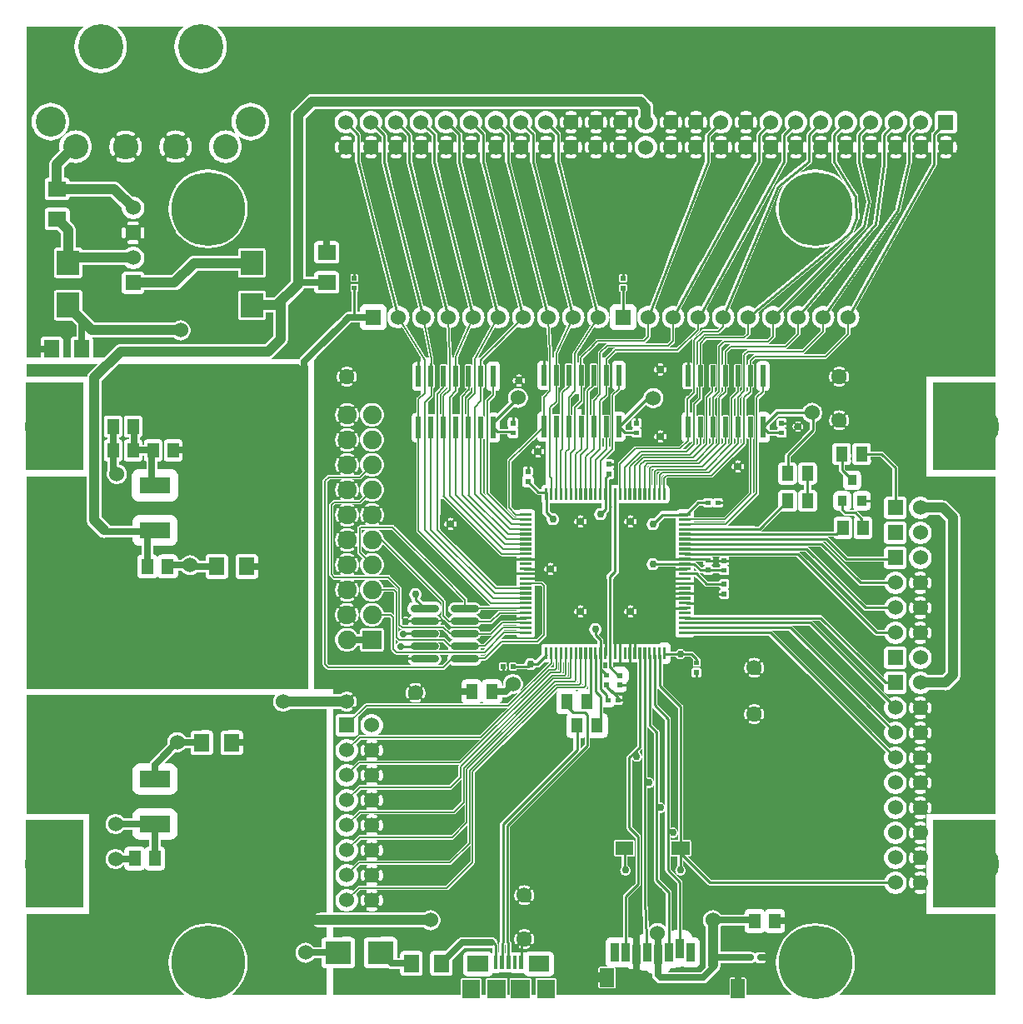
<source format=gtl>
G04 start of page 2 for group 0 idx 0 *
G04 Title: (unknown), component *
G04 Creator: pcb 20140316 *
G04 CreationDate: Tue 09 Dec 2014 10:14:49 GMT UTC *
G04 For: michael *
G04 Format: Gerber/RS-274X *
G04 PCB-Dimensions (mil): 3930.00 3937.00 *
G04 PCB-Coordinate-Origin: lower left *
%MOIN*%
%FSLAX25Y25*%
%LNGTL*%
%ADD43C,0.0433*%
%ADD42C,0.1570*%
%ADD41C,0.0380*%
%ADD40C,0.0120*%
%ADD39C,0.0350*%
%ADD38C,0.1340*%
%ADD37C,0.0280*%
%ADD36C,0.1500*%
%ADD35C,0.0300*%
%ADD34C,0.2950*%
%ADD33R,0.0315X0.0315*%
%ADD32R,0.0551X0.0551*%
%ADD31R,0.0709X0.0709*%
%ADD30R,0.0630X0.0630*%
%ADD29R,0.0158X0.0158*%
%ADD28C,0.0290*%
%ADD27R,0.0340X0.0340*%
%ADD26R,0.0450X0.0450*%
%ADD25R,0.0650X0.0650*%
%ADD24R,0.0110X0.0110*%
%ADD23R,0.0600X0.0600*%
%ADD22R,0.0906X0.0906*%
%ADD21R,0.0200X0.0200*%
%ADD20C,0.0748*%
%ADD19C,0.1800*%
%ADD18C,0.1200*%
%ADD17C,0.1000*%
%ADD16C,0.0600*%
%ADD15C,0.0400*%
%ADD14C,0.0250*%
%ADD13C,0.0100*%
%ADD12C,0.0060*%
%ADD11C,0.0001*%
G54D11*G36*
X365000Y248700D02*X390000D01*
Y213700D01*
X365000D01*
Y248700D01*
G37*
G36*
X390000Y73700D02*Y38700D01*
X365000D01*
Y73700D01*
X390000D01*
G37*
G36*
Y3700D02*X360000D01*
Y36200D01*
X390000D01*
Y3700D01*
G37*
G36*
Y76200D02*X363613D01*
Y76553D01*
X363656Y76560D01*
X363768Y76597D01*
X363873Y76652D01*
X363968Y76722D01*
X364051Y76806D01*
X364119Y76902D01*
X364170Y77008D01*
X364318Y77416D01*
X364422Y77837D01*
X364484Y78267D01*
X364505Y78700D01*
X364484Y79133D01*
X364422Y79563D01*
X364318Y79984D01*
X364175Y80394D01*
X364122Y80500D01*
X364053Y80596D01*
X363970Y80681D01*
X363875Y80751D01*
X363769Y80806D01*
X363657Y80843D01*
X363613Y80851D01*
Y86553D01*
X363656Y86560D01*
X363768Y86597D01*
X363873Y86652D01*
X363968Y86722D01*
X364051Y86806D01*
X364119Y86902D01*
X364170Y87008D01*
X364318Y87416D01*
X364422Y87837D01*
X364484Y88267D01*
X364505Y88700D01*
X364484Y89133D01*
X364422Y89563D01*
X364318Y89984D01*
X364175Y90394D01*
X364122Y90500D01*
X364053Y90596D01*
X363970Y90681D01*
X363875Y90751D01*
X363769Y90806D01*
X363657Y90843D01*
X363613Y90851D01*
Y96553D01*
X363656Y96560D01*
X363768Y96597D01*
X363873Y96652D01*
X363968Y96722D01*
X364051Y96806D01*
X364119Y96902D01*
X364170Y97008D01*
X364318Y97416D01*
X364422Y97837D01*
X364484Y98267D01*
X364505Y98700D01*
X364484Y99133D01*
X364422Y99563D01*
X364318Y99984D01*
X364175Y100394D01*
X364122Y100500D01*
X364053Y100596D01*
X363970Y100681D01*
X363875Y100751D01*
X363769Y100806D01*
X363657Y100843D01*
X363613Y100851D01*
Y106553D01*
X363656Y106560D01*
X363768Y106597D01*
X363873Y106652D01*
X363968Y106722D01*
X364051Y106806D01*
X364119Y106902D01*
X364170Y107008D01*
X364318Y107416D01*
X364422Y107837D01*
X364484Y108267D01*
X364505Y108700D01*
X364484Y109133D01*
X364422Y109563D01*
X364318Y109984D01*
X364175Y110394D01*
X364122Y110500D01*
X364053Y110596D01*
X363970Y110681D01*
X363875Y110751D01*
X363769Y110806D01*
X363657Y110843D01*
X363613Y110851D01*
Y116553D01*
X363656Y116560D01*
X363768Y116597D01*
X363873Y116652D01*
X363968Y116722D01*
X364051Y116806D01*
X364119Y116902D01*
X364170Y117008D01*
X364318Y117416D01*
X364422Y117837D01*
X364484Y118267D01*
X364505Y118700D01*
X364484Y119133D01*
X364422Y119563D01*
X364318Y119984D01*
X364175Y120394D01*
X364122Y120500D01*
X364053Y120596D01*
X363970Y120681D01*
X363875Y120751D01*
X363769Y120806D01*
X363657Y120843D01*
X363613Y120851D01*
Y125700D01*
X369882D01*
X370000Y125691D01*
X370470Y125728D01*
X370471Y125728D01*
X370930Y125838D01*
X371366Y126019D01*
X371769Y126265D01*
X372128Y126572D01*
X372205Y126662D01*
X375038Y129496D01*
X375128Y129572D01*
X375434Y129931D01*
X375435Y129931D01*
X375681Y130334D01*
X375862Y130770D01*
X375972Y131229D01*
X376009Y131700D01*
X376000Y131818D01*
Y141700D01*
X376000Y141700D01*
Y194582D01*
X376009Y194700D01*
X375972Y195171D01*
X375972Y195171D01*
X375862Y195630D01*
X375681Y196066D01*
X375435Y196469D01*
X375128Y196828D01*
X375038Y196904D01*
X371204Y200738D01*
X371128Y200828D01*
X370769Y201135D01*
X370366Y201381D01*
X369930Y201562D01*
X369471Y201672D01*
X369000Y201709D01*
X368882Y201700D01*
X363613D01*
Y211200D01*
X390000D01*
Y76200D01*
G37*
G36*
X363613Y201700D02*X363356D01*
X363192Y201892D01*
X362653Y202352D01*
X362049Y202722D01*
X361395Y202993D01*
X360706Y203158D01*
X360000Y203214D01*
Y211200D01*
X363613D01*
Y201700D01*
G37*
G36*
Y76200D02*X360000D01*
Y81700D01*
X360289Y81686D01*
X360575Y81644D01*
X360855Y81576D01*
X361128Y81480D01*
X361239Y81442D01*
X361356Y81425D01*
X361474Y81425D01*
X361591Y81445D01*
X361703Y81482D01*
X361807Y81536D01*
X361902Y81606D01*
X361985Y81691D01*
X362054Y81787D01*
X362107Y81892D01*
X362143Y82005D01*
X362160Y82121D01*
X362159Y82239D01*
X362140Y82356D01*
X362103Y82468D01*
X362048Y82573D01*
X361978Y82668D01*
X361894Y82751D01*
X361798Y82819D01*
X361692Y82870D01*
X361284Y83018D01*
X360863Y83122D01*
X360433Y83184D01*
X360000Y83205D01*
Y84195D01*
X360433Y84216D01*
X360863Y84278D01*
X361284Y84382D01*
X361694Y84525D01*
X361800Y84578D01*
X361896Y84647D01*
X361981Y84730D01*
X362051Y84825D01*
X362106Y84931D01*
X362143Y85043D01*
X362163Y85160D01*
X362164Y85279D01*
X362146Y85396D01*
X362110Y85509D01*
X362057Y85615D01*
X361988Y85712D01*
X361905Y85796D01*
X361809Y85867D01*
X361704Y85921D01*
X361592Y85959D01*
X361475Y85978D01*
X361356Y85979D01*
X361239Y85961D01*
X361126Y85923D01*
X360855Y85824D01*
X360575Y85756D01*
X360289Y85714D01*
X360000Y85700D01*
Y91700D01*
X360289Y91686D01*
X360575Y91644D01*
X360855Y91576D01*
X361128Y91480D01*
X361239Y91442D01*
X361356Y91425D01*
X361474Y91425D01*
X361591Y91445D01*
X361703Y91482D01*
X361807Y91536D01*
X361902Y91606D01*
X361985Y91691D01*
X362054Y91787D01*
X362107Y91892D01*
X362143Y92005D01*
X362160Y92121D01*
X362159Y92239D01*
X362140Y92356D01*
X362103Y92468D01*
X362048Y92573D01*
X361978Y92668D01*
X361894Y92751D01*
X361798Y92819D01*
X361692Y92870D01*
X361284Y93018D01*
X360863Y93122D01*
X360433Y93184D01*
X360000Y93205D01*
Y94195D01*
X360433Y94216D01*
X360863Y94278D01*
X361284Y94382D01*
X361694Y94525D01*
X361800Y94578D01*
X361896Y94647D01*
X361981Y94730D01*
X362051Y94825D01*
X362106Y94931D01*
X362143Y95043D01*
X362163Y95160D01*
X362164Y95279D01*
X362146Y95396D01*
X362110Y95509D01*
X362057Y95615D01*
X361988Y95712D01*
X361905Y95796D01*
X361809Y95867D01*
X361704Y95921D01*
X361592Y95959D01*
X361475Y95978D01*
X361356Y95979D01*
X361239Y95961D01*
X361126Y95923D01*
X360855Y95824D01*
X360575Y95756D01*
X360289Y95714D01*
X360000Y95700D01*
Y101700D01*
X360289Y101686D01*
X360575Y101644D01*
X360855Y101576D01*
X361128Y101480D01*
X361239Y101442D01*
X361356Y101425D01*
X361474Y101425D01*
X361591Y101445D01*
X361703Y101482D01*
X361807Y101536D01*
X361902Y101606D01*
X361985Y101691D01*
X362054Y101787D01*
X362107Y101892D01*
X362143Y102005D01*
X362160Y102121D01*
X362159Y102239D01*
X362140Y102356D01*
X362103Y102468D01*
X362048Y102573D01*
X361978Y102668D01*
X361894Y102751D01*
X361798Y102819D01*
X361692Y102870D01*
X361284Y103018D01*
X360863Y103122D01*
X360433Y103184D01*
X360000Y103205D01*
Y104195D01*
X360433Y104216D01*
X360863Y104278D01*
X361284Y104382D01*
X361694Y104525D01*
X361800Y104578D01*
X361896Y104647D01*
X361981Y104730D01*
X362051Y104825D01*
X362106Y104931D01*
X362143Y105043D01*
X362163Y105160D01*
X362164Y105279D01*
X362146Y105396D01*
X362110Y105509D01*
X362057Y105615D01*
X361988Y105712D01*
X361905Y105796D01*
X361809Y105867D01*
X361704Y105921D01*
X361592Y105959D01*
X361475Y105978D01*
X361356Y105979D01*
X361239Y105961D01*
X361126Y105923D01*
X360855Y105824D01*
X360575Y105756D01*
X360289Y105714D01*
X360000Y105700D01*
Y111700D01*
X360289Y111686D01*
X360575Y111644D01*
X360855Y111576D01*
X361128Y111480D01*
X361239Y111442D01*
X361356Y111425D01*
X361474Y111425D01*
X361591Y111445D01*
X361703Y111482D01*
X361807Y111536D01*
X361902Y111606D01*
X361985Y111691D01*
X362054Y111787D01*
X362107Y111892D01*
X362143Y112005D01*
X362160Y112121D01*
X362159Y112239D01*
X362140Y112356D01*
X362103Y112468D01*
X362048Y112573D01*
X361978Y112668D01*
X361894Y112751D01*
X361798Y112819D01*
X361692Y112870D01*
X361284Y113018D01*
X360863Y113122D01*
X360433Y113184D01*
X360000Y113205D01*
Y114195D01*
X360433Y114216D01*
X360863Y114278D01*
X361284Y114382D01*
X361694Y114525D01*
X361800Y114578D01*
X361896Y114647D01*
X361981Y114730D01*
X362051Y114825D01*
X362106Y114931D01*
X362143Y115043D01*
X362163Y115160D01*
X362164Y115279D01*
X362146Y115396D01*
X362110Y115509D01*
X362057Y115615D01*
X361988Y115712D01*
X361905Y115796D01*
X361809Y115867D01*
X361704Y115921D01*
X361592Y115959D01*
X361475Y115978D01*
X361356Y115979D01*
X361239Y115961D01*
X361126Y115923D01*
X360855Y115824D01*
X360575Y115756D01*
X360289Y115714D01*
X360000Y115700D01*
Y121700D01*
X360289Y121686D01*
X360575Y121644D01*
X360855Y121576D01*
X361128Y121480D01*
X361239Y121442D01*
X361356Y121425D01*
X361474Y121425D01*
X361591Y121445D01*
X361703Y121482D01*
X361807Y121536D01*
X361902Y121606D01*
X361985Y121691D01*
X362054Y121787D01*
X362107Y121892D01*
X362143Y122005D01*
X362160Y122121D01*
X362159Y122239D01*
X362140Y122356D01*
X362103Y122468D01*
X362048Y122573D01*
X361978Y122668D01*
X361894Y122751D01*
X361798Y122819D01*
X361692Y122870D01*
X361284Y123018D01*
X360863Y123122D01*
X360433Y123184D01*
X360000Y123205D01*
Y124186D01*
X360706Y124242D01*
X361395Y124407D01*
X362049Y124678D01*
X362653Y125048D01*
X363192Y125508D01*
X363356Y125700D01*
X363613D01*
Y120851D01*
X363540Y120863D01*
X363421Y120864D01*
X363304Y120846D01*
X363191Y120810D01*
X363085Y120757D01*
X362988Y120688D01*
X362904Y120605D01*
X362833Y120509D01*
X362779Y120404D01*
X362741Y120292D01*
X362722Y120175D01*
X362721Y120056D01*
X362739Y119939D01*
X362777Y119826D01*
X362876Y119555D01*
X362944Y119275D01*
X362986Y118989D01*
X363000Y118700D01*
X362986Y118411D01*
X362944Y118125D01*
X362876Y117845D01*
X362780Y117572D01*
X362742Y117461D01*
X362725Y117344D01*
X362725Y117226D01*
X362745Y117109D01*
X362782Y116997D01*
X362836Y116893D01*
X362906Y116798D01*
X362991Y116715D01*
X363087Y116646D01*
X363192Y116593D01*
X363305Y116557D01*
X363421Y116540D01*
X363539Y116541D01*
X363613Y116553D01*
Y110851D01*
X363540Y110863D01*
X363421Y110864D01*
X363304Y110846D01*
X363191Y110810D01*
X363085Y110757D01*
X362988Y110688D01*
X362904Y110605D01*
X362833Y110509D01*
X362779Y110404D01*
X362741Y110292D01*
X362722Y110175D01*
X362721Y110056D01*
X362739Y109939D01*
X362777Y109826D01*
X362876Y109555D01*
X362944Y109275D01*
X362986Y108989D01*
X363000Y108700D01*
X362986Y108411D01*
X362944Y108125D01*
X362876Y107845D01*
X362780Y107572D01*
X362742Y107461D01*
X362725Y107344D01*
X362725Y107226D01*
X362745Y107109D01*
X362782Y106997D01*
X362836Y106893D01*
X362906Y106798D01*
X362991Y106715D01*
X363087Y106646D01*
X363192Y106593D01*
X363305Y106557D01*
X363421Y106540D01*
X363539Y106541D01*
X363613Y106553D01*
Y100851D01*
X363540Y100863D01*
X363421Y100864D01*
X363304Y100846D01*
X363191Y100810D01*
X363085Y100757D01*
X362988Y100688D01*
X362904Y100605D01*
X362833Y100509D01*
X362779Y100404D01*
X362741Y100292D01*
X362722Y100175D01*
X362721Y100056D01*
X362739Y99939D01*
X362777Y99826D01*
X362876Y99555D01*
X362944Y99275D01*
X362986Y98989D01*
X363000Y98700D01*
X362986Y98411D01*
X362944Y98125D01*
X362876Y97845D01*
X362780Y97572D01*
X362742Y97461D01*
X362725Y97344D01*
X362725Y97226D01*
X362745Y97109D01*
X362782Y96997D01*
X362836Y96893D01*
X362906Y96798D01*
X362991Y96715D01*
X363087Y96646D01*
X363192Y96593D01*
X363305Y96557D01*
X363421Y96540D01*
X363539Y96541D01*
X363613Y96553D01*
Y90851D01*
X363540Y90863D01*
X363421Y90864D01*
X363304Y90846D01*
X363191Y90810D01*
X363085Y90757D01*
X362988Y90688D01*
X362904Y90605D01*
X362833Y90509D01*
X362779Y90404D01*
X362741Y90292D01*
X362722Y90175D01*
X362721Y90056D01*
X362739Y89939D01*
X362777Y89826D01*
X362876Y89555D01*
X362944Y89275D01*
X362986Y88989D01*
X363000Y88700D01*
X362986Y88411D01*
X362944Y88125D01*
X362876Y87845D01*
X362780Y87572D01*
X362742Y87461D01*
X362725Y87344D01*
X362725Y87226D01*
X362745Y87109D01*
X362782Y86997D01*
X362836Y86893D01*
X362906Y86798D01*
X362991Y86715D01*
X363087Y86646D01*
X363192Y86593D01*
X363305Y86557D01*
X363421Y86540D01*
X363539Y86541D01*
X363613Y86553D01*
Y80851D01*
X363540Y80863D01*
X363421Y80864D01*
X363304Y80846D01*
X363191Y80810D01*
X363085Y80757D01*
X362988Y80688D01*
X362904Y80605D01*
X362833Y80509D01*
X362779Y80404D01*
X362741Y80292D01*
X362722Y80175D01*
X362721Y80056D01*
X362739Y79939D01*
X362777Y79826D01*
X362876Y79555D01*
X362944Y79275D01*
X362986Y78989D01*
X363000Y78700D01*
X362986Y78411D01*
X362944Y78125D01*
X362876Y77845D01*
X362780Y77572D01*
X362742Y77461D01*
X362725Y77344D01*
X362725Y77226D01*
X362745Y77109D01*
X362782Y76997D01*
X362836Y76893D01*
X362906Y76798D01*
X362991Y76715D01*
X363087Y76646D01*
X363192Y76593D01*
X363305Y76557D01*
X363421Y76540D01*
X363539Y76541D01*
X363613Y76553D01*
Y76200D01*
G37*
G36*
X360000Y133214D02*Y134186D01*
X360706Y134242D01*
X361395Y134407D01*
X362049Y134678D01*
X362653Y135048D01*
X363192Y135508D01*
X363613Y136002D01*
Y131700D01*
X363356D01*
X363192Y131892D01*
X362653Y132352D01*
X362049Y132722D01*
X361395Y132993D01*
X360706Y133158D01*
X360000Y133214D01*
G37*
G36*
X363613Y141398D02*X363192Y141892D01*
X362653Y142352D01*
X362049Y142722D01*
X361395Y142993D01*
X360706Y143158D01*
X360000Y143214D01*
Y144195D01*
X360433Y144216D01*
X360863Y144278D01*
X361284Y144382D01*
X361694Y144525D01*
X361800Y144578D01*
X361896Y144647D01*
X361981Y144730D01*
X362051Y144825D01*
X362106Y144931D01*
X362143Y145043D01*
X362163Y145160D01*
X362164Y145279D01*
X362146Y145396D01*
X362110Y145509D01*
X362057Y145615D01*
X361988Y145712D01*
X361905Y145796D01*
X361809Y145867D01*
X361704Y145921D01*
X361592Y145959D01*
X361475Y145978D01*
X361356Y145979D01*
X361239Y145961D01*
X361126Y145923D01*
X360855Y145824D01*
X360575Y145756D01*
X360289Y145714D01*
X360000Y145700D01*
Y151700D01*
X360289Y151686D01*
X360575Y151644D01*
X360855Y151576D01*
X361128Y151480D01*
X361239Y151442D01*
X361356Y151425D01*
X361474Y151425D01*
X361591Y151445D01*
X361703Y151482D01*
X361807Y151536D01*
X361902Y151606D01*
X361985Y151691D01*
X362054Y151787D01*
X362107Y151892D01*
X362143Y152005D01*
X362160Y152121D01*
X362159Y152239D01*
X362140Y152356D01*
X362103Y152468D01*
X362048Y152573D01*
X361978Y152668D01*
X361894Y152751D01*
X361798Y152819D01*
X361692Y152870D01*
X361284Y153018D01*
X360863Y153122D01*
X360433Y153184D01*
X360000Y153205D01*
Y154195D01*
X360433Y154216D01*
X360863Y154278D01*
X361284Y154382D01*
X361694Y154525D01*
X361800Y154578D01*
X361896Y154647D01*
X361981Y154730D01*
X362051Y154825D01*
X362106Y154931D01*
X362143Y155043D01*
X362163Y155160D01*
X362164Y155279D01*
X362146Y155396D01*
X362110Y155509D01*
X362057Y155615D01*
X361988Y155712D01*
X361905Y155796D01*
X361809Y155867D01*
X361704Y155921D01*
X361592Y155959D01*
X361475Y155978D01*
X361356Y155979D01*
X361239Y155961D01*
X361126Y155923D01*
X360855Y155824D01*
X360575Y155756D01*
X360289Y155714D01*
X360000Y155700D01*
Y161700D01*
X360289Y161686D01*
X360575Y161644D01*
X360855Y161576D01*
X361128Y161480D01*
X361239Y161442D01*
X361356Y161425D01*
X361474Y161425D01*
X361591Y161445D01*
X361703Y161482D01*
X361807Y161536D01*
X361902Y161606D01*
X361985Y161691D01*
X362054Y161787D01*
X362107Y161892D01*
X362143Y162005D01*
X362160Y162121D01*
X362159Y162239D01*
X362140Y162356D01*
X362103Y162468D01*
X362048Y162573D01*
X361978Y162668D01*
X361894Y162751D01*
X361798Y162819D01*
X361692Y162870D01*
X361284Y163018D01*
X360863Y163122D01*
X360433Y163184D01*
X360000Y163205D01*
Y164195D01*
X360433Y164216D01*
X360863Y164278D01*
X361284Y164382D01*
X361694Y164525D01*
X361800Y164578D01*
X361896Y164647D01*
X361981Y164730D01*
X362051Y164825D01*
X362106Y164931D01*
X362143Y165043D01*
X362163Y165160D01*
X362164Y165279D01*
X362146Y165396D01*
X362110Y165509D01*
X362057Y165615D01*
X361988Y165712D01*
X361905Y165796D01*
X361809Y165867D01*
X361704Y165921D01*
X361592Y165959D01*
X361475Y165978D01*
X361356Y165979D01*
X361239Y165961D01*
X361126Y165923D01*
X360855Y165824D01*
X360575Y165756D01*
X360289Y165714D01*
X360000Y165700D01*
Y171700D01*
X360289Y171686D01*
X360575Y171644D01*
X360855Y171576D01*
X361128Y171480D01*
X361239Y171442D01*
X361356Y171425D01*
X361474Y171425D01*
X361591Y171445D01*
X361703Y171482D01*
X361807Y171536D01*
X361902Y171606D01*
X361985Y171691D01*
X362054Y171787D01*
X362107Y171892D01*
X362143Y172005D01*
X362160Y172121D01*
X362159Y172239D01*
X362140Y172356D01*
X362103Y172468D01*
X362048Y172573D01*
X361978Y172668D01*
X361894Y172751D01*
X361798Y172819D01*
X361692Y172870D01*
X361284Y173018D01*
X360863Y173122D01*
X360433Y173184D01*
X360000Y173205D01*
Y174186D01*
X360706Y174242D01*
X361395Y174407D01*
X362049Y174678D01*
X362653Y175048D01*
X363192Y175508D01*
X363613Y176002D01*
Y170851D01*
X363540Y170863D01*
X363421Y170864D01*
X363304Y170846D01*
X363191Y170810D01*
X363085Y170757D01*
X362988Y170688D01*
X362904Y170605D01*
X362833Y170509D01*
X362779Y170404D01*
X362741Y170292D01*
X362722Y170175D01*
X362721Y170056D01*
X362739Y169939D01*
X362777Y169826D01*
X362876Y169555D01*
X362944Y169275D01*
X362986Y168989D01*
X363000Y168700D01*
X362986Y168411D01*
X362944Y168125D01*
X362876Y167845D01*
X362780Y167572D01*
X362742Y167461D01*
X362725Y167344D01*
X362725Y167226D01*
X362745Y167109D01*
X362782Y166997D01*
X362836Y166893D01*
X362906Y166798D01*
X362991Y166715D01*
X363087Y166646D01*
X363192Y166593D01*
X363305Y166557D01*
X363421Y166540D01*
X363539Y166541D01*
X363613Y166553D01*
Y160851D01*
X363540Y160863D01*
X363421Y160864D01*
X363304Y160846D01*
X363191Y160810D01*
X363085Y160757D01*
X362988Y160688D01*
X362904Y160605D01*
X362833Y160509D01*
X362779Y160404D01*
X362741Y160292D01*
X362722Y160175D01*
X362721Y160056D01*
X362739Y159939D01*
X362777Y159826D01*
X362876Y159555D01*
X362944Y159275D01*
X362986Y158989D01*
X363000Y158700D01*
X362986Y158411D01*
X362944Y158125D01*
X362876Y157845D01*
X362780Y157572D01*
X362742Y157461D01*
X362725Y157344D01*
X362725Y157226D01*
X362745Y157109D01*
X362782Y156997D01*
X362836Y156893D01*
X362906Y156798D01*
X362991Y156715D01*
X363087Y156646D01*
X363192Y156593D01*
X363305Y156557D01*
X363421Y156540D01*
X363539Y156541D01*
X363613Y156553D01*
Y150851D01*
X363540Y150863D01*
X363421Y150864D01*
X363304Y150846D01*
X363191Y150810D01*
X363085Y150757D01*
X362988Y150688D01*
X362904Y150605D01*
X362833Y150509D01*
X362779Y150404D01*
X362741Y150292D01*
X362722Y150175D01*
X362721Y150056D01*
X362739Y149939D01*
X362777Y149826D01*
X362876Y149555D01*
X362944Y149275D01*
X362986Y148989D01*
X363000Y148700D01*
X362986Y148411D01*
X362944Y148125D01*
X362876Y147845D01*
X362780Y147572D01*
X362742Y147461D01*
X362725Y147344D01*
X362725Y147226D01*
X362745Y147109D01*
X362782Y146997D01*
X362836Y146893D01*
X362906Y146798D01*
X362991Y146715D01*
X363087Y146646D01*
X363192Y146593D01*
X363305Y146557D01*
X363421Y146540D01*
X363539Y146541D01*
X363613Y146553D01*
Y141398D01*
G37*
G36*
Y181398D02*X363192Y181892D01*
X362653Y182352D01*
X362049Y182722D01*
X361395Y182993D01*
X360706Y183158D01*
X360000Y183214D01*
Y184186D01*
X360706Y184242D01*
X361395Y184407D01*
X362049Y184678D01*
X362653Y185048D01*
X363192Y185508D01*
X363613Y186002D01*
Y181398D01*
G37*
G36*
Y191398D02*X363192Y191892D01*
X362653Y192352D01*
X362049Y192722D01*
X361395Y192993D01*
X360706Y193158D01*
X360000Y193214D01*
Y194186D01*
X360706Y194242D01*
X361395Y194407D01*
X362049Y194678D01*
X362653Y195048D01*
X363192Y195508D01*
X363356Y195700D01*
X363613D01*
Y191398D01*
G37*
G36*
Y136002D02*X363652Y136047D01*
X364022Y136651D01*
X364293Y137305D01*
X364458Y137994D01*
X364500Y138700D01*
X364458Y139406D01*
X364293Y140095D01*
X364022Y140749D01*
X363652Y141353D01*
X363613Y141398D01*
Y146553D01*
X363656Y146560D01*
X363768Y146597D01*
X363873Y146652D01*
X363968Y146722D01*
X364051Y146806D01*
X364119Y146902D01*
X364170Y147008D01*
X364318Y147416D01*
X364422Y147837D01*
X364484Y148267D01*
X364505Y148700D01*
X364484Y149133D01*
X364422Y149563D01*
X364318Y149984D01*
X364175Y150394D01*
X364122Y150500D01*
X364053Y150596D01*
X363970Y150681D01*
X363875Y150751D01*
X363769Y150806D01*
X363657Y150843D01*
X363613Y150851D01*
Y156553D01*
X363656Y156560D01*
X363768Y156597D01*
X363873Y156652D01*
X363968Y156722D01*
X364051Y156806D01*
X364119Y156902D01*
X364170Y157008D01*
X364318Y157416D01*
X364422Y157837D01*
X364484Y158267D01*
X364505Y158700D01*
X364484Y159133D01*
X364422Y159563D01*
X364318Y159984D01*
X364175Y160394D01*
X364122Y160500D01*
X364053Y160596D01*
X363970Y160681D01*
X363875Y160751D01*
X363769Y160806D01*
X363657Y160843D01*
X363613Y160851D01*
Y166553D01*
X363656Y166560D01*
X363768Y166597D01*
X363873Y166652D01*
X363968Y166722D01*
X364051Y166806D01*
X364119Y166902D01*
X364170Y167008D01*
X364318Y167416D01*
X364422Y167837D01*
X364484Y168267D01*
X364505Y168700D01*
X364484Y169133D01*
X364422Y169563D01*
X364318Y169984D01*
X364175Y170394D01*
X364122Y170500D01*
X364053Y170596D01*
X363970Y170681D01*
X363875Y170751D01*
X363769Y170806D01*
X363657Y170843D01*
X363613Y170851D01*
Y176002D01*
X363652Y176047D01*
X364022Y176651D01*
X364293Y177305D01*
X364458Y177994D01*
X364500Y178700D01*
X364458Y179406D01*
X364293Y180095D01*
X364022Y180749D01*
X363652Y181353D01*
X363613Y181398D01*
Y186002D01*
X363652Y186047D01*
X364022Y186651D01*
X364293Y187305D01*
X364458Y187994D01*
X364500Y188700D01*
X364458Y189406D01*
X364293Y190095D01*
X364022Y190749D01*
X363652Y191353D01*
X363613Y191398D01*
Y195700D01*
X367757D01*
X370000Y193457D01*
Y141700D01*
X370000Y141700D01*
Y132943D01*
X368757Y131700D01*
X363613D01*
Y136002D01*
G37*
G36*
X363652Y136047D01*
X364022Y136651D01*
X364293Y137305D01*
X364458Y137994D01*
X364500Y138700D01*
X364458Y139406D01*
X364293Y140095D01*
X364022Y140749D01*
X363652Y141353D01*
X363613Y141398D01*
Y146553D01*
X363656Y146560D01*
X363768Y146597D01*
X363873Y146652D01*
X363968Y146722D01*
X364051Y146806D01*
X364119Y146902D01*
X364170Y147008D01*
X364318Y147416D01*
X364422Y147837D01*
X364484Y148267D01*
X364505Y148700D01*
X364484Y149133D01*
X364422Y149563D01*
X364318Y149984D01*
X364175Y150394D01*
X364122Y150500D01*
X364053Y150596D01*
X363970Y150681D01*
X363875Y150751D01*
X363769Y150806D01*
X363657Y150843D01*
X363613Y150851D01*
Y156553D01*
X363656Y156560D01*
X363768Y156597D01*
X363873Y156652D01*
X363968Y156722D01*
X364051Y156806D01*
X364119Y156902D01*
X364170Y157008D01*
X364318Y157416D01*
X364422Y157837D01*
X364484Y158267D01*
X364505Y158700D01*
X364484Y159133D01*
X364422Y159563D01*
X364318Y159984D01*
X364175Y160394D01*
X364122Y160500D01*
X364053Y160596D01*
X363970Y160681D01*
X363875Y160751D01*
X363769Y160806D01*
X363657Y160843D01*
X363613Y160851D01*
Y166553D01*
X363656Y166560D01*
X363768Y166597D01*
X363873Y166652D01*
X363968Y166722D01*
X364051Y166806D01*
X364119Y166902D01*
X364170Y167008D01*
X364318Y167416D01*
X364422Y167837D01*
X364484Y168267D01*
X364505Y168700D01*
X364484Y169133D01*
X364422Y169563D01*
X364318Y169984D01*
X364175Y170394D01*
X364122Y170500D01*
X364053Y170596D01*
X363970Y170681D01*
X363875Y170751D01*
X363769Y170806D01*
X363657Y170843D01*
X363613Y170851D01*
Y176002D01*
X363652Y176047D01*
X364022Y176651D01*
X364293Y177305D01*
X364458Y177994D01*
X364500Y178700D01*
X364458Y179406D01*
X364293Y180095D01*
X364022Y180749D01*
X363652Y181353D01*
X363613Y181398D01*
Y186002D01*
X363652Y186047D01*
X364022Y186651D01*
X364293Y187305D01*
X364458Y187994D01*
X364500Y188700D01*
X364458Y189406D01*
X364293Y190095D01*
X364022Y190749D01*
X363652Y191353D01*
X363613Y191398D01*
Y195700D01*
X367757D01*
X370000Y193457D01*
Y141700D01*
X370000Y141700D01*
Y132943D01*
X368857Y131800D01*
X363613D01*
Y136002D01*
G37*
G36*
Y191398D02*X363192Y191892D01*
X362653Y192352D01*
X362049Y192722D01*
X361395Y192993D01*
X361300Y193016D01*
Y194384D01*
X361395Y194407D01*
X362049Y194678D01*
X362653Y195048D01*
X363192Y195508D01*
X363356Y195700D01*
X363613D01*
Y191398D01*
G37*
G36*
Y181398D02*X363192Y181892D01*
X362653Y182352D01*
X362049Y182722D01*
X361395Y182993D01*
X361300Y183016D01*
Y184384D01*
X361395Y184407D01*
X362049Y184678D01*
X362653Y185048D01*
X363192Y185508D01*
X363613Y186002D01*
Y181398D01*
G37*
G36*
Y141398D02*X363192Y141892D01*
X362653Y142352D01*
X362049Y142722D01*
X361395Y142993D01*
X361300Y143016D01*
Y144387D01*
X361694Y144525D01*
X361800Y144578D01*
X361896Y144647D01*
X361981Y144730D01*
X362051Y144825D01*
X362106Y144931D01*
X362143Y145043D01*
X362163Y145160D01*
X362164Y145279D01*
X362146Y145396D01*
X362110Y145509D01*
X362057Y145615D01*
X361988Y145712D01*
X361905Y145796D01*
X361809Y145867D01*
X361704Y145921D01*
X361592Y145959D01*
X361475Y145978D01*
X361356Y145979D01*
X361300Y145971D01*
Y151433D01*
X361356Y151425D01*
X361474Y151425D01*
X361591Y151445D01*
X361703Y151482D01*
X361807Y151536D01*
X361902Y151606D01*
X361985Y151691D01*
X362054Y151787D01*
X362107Y151892D01*
X362143Y152005D01*
X362160Y152121D01*
X362159Y152239D01*
X362140Y152356D01*
X362103Y152468D01*
X362048Y152573D01*
X361978Y152668D01*
X361894Y152751D01*
X361798Y152819D01*
X361692Y152870D01*
X361300Y153013D01*
Y154387D01*
X361694Y154525D01*
X361800Y154578D01*
X361896Y154647D01*
X361981Y154730D01*
X362051Y154825D01*
X362106Y154931D01*
X362143Y155043D01*
X362163Y155160D01*
X362164Y155279D01*
X362146Y155396D01*
X362110Y155509D01*
X362057Y155615D01*
X361988Y155712D01*
X361905Y155796D01*
X361809Y155867D01*
X361704Y155921D01*
X361592Y155959D01*
X361475Y155978D01*
X361356Y155979D01*
X361300Y155971D01*
Y161433D01*
X361356Y161425D01*
X361474Y161425D01*
X361591Y161445D01*
X361703Y161482D01*
X361807Y161536D01*
X361902Y161606D01*
X361985Y161691D01*
X362054Y161787D01*
X362107Y161892D01*
X362143Y162005D01*
X362160Y162121D01*
X362159Y162239D01*
X362140Y162356D01*
X362103Y162468D01*
X362048Y162573D01*
X361978Y162668D01*
X361894Y162751D01*
X361798Y162819D01*
X361692Y162870D01*
X361300Y163013D01*
Y164387D01*
X361694Y164525D01*
X361800Y164578D01*
X361896Y164647D01*
X361981Y164730D01*
X362051Y164825D01*
X362106Y164931D01*
X362143Y165043D01*
X362163Y165160D01*
X362164Y165279D01*
X362146Y165396D01*
X362110Y165509D01*
X362057Y165615D01*
X361988Y165712D01*
X361905Y165796D01*
X361809Y165867D01*
X361704Y165921D01*
X361592Y165959D01*
X361475Y165978D01*
X361356Y165979D01*
X361300Y165971D01*
Y171433D01*
X361356Y171425D01*
X361474Y171425D01*
X361591Y171445D01*
X361703Y171482D01*
X361807Y171536D01*
X361902Y171606D01*
X361985Y171691D01*
X362054Y171787D01*
X362107Y171892D01*
X362143Y172005D01*
X362160Y172121D01*
X362159Y172239D01*
X362140Y172356D01*
X362103Y172468D01*
X362048Y172573D01*
X361978Y172668D01*
X361894Y172751D01*
X361798Y172819D01*
X361692Y172870D01*
X361300Y173013D01*
Y174384D01*
X361395Y174407D01*
X362049Y174678D01*
X362653Y175048D01*
X363192Y175508D01*
X363613Y176002D01*
Y170851D01*
X363540Y170863D01*
X363421Y170864D01*
X363304Y170846D01*
X363191Y170810D01*
X363085Y170757D01*
X362988Y170688D01*
X362904Y170605D01*
X362833Y170509D01*
X362779Y170404D01*
X362741Y170292D01*
X362722Y170175D01*
X362721Y170056D01*
X362739Y169939D01*
X362777Y169826D01*
X362876Y169555D01*
X362944Y169275D01*
X362986Y168989D01*
X363000Y168700D01*
X362986Y168411D01*
X362944Y168125D01*
X362876Y167845D01*
X362780Y167572D01*
X362742Y167461D01*
X362725Y167344D01*
X362725Y167226D01*
X362745Y167109D01*
X362782Y166997D01*
X362836Y166893D01*
X362906Y166798D01*
X362991Y166715D01*
X363087Y166646D01*
X363192Y166593D01*
X363305Y166557D01*
X363421Y166540D01*
X363539Y166541D01*
X363613Y166553D01*
Y160851D01*
X363540Y160863D01*
X363421Y160864D01*
X363304Y160846D01*
X363191Y160810D01*
X363085Y160757D01*
X362988Y160688D01*
X362904Y160605D01*
X362833Y160509D01*
X362779Y160404D01*
X362741Y160292D01*
X362722Y160175D01*
X362721Y160056D01*
X362739Y159939D01*
X362777Y159826D01*
X362876Y159555D01*
X362944Y159275D01*
X362986Y158989D01*
X363000Y158700D01*
X362986Y158411D01*
X362944Y158125D01*
X362876Y157845D01*
X362780Y157572D01*
X362742Y157461D01*
X362725Y157344D01*
X362725Y157226D01*
X362745Y157109D01*
X362782Y156997D01*
X362836Y156893D01*
X362906Y156798D01*
X362991Y156715D01*
X363087Y156646D01*
X363192Y156593D01*
X363305Y156557D01*
X363421Y156540D01*
X363539Y156541D01*
X363613Y156553D01*
Y150851D01*
X363540Y150863D01*
X363421Y150864D01*
X363304Y150846D01*
X363191Y150810D01*
X363085Y150757D01*
X362988Y150688D01*
X362904Y150605D01*
X362833Y150509D01*
X362779Y150404D01*
X362741Y150292D01*
X362722Y150175D01*
X362721Y150056D01*
X362739Y149939D01*
X362777Y149826D01*
X362876Y149555D01*
X362944Y149275D01*
X362986Y148989D01*
X363000Y148700D01*
X362986Y148411D01*
X362944Y148125D01*
X362876Y147845D01*
X362780Y147572D01*
X362742Y147461D01*
X362725Y147344D01*
X362725Y147226D01*
X362745Y147109D01*
X362782Y146997D01*
X362836Y146893D01*
X362906Y146798D01*
X362991Y146715D01*
X363087Y146646D01*
X363192Y146593D01*
X363305Y146557D01*
X363421Y146540D01*
X363539Y146541D01*
X363613Y146553D01*
Y141398D01*
G37*
G36*
X361300Y133016D02*Y134384D01*
X361395Y134407D01*
X362049Y134678D01*
X362653Y135048D01*
X363192Y135508D01*
X363613Y136002D01*
Y131800D01*
X363270D01*
X363192Y131892D01*
X362653Y132352D01*
X362049Y132722D01*
X361395Y132993D01*
X361300Y133016D01*
G37*
G36*
X370662Y201200D02*X374600D01*
Y197343D01*
X371204Y200738D01*
X371128Y200828D01*
X370769Y201135D01*
X370662Y201200D01*
G37*
G36*
X390000Y261200D02*Y251200D01*
X357500D01*
Y261200D01*
X390000D01*
G37*
G36*
X201359Y264200D02*X210782D01*
X211000Y260176D01*
Y257280D01*
X210983Y257291D01*
X210765Y257381D01*
X210535Y257436D01*
X210300Y257450D01*
X208065Y257436D01*
X207835Y257381D01*
X207617Y257291D01*
X207416Y257167D01*
X207236Y257014D01*
X207083Y256834D01*
X206959Y256633D01*
X206869Y256415D01*
X206814Y256185D01*
X206800Y255950D01*
X206814Y247215D01*
X206869Y246985D01*
X206959Y246767D01*
X207083Y246566D01*
X207236Y246386D01*
X207416Y246233D01*
X207617Y246109D01*
X207835Y246019D01*
X208065Y245964D01*
X208300Y245950D01*
X210535Y245964D01*
X210765Y246019D01*
X210983Y246109D01*
X211000Y246120D01*
Y245873D01*
X208689Y243561D01*
X208662Y243538D01*
X208570Y243431D01*
X208496Y243310D01*
X208441Y243179D01*
X208408Y243041D01*
X208408Y243041D01*
X208397Y242900D01*
X208400Y242865D01*
Y241200D01*
X208400Y241200D01*
Y237137D01*
X208033Y237134D01*
X207773Y237072D01*
X207526Y236969D01*
X207298Y236830D01*
X207094Y236656D01*
X206920Y236452D01*
X206781Y236224D01*
X206678Y235977D01*
X206616Y235717D01*
X206600Y235450D01*
X206610Y229783D01*
X201359Y224532D01*
Y239455D01*
X201837Y239863D01*
X202246Y240342D01*
X202575Y240878D01*
X202816Y241460D01*
X202963Y242072D01*
X203000Y242700D01*
X202963Y243328D01*
X202816Y243940D01*
X202575Y244522D01*
X202246Y245058D01*
X201837Y245537D01*
X201359Y245945D01*
Y248538D01*
X201412Y248544D01*
X201488Y248565D01*
X201560Y248597D01*
X201625Y248640D01*
X201684Y248693D01*
X201733Y248754D01*
X201772Y248822D01*
X201799Y248896D01*
X201858Y249127D01*
X201892Y249362D01*
X201903Y249600D01*
X201892Y249838D01*
X201858Y250073D01*
X201802Y250305D01*
X201774Y250379D01*
X201735Y250447D01*
X201685Y250509D01*
X201626Y250562D01*
X201560Y250605D01*
X201488Y250637D01*
X201412Y250658D01*
X201359Y250663D01*
Y264200D01*
G37*
G36*
Y224532D02*X199401Y222574D01*
Y238719D01*
X199628Y238737D01*
X200240Y238884D01*
X200822Y239125D01*
X201358Y239454D01*
X201359Y239455D01*
Y224532D01*
G37*
G36*
X199401Y264200D02*X201359D01*
Y250663D01*
X201334Y250666D01*
X201255Y250662D01*
X201177Y250646D01*
X201104Y250618D01*
X201035Y250579D01*
X200974Y250529D01*
X200921Y250470D01*
X200877Y250404D01*
X200845Y250332D01*
X200825Y250256D01*
X200816Y250178D01*
X200820Y250099D01*
X200838Y250022D01*
X200873Y249884D01*
X200893Y249742D01*
X200900Y249600D01*
X200893Y249458D01*
X200873Y249316D01*
X200839Y249178D01*
X200822Y249101D01*
X200818Y249022D01*
X200826Y248944D01*
X200847Y248868D01*
X200879Y248796D01*
X200922Y248731D01*
X200975Y248672D01*
X201036Y248623D01*
X201104Y248584D01*
X201178Y248556D01*
X201255Y248540D01*
X201334Y248536D01*
X201359Y248538D01*
Y245945D01*
X201358Y245946D01*
X200822Y246275D01*
X200240Y246516D01*
X199628Y246663D01*
X199401Y246681D01*
Y247097D01*
X199638Y247108D01*
X199873Y247142D01*
X200105Y247198D01*
X200179Y247226D01*
X200247Y247265D01*
X200309Y247315D01*
X200362Y247374D01*
X200405Y247440D01*
X200437Y247512D01*
X200458Y247588D01*
X200466Y247666D01*
X200462Y247745D01*
X200446Y247823D01*
X200418Y247896D01*
X200379Y247965D01*
X200329Y248026D01*
X200270Y248079D01*
X200204Y248123D01*
X200132Y248155D01*
X200056Y248175D01*
X199978Y248184D01*
X199899Y248180D01*
X199822Y248162D01*
X199684Y248127D01*
X199542Y248107D01*
X199401Y248100D01*
Y251100D01*
X199542Y251093D01*
X199684Y251073D01*
X199822Y251039D01*
X199899Y251022D01*
X199978Y251018D01*
X200056Y251026D01*
X200132Y251047D01*
X200204Y251079D01*
X200269Y251122D01*
X200328Y251175D01*
X200377Y251236D01*
X200416Y251304D01*
X200444Y251378D01*
X200460Y251455D01*
X200464Y251534D01*
X200456Y251612D01*
X200435Y251688D01*
X200403Y251760D01*
X200360Y251825D01*
X200307Y251884D01*
X200246Y251933D01*
X200178Y251972D01*
X200104Y251999D01*
X199873Y252058D01*
X199638Y252092D01*
X199401Y252103D01*
Y264200D01*
G37*
G36*
Y222574D02*X194889Y218061D01*
X194862Y218038D01*
X194770Y217931D01*
X194696Y217810D01*
X194641Y217679D01*
X194608Y217541D01*
X194608Y217541D01*
X194597Y217400D01*
X194600Y217365D01*
Y198735D01*
X194597Y198700D01*
X194608Y198559D01*
Y198559D01*
X194641Y198421D01*
X194696Y198290D01*
X194770Y198169D01*
X194862Y198062D01*
X194889Y198039D01*
X197539Y195389D01*
X197562Y195362D01*
X197669Y195270D01*
X197790Y195196D01*
X197921Y195141D01*
X198059Y195108D01*
X198059D01*
X198200Y195097D01*
X198235Y195100D01*
X198447D01*
X198463Y195033D01*
X198439Y194932D01*
X197541D01*
X187700Y204773D01*
Y224922D01*
X187933Y224866D01*
X188200Y224850D01*
X190467Y224866D01*
X190727Y224928D01*
X190974Y225031D01*
X191202Y225170D01*
X191406Y225344D01*
X191580Y225548D01*
X191719Y225776D01*
X191822Y226023D01*
X191884Y226283D01*
X191900Y226550D01*
X191897Y228100D01*
X194824D01*
X194827Y227527D01*
X194871Y227343D01*
X194943Y227169D01*
X195042Y227008D01*
X195164Y226864D01*
X195308Y226742D01*
X195469Y226643D01*
X195643Y226571D01*
X195827Y226527D01*
X196015Y226515D01*
X198173Y226527D01*
X198356Y226571D01*
X198531Y226643D01*
X198692Y226742D01*
X198836Y226864D01*
X198958Y227008D01*
X199057Y227169D01*
X199129Y227343D01*
X199173Y227527D01*
X199184Y227715D01*
X199173Y229873D01*
X199129Y230056D01*
X199057Y230231D01*
X198958Y230392D01*
X198836Y230536D01*
X198692Y230658D01*
X198675Y230668D01*
X198692Y230679D01*
X198836Y230801D01*
X198958Y230945D01*
X199057Y231106D01*
X199129Y231280D01*
X199173Y231464D01*
X199184Y231652D01*
X199173Y233810D01*
X199129Y233993D01*
X199057Y234168D01*
X198958Y234329D01*
X198836Y234473D01*
X198692Y234595D01*
X198531Y234694D01*
X198356Y234766D01*
X198173Y234810D01*
X197984Y234821D01*
X195827Y234810D01*
X195643Y234766D01*
X195469Y234694D01*
X195308Y234595D01*
X195164Y234473D01*
X195042Y234329D01*
X194943Y234168D01*
X194871Y233993D01*
X194827Y233810D01*
X194815Y233621D01*
X194827Y231464D01*
X194871Y231280D01*
X194943Y231106D01*
X195042Y230945D01*
X195164Y230801D01*
X195308Y230679D01*
X195325Y230668D01*
X195308Y230658D01*
X195164Y230536D01*
X195042Y230392D01*
X194985Y230300D01*
X191893D01*
X191888Y233466D01*
X197439Y239017D01*
X197760Y238884D01*
X198372Y238737D01*
X199000Y238688D01*
X199401Y238719D01*
Y222574D01*
G37*
G36*
X197441Y264200D02*X199401D01*
Y252103D01*
X199400Y252103D01*
X199162Y252092D01*
X198927Y252058D01*
X198695Y252002D01*
X198621Y251974D01*
X198553Y251935D01*
X198491Y251885D01*
X198438Y251826D01*
X198395Y251760D01*
X198363Y251688D01*
X198342Y251612D01*
X198334Y251534D01*
X198338Y251455D01*
X198354Y251377D01*
X198382Y251304D01*
X198421Y251235D01*
X198471Y251174D01*
X198530Y251121D01*
X198596Y251077D01*
X198668Y251045D01*
X198744Y251025D01*
X198822Y251016D01*
X198901Y251020D01*
X198978Y251038D01*
X199116Y251073D01*
X199258Y251093D01*
X199400Y251100D01*
X199401Y251100D01*
Y248100D01*
X199400Y248100D01*
X199258Y248107D01*
X199116Y248127D01*
X198978Y248161D01*
X198901Y248178D01*
X198822Y248182D01*
X198744Y248174D01*
X198668Y248153D01*
X198596Y248121D01*
X198531Y248078D01*
X198472Y248025D01*
X198423Y247964D01*
X198384Y247896D01*
X198356Y247822D01*
X198340Y247745D01*
X198336Y247666D01*
X198344Y247588D01*
X198365Y247512D01*
X198397Y247440D01*
X198440Y247375D01*
X198493Y247316D01*
X198554Y247267D01*
X198622Y247228D01*
X198696Y247201D01*
X198927Y247142D01*
X199162Y247108D01*
X199400Y247097D01*
X199401Y247097D01*
Y246681D01*
X199000Y246712D01*
X198372Y246663D01*
X197760Y246516D01*
X197441Y246384D01*
Y248537D01*
X197466Y248534D01*
X197545Y248538D01*
X197623Y248554D01*
X197696Y248582D01*
X197765Y248621D01*
X197826Y248671D01*
X197879Y248730D01*
X197923Y248796D01*
X197955Y248868D01*
X197975Y248944D01*
X197984Y249022D01*
X197980Y249101D01*
X197962Y249178D01*
X197927Y249316D01*
X197907Y249458D01*
X197900Y249600D01*
X197907Y249742D01*
X197927Y249884D01*
X197961Y250022D01*
X197978Y250099D01*
X197982Y250178D01*
X197974Y250256D01*
X197953Y250332D01*
X197921Y250404D01*
X197878Y250469D01*
X197825Y250528D01*
X197764Y250577D01*
X197696Y250616D01*
X197622Y250644D01*
X197545Y250660D01*
X197466Y250664D01*
X197441Y250662D01*
Y264200D01*
G37*
G36*
X190200Y257250D02*X187933Y257234D01*
X187673Y257172D01*
X187426Y257069D01*
X187198Y256930D01*
X186994Y256756D01*
X186820Y256552D01*
X186681Y256324D01*
X186578Y256077D01*
X186516Y255817D01*
X186500Y255550D01*
X186516Y246783D01*
X186578Y246523D01*
X186681Y246276D01*
X186820Y246048D01*
X186994Y245844D01*
X187198Y245670D01*
X187426Y245531D01*
X187673Y245428D01*
X187933Y245366D01*
X188200Y245350D01*
X188300Y245351D01*
Y244373D01*
X186189Y242261D01*
X186162Y242238D01*
X186070Y242131D01*
X185996Y242010D01*
X185941Y241879D01*
X185908Y241741D01*
X185908Y241741D01*
X185897Y241600D01*
X185900Y241565D01*
Y204435D01*
X185897Y204400D01*
X185908Y204259D01*
Y204259D01*
X185941Y204121D01*
X185996Y203990D01*
X186070Y203869D01*
X186162Y203762D01*
X186189Y203739D01*
X195727Y194200D01*
X195673D01*
X185100Y204773D01*
Y226054D01*
X185278Y226055D01*
X185355Y226073D01*
X185428Y226103D01*
X185495Y226144D01*
X185555Y226195D01*
X185606Y226255D01*
X185647Y226322D01*
X185677Y226395D01*
X185695Y226472D01*
X185700Y226550D01*
X185695Y235128D01*
X185677Y235205D01*
X185647Y235278D01*
X185606Y235345D01*
X185555Y235405D01*
X185495Y235456D01*
X185428Y235497D01*
X185355Y235527D01*
X185278Y235545D01*
X185200Y235550D01*
X185000Y235550D01*
Y240983D01*
X185004Y240990D01*
X185059Y241121D01*
X185092Y241259D01*
X185103Y241400D01*
X185100Y241435D01*
Y246554D01*
X185278Y246555D01*
X185355Y246573D01*
X185428Y246603D01*
X185495Y246644D01*
X185555Y246695D01*
X185606Y246755D01*
X185647Y246822D01*
X185677Y246895D01*
X185695Y246972D01*
X185700Y247050D01*
X185695Y255628D01*
X185677Y255705D01*
X185647Y255778D01*
X185606Y255845D01*
X185555Y255905D01*
X185495Y255956D01*
X185428Y255997D01*
X185355Y256027D01*
X185278Y256045D01*
X185200Y256050D01*
X185100Y256050D01*
Y257427D01*
X191873Y264200D01*
X197441D01*
Y250662D01*
X197388Y250656D01*
X197312Y250635D01*
X197240Y250603D01*
X197175Y250560D01*
X197116Y250507D01*
X197067Y250446D01*
X197028Y250378D01*
X197001Y250304D01*
X196942Y250073D01*
X196908Y249838D01*
X196897Y249600D01*
X196908Y249362D01*
X196942Y249127D01*
X196998Y248895D01*
X197026Y248821D01*
X197065Y248753D01*
X197115Y248691D01*
X197174Y248638D01*
X197240Y248595D01*
X197312Y248563D01*
X197388Y248542D01*
X197441Y248537D01*
Y246384D01*
X197178Y246275D01*
X196642Y245946D01*
X196163Y245537D01*
X195754Y245058D01*
X195425Y244522D01*
X195184Y243940D01*
X195037Y243328D01*
X194988Y242700D01*
X195037Y242072D01*
X195184Y241460D01*
X195317Y241139D01*
X190814Y236636D01*
X190727Y236672D01*
X190467Y236734D01*
X190200Y236750D01*
X187933Y236734D01*
X187700Y236678D01*
Y241227D01*
X189811Y243339D01*
X189838Y243362D01*
X189930Y243469D01*
X190004Y243590D01*
X190059Y243721D01*
X190092Y243859D01*
X190103Y244000D01*
X190100Y244035D01*
Y245363D01*
X190467Y245366D01*
X190727Y245428D01*
X190974Y245531D01*
X191202Y245670D01*
X191406Y245844D01*
X191580Y246048D01*
X191719Y246276D01*
X191822Y246523D01*
X191884Y246783D01*
X191900Y247050D01*
X191884Y255817D01*
X191822Y256077D01*
X191719Y256324D01*
X191580Y256552D01*
X191406Y256756D01*
X191202Y256930D01*
X190974Y257069D01*
X190727Y257172D01*
X190467Y257234D01*
X190200Y257250D01*
G37*
G36*
X170200Y256050D02*X168122Y256045D01*
X168045Y256027D01*
X167972Y255997D01*
X167905Y255956D01*
X167845Y255905D01*
X167794Y255845D01*
X167753Y255778D01*
X167723Y255705D01*
X167705Y255628D01*
X167700Y255550D01*
X167705Y246972D01*
X167723Y246895D01*
X167753Y246822D01*
X167794Y246755D01*
X167835Y246708D01*
X166089Y244961D01*
X166062Y244938D01*
X165970Y244831D01*
X165896Y244710D01*
X165841Y244579D01*
X165808Y244441D01*
X165808Y244441D01*
X165797Y244300D01*
X165800Y244265D01*
Y236200D01*
X163000D01*
Y240927D01*
X164911Y242839D01*
X164938Y242862D01*
X165030Y242969D01*
X165104Y243090D01*
X165159Y243221D01*
X165192Y243359D01*
X165203Y243500D01*
X165200Y243535D01*
Y246554D01*
X165278Y246555D01*
X165355Y246573D01*
X165428Y246603D01*
X165495Y246644D01*
X165555Y246695D01*
X165606Y246755D01*
X165647Y246822D01*
X165677Y246895D01*
X165695Y246972D01*
X165700Y247050D01*
X165695Y255628D01*
X165677Y255705D01*
X165647Y255778D01*
X165606Y255845D01*
X165555Y255905D01*
X165495Y255956D01*
X165428Y255997D01*
X165355Y256027D01*
X165278Y256045D01*
X165200Y256050D01*
Y258279D01*
X165202Y258329D01*
X165200Y258347D01*
Y258400D01*
X165192Y258541D01*
X165159Y258679D01*
X165131Y258746D01*
X163894Y265200D01*
X170574D01*
X170800Y258984D01*
Y255900D01*
X170800Y255900D01*
Y246373D01*
X168589Y244161D01*
X168562Y244138D01*
X168470Y244031D01*
X168396Y243910D01*
X168341Y243779D01*
X168308Y243641D01*
X168308Y243641D01*
X168297Y243500D01*
X168300Y243465D01*
Y236200D01*
X167600D01*
Y243927D01*
X169811Y246139D01*
X169838Y246162D01*
X169930Y246269D01*
X169930Y246269D01*
X170004Y246390D01*
X170059Y246521D01*
X170067Y246554D01*
X170278Y246555D01*
X170355Y246573D01*
X170428Y246603D01*
X170495Y246644D01*
X170555Y246695D01*
X170606Y246755D01*
X170647Y246822D01*
X170677Y246895D01*
X170695Y246972D01*
X170700Y247050D01*
X170695Y255628D01*
X170677Y255705D01*
X170647Y255778D01*
X170606Y255845D01*
X170555Y255905D01*
X170495Y255956D01*
X170428Y255997D01*
X170355Y256027D01*
X170278Y256045D01*
X170200Y256050D01*
G37*
G36*
X180200D02*X178122Y256045D01*
X178045Y256027D01*
X177972Y255997D01*
X177905Y255956D01*
X177845Y255905D01*
X177794Y255845D01*
X177753Y255778D01*
X177723Y255705D01*
X177705Y255628D01*
X177700Y255550D01*
X177705Y246972D01*
X177723Y246895D01*
X177753Y246822D01*
X177794Y246755D01*
X177845Y246695D01*
X177905Y246644D01*
X177972Y246603D01*
X178045Y246573D01*
X178122Y246555D01*
X178200Y246550D01*
X178350Y246550D01*
Y246123D01*
X176089Y243861D01*
X176062Y243838D01*
X175970Y243731D01*
X175896Y243610D01*
X175841Y243479D01*
X175808Y243341D01*
X175808Y243341D01*
X175797Y243200D01*
X175800Y243165D01*
Y236200D01*
X172600D01*
Y242527D01*
X174811Y244739D01*
X174838Y244762D01*
X174930Y244869D01*
X174930Y244869D01*
X175004Y244990D01*
X175059Y245121D01*
X175092Y245259D01*
X175103Y245400D01*
X175100Y245435D01*
Y246554D01*
X175278Y246555D01*
X175355Y246573D01*
X175428Y246603D01*
X175495Y246644D01*
X175555Y246695D01*
X175606Y246755D01*
X175647Y246822D01*
X175677Y246895D01*
X175695Y246972D01*
X175700Y247050D01*
X175695Y255628D01*
X175677Y255705D01*
X175647Y255778D01*
X175606Y255845D01*
X175555Y255905D01*
X175495Y255956D01*
X175428Y255997D01*
X175355Y256027D01*
X175278Y256045D01*
X175200Y256050D01*
X175100Y256050D01*
Y258911D01*
X178295Y266200D01*
X184000D01*
Y264316D01*
X180922Y258753D01*
X180896Y258710D01*
X180867Y258640D01*
X180851Y258608D01*
X180847Y258593D01*
X180841Y258579D01*
X180828Y258525D01*
X180814Y258472D01*
X180812Y258456D01*
X180808Y258441D01*
X180806Y258406D01*
X180798Y258331D01*
X180800Y258280D01*
Y244873D01*
X178589Y242661D01*
X178562Y242638D01*
X178470Y242531D01*
X178396Y242410D01*
X178341Y242279D01*
X178308Y242141D01*
X178308Y242141D01*
X178297Y242000D01*
X178300Y241965D01*
Y236200D01*
X177600D01*
Y242827D01*
X179836Y245064D01*
X179850Y245079D01*
X179888Y245112D01*
X179980Y245219D01*
X180054Y245340D01*
X180109Y245471D01*
X180142Y245609D01*
X180150Y245750D01*
Y246554D01*
X180278Y246555D01*
X180355Y246573D01*
X180428Y246603D01*
X180495Y246644D01*
X180555Y246695D01*
X180606Y246755D01*
X180647Y246822D01*
X180677Y246895D01*
X180695Y246972D01*
X180700Y247050D01*
X180695Y255628D01*
X180677Y255705D01*
X180647Y255778D01*
X180606Y255845D01*
X180555Y255905D01*
X180495Y255956D01*
X180428Y255997D01*
X180355Y256027D01*
X180278Y256045D01*
X180200Y256050D01*
G37*
G36*
X215300Y256450D02*X215200Y256450D01*
Y260201D01*
X217528Y265200D01*
X219000D01*
Y256447D01*
X218222Y256445D01*
X218145Y256427D01*
X218072Y256397D01*
X218005Y256356D01*
X217945Y256305D01*
X217894Y256245D01*
X217853Y256178D01*
X217823Y256105D01*
X217805Y256028D01*
X217800Y255950D01*
X217805Y247372D01*
X217823Y247295D01*
X217853Y247222D01*
X217890Y247163D01*
X216189Y245461D01*
X216162Y245438D01*
X216070Y245331D01*
X215996Y245210D01*
X215941Y245079D01*
X215908Y244941D01*
X215908Y244941D01*
X215897Y244800D01*
X215900Y244765D01*
Y236200D01*
X212700D01*
Y238427D01*
X214911Y240639D01*
X214938Y240662D01*
X215030Y240769D01*
X215104Y240890D01*
X215159Y241021D01*
X215192Y241159D01*
X215203Y241300D01*
X215200Y241335D01*
Y246954D01*
X215378Y246955D01*
X215455Y246973D01*
X215528Y247003D01*
X215595Y247044D01*
X215655Y247095D01*
X215706Y247155D01*
X215747Y247222D01*
X215777Y247295D01*
X215795Y247372D01*
X215800Y247450D01*
X215795Y256028D01*
X215777Y256105D01*
X215747Y256178D01*
X215706Y256245D01*
X215655Y256305D01*
X215595Y256356D01*
X215528Y256397D01*
X215455Y256427D01*
X215378Y256445D01*
X215300Y256450D01*
G37*
G36*
X208959Y225255D02*X210000Y225262D01*
Y207937D01*
X209545Y207932D01*
X209315Y207877D01*
X209097Y207787D01*
X208959Y207702D01*
Y220138D01*
X209012Y220144D01*
X209088Y220165D01*
X209160Y220197D01*
X209225Y220240D01*
X209284Y220293D01*
X209333Y220354D01*
X209372Y220422D01*
X209399Y220496D01*
X209458Y220727D01*
X209492Y220962D01*
X209503Y221200D01*
X209492Y221438D01*
X209458Y221673D01*
X209402Y221905D01*
X209374Y221979D01*
X209335Y222047D01*
X209285Y222109D01*
X209226Y222162D01*
X209160Y222205D01*
X209088Y222237D01*
X209012Y222258D01*
X208959Y222263D01*
Y225255D01*
G37*
G36*
X207001Y225854D02*X207094Y225744D01*
X207298Y225570D01*
X207526Y225431D01*
X207773Y225328D01*
X208033Y225266D01*
X208300Y225250D01*
X208959Y225255D01*
Y222263D01*
X208934Y222266D01*
X208855Y222262D01*
X208777Y222246D01*
X208704Y222218D01*
X208635Y222179D01*
X208574Y222129D01*
X208521Y222070D01*
X208477Y222004D01*
X208445Y221932D01*
X208425Y221856D01*
X208416Y221778D01*
X208420Y221699D01*
X208438Y221622D01*
X208473Y221484D01*
X208493Y221342D01*
X208500Y221200D01*
X208493Y221058D01*
X208473Y220916D01*
X208439Y220778D01*
X208422Y220701D01*
X208418Y220622D01*
X208426Y220544D01*
X208447Y220468D01*
X208479Y220396D01*
X208522Y220331D01*
X208575Y220272D01*
X208636Y220223D01*
X208704Y220184D01*
X208778Y220156D01*
X208855Y220140D01*
X208934Y220136D01*
X208959Y220138D01*
Y207702D01*
X208896Y207663D01*
X208716Y207510D01*
X208563Y207330D01*
X208440Y207129D01*
X208349Y206911D01*
X208294Y206681D01*
X208280Y206446D01*
X208281Y206119D01*
X207700D01*
X207001Y206818D01*
Y218697D01*
X207238Y218708D01*
X207473Y218742D01*
X207705Y218798D01*
X207779Y218826D01*
X207847Y218865D01*
X207909Y218915D01*
X207962Y218974D01*
X208005Y219040D01*
X208037Y219112D01*
X208058Y219188D01*
X208066Y219266D01*
X208062Y219345D01*
X208046Y219423D01*
X208018Y219496D01*
X207979Y219565D01*
X207929Y219626D01*
X207870Y219679D01*
X207804Y219723D01*
X207732Y219755D01*
X207656Y219775D01*
X207578Y219784D01*
X207499Y219780D01*
X207422Y219762D01*
X207284Y219727D01*
X207142Y219707D01*
X207001Y219700D01*
Y222700D01*
X207142Y222693D01*
X207284Y222673D01*
X207422Y222639D01*
X207499Y222622D01*
X207578Y222618D01*
X207656Y222626D01*
X207732Y222647D01*
X207804Y222679D01*
X207869Y222722D01*
X207928Y222775D01*
X207977Y222836D01*
X208016Y222904D01*
X208044Y222978D01*
X208060Y223055D01*
X208064Y223134D01*
X208056Y223212D01*
X208035Y223288D01*
X208003Y223360D01*
X207960Y223425D01*
X207907Y223484D01*
X207846Y223533D01*
X207778Y223572D01*
X207704Y223599D01*
X207473Y223658D01*
X207238Y223692D01*
X207001Y223703D01*
Y225854D01*
G37*
G36*
Y203946D02*X207071Y203929D01*
X207072D01*
X207244Y203916D01*
X207287Y203919D01*
X208288D01*
X208294Y201719D01*
X208349Y201489D01*
X208440Y201271D01*
X208563Y201069D01*
X208716Y200890D01*
X208819Y200802D01*
Y197700D01*
X207001D01*
Y203946D01*
G37*
G36*
X205041Y225668D02*X206615Y227242D01*
X206616Y226683D01*
X206678Y226423D01*
X206781Y226176D01*
X206920Y225948D01*
X207001Y225854D01*
Y223703D01*
X207000Y223703D01*
X206762Y223692D01*
X206527Y223658D01*
X206295Y223602D01*
X206221Y223574D01*
X206153Y223535D01*
X206091Y223485D01*
X206038Y223426D01*
X205995Y223360D01*
X205963Y223288D01*
X205942Y223212D01*
X205934Y223134D01*
X205938Y223055D01*
X205954Y222977D01*
X205982Y222904D01*
X206021Y222835D01*
X206071Y222774D01*
X206130Y222721D01*
X206196Y222677D01*
X206268Y222645D01*
X206344Y222625D01*
X206422Y222616D01*
X206501Y222620D01*
X206578Y222638D01*
X206716Y222673D01*
X206858Y222693D01*
X207000Y222700D01*
X207001Y222700D01*
Y219700D01*
X207000Y219700D01*
X206858Y219707D01*
X206716Y219727D01*
X206578Y219761D01*
X206501Y219778D01*
X206422Y219782D01*
X206344Y219774D01*
X206268Y219753D01*
X206196Y219721D01*
X206131Y219678D01*
X206072Y219625D01*
X206023Y219564D01*
X205984Y219496D01*
X205956Y219422D01*
X205940Y219345D01*
X205936Y219266D01*
X205944Y219188D01*
X205965Y219112D01*
X205997Y219040D01*
X206040Y218975D01*
X206093Y218916D01*
X206154Y218867D01*
X206222Y218828D01*
X206296Y218801D01*
X206527Y218742D01*
X206762Y218708D01*
X207000Y218697D01*
X207001Y218697D01*
Y206818D01*
X205384Y208435D01*
X205371Y210467D01*
X205320Y210681D01*
X205236Y210885D01*
X205121Y211073D01*
X205041Y211167D01*
Y220137D01*
X205066Y220134D01*
X205145Y220138D01*
X205223Y220154D01*
X205296Y220182D01*
X205365Y220221D01*
X205426Y220271D01*
X205479Y220330D01*
X205523Y220396D01*
X205555Y220468D01*
X205575Y220544D01*
X205584Y220622D01*
X205580Y220701D01*
X205562Y220778D01*
X205527Y220916D01*
X205507Y221058D01*
X205500Y221200D01*
X205507Y221342D01*
X205527Y221484D01*
X205561Y221622D01*
X205578Y221699D01*
X205582Y221778D01*
X205574Y221856D01*
X205553Y221932D01*
X205521Y222004D01*
X205478Y222069D01*
X205425Y222128D01*
X205364Y222177D01*
X205296Y222216D01*
X205222Y222244D01*
X205145Y222260D01*
X205066Y222264D01*
X205041Y222262D01*
Y225668D01*
G37*
G36*
Y205667D02*X206436Y204272D01*
X206464Y204239D01*
X206596Y204126D01*
X206743Y204036D01*
X206903Y203970D01*
X207001Y203946D01*
Y197700D01*
X205378D01*
X205279Y197785D01*
X205077Y197909D01*
X205041Y197924D01*
Y205667D01*
G37*
G36*
X202015Y206878D02*X203818Y206889D01*
X205041Y205667D01*
Y197924D01*
X204859Y197999D01*
X204630Y198054D01*
X204394Y198068D01*
X199667Y198054D01*
X199437Y197999D01*
X199219Y197909D01*
X199018Y197785D01*
X198918Y197700D01*
X197773D01*
X196400Y199073D01*
Y217027D01*
X205041Y225668D01*
Y222262D01*
X204988Y222256D01*
X204912Y222235D01*
X204840Y222203D01*
X204775Y222160D01*
X204716Y222107D01*
X204667Y222046D01*
X204628Y221978D01*
X204601Y221904D01*
X204542Y221673D01*
X204508Y221438D01*
X204497Y221200D01*
X204508Y220962D01*
X204542Y220727D01*
X204598Y220495D01*
X204626Y220421D01*
X204665Y220353D01*
X204715Y220291D01*
X204774Y220238D01*
X204840Y220195D01*
X204912Y220163D01*
X204988Y220142D01*
X205041Y220137D01*
Y211167D01*
X204977Y211240D01*
X204810Y211384D01*
X204659Y211476D01*
X204694Y211506D01*
X204796Y211626D01*
X204878Y211760D01*
X204938Y211905D01*
X204975Y212059D01*
X204984Y212215D01*
X204975Y214341D01*
X204938Y214494D01*
X204878Y214640D01*
X204796Y214774D01*
X204694Y214894D01*
X204574Y214996D01*
X204440Y215078D01*
X204294Y215138D01*
X204141Y215175D01*
X203984Y215184D01*
X201859Y215175D01*
X201705Y215138D01*
X201560Y215078D01*
X201426Y214996D01*
X201306Y214894D01*
X201204Y214774D01*
X201122Y214640D01*
X201061Y214494D01*
X201025Y214341D01*
X201015Y214184D01*
X201025Y212059D01*
X201061Y211905D01*
X201122Y211760D01*
X201204Y211626D01*
X201306Y211506D01*
X201341Y211476D01*
X201190Y211384D01*
X201022Y211240D01*
X200879Y211073D01*
X200764Y210885D01*
X200680Y210681D01*
X200628Y210467D01*
X200615Y210247D01*
X200628Y208059D01*
X200680Y207844D01*
X200764Y207641D01*
X200879Y207453D01*
X201022Y207285D01*
X201190Y207142D01*
X201378Y207027D01*
X201582Y206943D01*
X201796Y206891D01*
X202015Y206878D01*
G37*
G36*
X195227Y197700D02*X195000D01*
Y197927D01*
X195227Y197700D01*
G37*
G36*
X195000Y218173D02*Y227076D01*
X195042Y227008D01*
X195164Y226864D01*
X195308Y226742D01*
X195469Y226643D01*
X195643Y226571D01*
X195827Y226527D01*
X196015Y226515D01*
X198173Y226527D01*
X198356Y226571D01*
X198531Y226643D01*
X198692Y226742D01*
X198836Y226864D01*
X198958Y227008D01*
X199057Y227169D01*
X199129Y227343D01*
X199173Y227527D01*
X199184Y227715D01*
X199179Y228700D01*
X205527D01*
X195000Y218173D01*
G37*
G36*
X173959Y197468D02*X191787Y179640D01*
X191810Y179614D01*
X191917Y179522D01*
X191917Y179522D01*
X192038Y179448D01*
X192169Y179393D01*
X192307Y179360D01*
X192448Y179349D01*
X192483Y179352D01*
X198447D01*
X198463Y179285D01*
X198416Y179087D01*
X198402Y178852D01*
X198416Y177515D01*
X198464Y177316D01*
X198416Y177118D01*
X198402Y176883D01*
X198416Y175546D01*
X198463Y175348D01*
X198416Y175150D01*
X198402Y174915D01*
X198416Y173578D01*
X198464Y173379D01*
X198416Y173181D01*
X198402Y172946D01*
X198416Y171609D01*
X198463Y171411D01*
X198416Y171213D01*
X198402Y170978D01*
X198416Y169641D01*
X198464Y169442D01*
X198416Y169244D01*
X198402Y169009D01*
X198416Y167672D01*
X198463Y167474D01*
X198439Y167373D01*
X190600D01*
X173959Y184013D01*
Y191138D01*
X174012Y191144D01*
X174088Y191165D01*
X174160Y191197D01*
X174225Y191240D01*
X174284Y191293D01*
X174333Y191354D01*
X174372Y191422D01*
X174399Y191496D01*
X174458Y191727D01*
X174492Y191962D01*
X174503Y192200D01*
X174492Y192438D01*
X174458Y192673D01*
X174402Y192905D01*
X174374Y192979D01*
X174335Y193047D01*
X174285Y193109D01*
X174226Y193162D01*
X174160Y193205D01*
X174088Y193237D01*
X174012Y193258D01*
X173959Y193263D01*
Y197468D01*
G37*
G36*
X172001Y199426D02*X173959Y197468D01*
Y193263D01*
X173934Y193266D01*
X173855Y193262D01*
X173777Y193246D01*
X173704Y193218D01*
X173635Y193179D01*
X173574Y193129D01*
X173521Y193070D01*
X173477Y193004D01*
X173445Y192932D01*
X173425Y192856D01*
X173416Y192778D01*
X173420Y192699D01*
X173438Y192622D01*
X173473Y192484D01*
X173493Y192342D01*
X173500Y192200D01*
X173493Y192058D01*
X173473Y191916D01*
X173439Y191778D01*
X173422Y191701D01*
X173418Y191622D01*
X173426Y191544D01*
X173447Y191468D01*
X173479Y191396D01*
X173522Y191331D01*
X173575Y191272D01*
X173636Y191223D01*
X173704Y191184D01*
X173778Y191156D01*
X173855Y191140D01*
X173934Y191136D01*
X173959Y191138D01*
Y184013D01*
X172001Y185972D01*
Y189697D01*
X172238Y189708D01*
X172473Y189742D01*
X172705Y189798D01*
X172779Y189826D01*
X172847Y189865D01*
X172909Y189915D01*
X172962Y189974D01*
X173005Y190040D01*
X173037Y190112D01*
X173058Y190188D01*
X173066Y190266D01*
X173062Y190345D01*
X173046Y190423D01*
X173018Y190496D01*
X172979Y190565D01*
X172929Y190626D01*
X172870Y190679D01*
X172804Y190723D01*
X172732Y190755D01*
X172656Y190775D01*
X172578Y190784D01*
X172499Y190780D01*
X172422Y190762D01*
X172284Y190727D01*
X172142Y190707D01*
X172001Y190700D01*
Y193700D01*
X172142Y193693D01*
X172284Y193673D01*
X172422Y193639D01*
X172499Y193622D01*
X172578Y193618D01*
X172656Y193626D01*
X172732Y193647D01*
X172804Y193679D01*
X172869Y193722D01*
X172928Y193775D01*
X172977Y193836D01*
X173016Y193904D01*
X173044Y193978D01*
X173060Y194055D01*
X173064Y194134D01*
X173056Y194212D01*
X173035Y194288D01*
X173003Y194360D01*
X172960Y194425D01*
X172907Y194484D01*
X172846Y194533D01*
X172778Y194572D01*
X172704Y194599D01*
X172473Y194658D01*
X172238Y194692D01*
X172001Y194703D01*
Y199426D01*
G37*
G36*
X170041Y201387D02*X172001Y199426D01*
Y194703D01*
X172000Y194703D01*
X171762Y194692D01*
X171527Y194658D01*
X171295Y194602D01*
X171221Y194574D01*
X171153Y194535D01*
X171091Y194485D01*
X171038Y194426D01*
X170995Y194360D01*
X170963Y194288D01*
X170942Y194212D01*
X170934Y194134D01*
X170938Y194055D01*
X170954Y193977D01*
X170982Y193904D01*
X171021Y193835D01*
X171071Y193774D01*
X171130Y193721D01*
X171196Y193677D01*
X171268Y193645D01*
X171344Y193625D01*
X171422Y193616D01*
X171501Y193620D01*
X171578Y193638D01*
X171716Y193673D01*
X171858Y193693D01*
X172000Y193700D01*
X172001Y193700D01*
Y190700D01*
X172000Y190700D01*
X171858Y190707D01*
X171716Y190727D01*
X171578Y190761D01*
X171501Y190778D01*
X171422Y190782D01*
X171344Y190774D01*
X171268Y190753D01*
X171196Y190721D01*
X171131Y190678D01*
X171072Y190625D01*
X171023Y190564D01*
X170984Y190496D01*
X170956Y190422D01*
X170940Y190345D01*
X170936Y190266D01*
X170944Y190188D01*
X170965Y190112D01*
X170997Y190040D01*
X171040Y189975D01*
X171093Y189916D01*
X171154Y189867D01*
X171222Y189828D01*
X171296Y189801D01*
X171527Y189742D01*
X171762Y189708D01*
X172000Y189697D01*
X172001Y189697D01*
Y185972D01*
X170041Y187932D01*
Y191137D01*
X170066Y191134D01*
X170145Y191138D01*
X170223Y191154D01*
X170296Y191182D01*
X170365Y191221D01*
X170426Y191271D01*
X170479Y191330D01*
X170523Y191396D01*
X170555Y191468D01*
X170575Y191544D01*
X170584Y191622D01*
X170580Y191701D01*
X170562Y191778D01*
X170527Y191916D01*
X170507Y192058D01*
X170500Y192200D01*
X170507Y192342D01*
X170527Y192484D01*
X170561Y192622D01*
X170578Y192699D01*
X170582Y192778D01*
X170574Y192856D01*
X170553Y192932D01*
X170521Y193004D01*
X170478Y193069D01*
X170425Y193128D01*
X170364Y193177D01*
X170296Y193216D01*
X170222Y193244D01*
X170145Y193260D01*
X170066Y193264D01*
X170041Y193262D01*
Y201387D01*
G37*
G36*
X168000Y202200D02*X169227D01*
X170041Y201387D01*
Y193262D01*
X169988Y193256D01*
X169912Y193235D01*
X169840Y193203D01*
X169775Y193160D01*
X169716Y193107D01*
X169667Y193046D01*
X169628Y192978D01*
X169601Y192904D01*
X169542Y192673D01*
X169508Y192438D01*
X169497Y192200D01*
X169508Y191962D01*
X169542Y191727D01*
X169598Y191495D01*
X169626Y191421D01*
X169665Y191353D01*
X169715Y191291D01*
X169774Y191238D01*
X169840Y191195D01*
X169912Y191163D01*
X169988Y191142D01*
X170041Y191137D01*
Y187932D01*
X168000Y189973D01*
Y202200D01*
G37*
G36*
X235926Y210222D02*X236641Y210225D01*
X236794Y210261D01*
X236940Y210322D01*
X237074Y210404D01*
X237194Y210506D01*
X237296Y210626D01*
X237378Y210760D01*
X237438Y210905D01*
X237475Y211059D01*
X237484Y211215D01*
X237475Y213341D01*
X237438Y213494D01*
X237378Y213640D01*
X237296Y213774D01*
X237194Y213894D01*
X237074Y213996D01*
X236940Y214078D01*
X236794Y214138D01*
X236669Y214168D01*
X236794Y214198D01*
X236940Y214259D01*
X237074Y214341D01*
X237194Y214443D01*
X237296Y214563D01*
X237378Y214697D01*
X237438Y214842D01*
X237475Y214996D01*
X237484Y215152D01*
X237475Y217278D01*
X237438Y217431D01*
X237378Y217577D01*
X237296Y217711D01*
X237194Y217831D01*
X237074Y217933D01*
X236940Y218015D01*
X236794Y218075D01*
X236641Y218112D01*
X236484Y218121D01*
X234359Y218112D01*
X234205Y218075D01*
X234060Y218015D01*
X233941Y217942D01*
Y218068D01*
X237511Y221639D01*
X237538Y221662D01*
X237630Y221769D01*
X237704Y221890D01*
X237759Y222021D01*
X237792Y222159D01*
X237803Y222300D01*
X237800Y222335D01*
Y225322D01*
X238033Y225266D01*
X238300Y225250D01*
X240567Y225266D01*
X240827Y225328D01*
X241074Y225431D01*
X241302Y225570D01*
X241506Y225744D01*
X241680Y225948D01*
X241819Y226176D01*
X241922Y226423D01*
X241984Y226683D01*
X242000Y226950D01*
X241999Y227600D01*
X244525D01*
X244525Y227559D01*
X244561Y227405D01*
X244622Y227260D01*
X244704Y227126D01*
X244806Y227006D01*
X244926Y226904D01*
X245060Y226822D01*
X245205Y226761D01*
X245359Y226725D01*
X245515Y226715D01*
X246000Y226718D01*
Y223295D01*
X245959Y223292D01*
X245821Y223259D01*
X245690Y223204D01*
X245569Y223130D01*
X245462Y223038D01*
X245439Y223011D01*
X239235Y216808D01*
X239208Y216785D01*
X239116Y216677D01*
X239042Y216557D01*
X238988Y216426D01*
X238955Y216288D01*
X238955Y216288D01*
X238944Y216147D01*
X238947Y216112D01*
Y207902D01*
X238875Y207884D01*
X238677Y207932D01*
X238441Y207946D01*
X237104Y207932D01*
X236906Y207885D01*
X236709Y207932D01*
X236473Y207946D01*
X235441Y207935D01*
Y209737D01*
X235926Y210222D01*
G37*
G36*
X220900Y233200D02*X220797D01*
X220795Y235528D01*
X220777Y235605D01*
X220747Y235678D01*
X220706Y235745D01*
X220655Y235805D01*
X220595Y235856D01*
X220528Y235897D01*
X220455Y235927D01*
X220378Y235945D01*
X220300Y235950D01*
X220200Y235950D01*
Y242627D01*
X221773Y244200D01*
X223400D01*
Y241773D01*
X221189Y239561D01*
X221162Y239538D01*
X221070Y239431D01*
X220996Y239310D01*
X220941Y239179D01*
X220908Y239041D01*
X220908Y239041D01*
X220897Y238900D01*
X220900Y238865D01*
Y233200D01*
G37*
G36*
X144811Y183700D02*X145427D01*
X167927Y161200D01*
X166186D01*
X166125Y161215D01*
X165678Y161241D01*
X161182D01*
X159876Y162547D01*
X160029Y162726D01*
X160234Y163062D01*
X160385Y163425D01*
X160477Y163808D01*
X160500Y164200D01*
X160477Y164592D01*
X160385Y164975D01*
X160234Y165338D01*
X160029Y165674D01*
X159773Y165973D01*
X159474Y166229D01*
X159138Y166434D01*
X158775Y166585D01*
X158392Y166677D01*
X158000Y166708D01*
X157608Y166677D01*
X157225Y166585D01*
X156862Y166434D01*
X156526Y166229D01*
X156227Y165973D01*
X155971Y165674D01*
X155766Y165338D01*
X155615Y164975D01*
X155523Y164592D01*
X155492Y164200D01*
X155523Y163808D01*
X155615Y163425D01*
X155766Y163062D01*
X155971Y162726D01*
X156227Y162427D01*
X156329Y162340D01*
X156316Y162286D01*
X156295Y162019D01*
X156316Y161752D01*
X156378Y161492D01*
X156481Y161245D01*
X156508Y161200D01*
X152400D01*
Y166565D01*
X152403Y166600D01*
X152392Y166741D01*
X152392Y166741D01*
X152359Y166879D01*
X152304Y167010D01*
X152230Y167131D01*
X152138Y167238D01*
X152111Y167261D01*
X147861Y171511D01*
X147838Y171538D01*
X147731Y171630D01*
X147684Y171659D01*
X147610Y171704D01*
X147479Y171759D01*
X147341Y171792D01*
X147200Y171803D01*
X147165Y171800D01*
X144500D01*
Y173192D01*
X144836Y173741D01*
X145122Y174431D01*
X145296Y175156D01*
X145340Y175900D01*
X145296Y176644D01*
X145122Y177369D01*
X144836Y178059D01*
X144500Y178608D01*
Y183192D01*
X144811Y183700D01*
G37*
G36*
X157373D02*X163727D01*
X169000Y178427D01*
Y172073D01*
X157373Y183700D01*
G37*
G36*
X166273D02*X166527D01*
X169000Y181227D01*
Y180973D01*
X166273Y183700D01*
G37*
G36*
X144500Y168608D02*Y170000D01*
X146827D01*
X150600Y166227D01*
Y165973D01*
X149961Y166611D01*
X149938Y166638D01*
X149831Y166730D01*
X149710Y166804D01*
X149579Y166859D01*
X149441Y166892D01*
X149441Y166892D01*
X149300Y166903D01*
X149265Y166900D01*
X145235D01*
X145122Y167369D01*
X144836Y168059D01*
X144500Y168608D01*
G37*
G36*
X149400Y161200D02*X144500D01*
Y163192D01*
X144836Y163741D01*
X145122Y164431D01*
X145283Y165100D01*
X148927D01*
X149400Y164627D01*
Y161200D01*
G37*
G36*
X147973Y183700D02*X154827D01*
X169000Y169527D01*
Y162673D01*
X147973Y183700D01*
G37*
G36*
X234809Y144305D02*X234740Y144322D01*
X234504Y144336D01*
X233167Y144322D01*
X233072Y144299D01*
Y145685D01*
X233075Y145728D01*
X233062Y145901D01*
X233021Y146069D01*
X232975Y146182D01*
X232955Y146229D01*
X232921Y146285D01*
X232865Y146377D01*
X232752Y146508D01*
X232719Y146536D01*
X231232Y148023D01*
X231474Y148171D01*
X231773Y148427D01*
X232029Y148726D01*
X232234Y149062D01*
X232385Y149425D01*
X232477Y149808D01*
X232500Y150200D01*
X232477Y150592D01*
X232385Y150975D01*
X232234Y151338D01*
X232029Y151674D01*
X231773Y151973D01*
X231474Y152229D01*
X231138Y152434D01*
X230775Y152585D01*
X230392Y152677D01*
X230000Y152708D01*
X229608Y152677D01*
X229225Y152585D01*
X228862Y152434D01*
X228526Y152229D01*
X228227Y151973D01*
X227971Y151674D01*
X227766Y151338D01*
X227615Y150975D01*
X227523Y150592D01*
X227492Y150200D01*
X227523Y149808D01*
X227615Y149425D01*
X227766Y149062D01*
X227971Y148726D01*
X228227Y148427D01*
X228526Y148171D01*
X228862Y147966D01*
X228900Y147950D01*
Y147743D01*
X228897Y147700D01*
X228910Y147527D01*
Y147527D01*
X228951Y147359D01*
X229017Y147199D01*
X229107Y147051D01*
X229220Y146920D01*
X229253Y146892D01*
X230872Y145272D01*
Y144305D01*
X230803Y144322D01*
X230567Y144336D01*
X229230Y144322D01*
X229032Y144274D01*
X228834Y144322D01*
X228598Y144336D01*
X227261Y144322D01*
X227063Y144275D01*
X226866Y144322D01*
X226630Y144336D01*
X225959Y144329D01*
Y156138D01*
X226012Y156144D01*
X226088Y156165D01*
X226160Y156197D01*
X226225Y156240D01*
X226284Y156293D01*
X226333Y156354D01*
X226372Y156422D01*
X226399Y156496D01*
X226458Y156727D01*
X226492Y156962D01*
X226503Y157200D01*
X226492Y157438D01*
X226458Y157673D01*
X226402Y157905D01*
X226374Y157979D01*
X226335Y158047D01*
X226285Y158109D01*
X226226Y158162D01*
X226160Y158205D01*
X226088Y158237D01*
X226012Y158258D01*
X225959Y158263D01*
Y192138D01*
X226012Y192144D01*
X226088Y192165D01*
X226160Y192197D01*
X226225Y192240D01*
X226284Y192293D01*
X226333Y192354D01*
X226372Y192422D01*
X226399Y192496D01*
X226458Y192727D01*
X226492Y192962D01*
X226503Y193200D01*
X226492Y193438D01*
X226458Y193673D01*
X226402Y193905D01*
X226374Y193979D01*
X226335Y194047D01*
X226285Y194109D01*
X226226Y194162D01*
X226160Y194205D01*
X226088Y194237D01*
X226012Y194258D01*
X225959Y194263D01*
Y200458D01*
X226866Y200468D01*
X227064Y200515D01*
X227262Y200468D01*
X227497Y200454D01*
X228835Y200468D01*
X229032Y200515D01*
X229230Y200468D01*
X229465Y200454D01*
X230803Y200468D01*
X231001Y200515D01*
X231199Y200468D01*
X231434Y200454D01*
X232441Y200464D01*
Y198762D01*
X232358Y198680D01*
X232000Y198708D01*
X231608Y198677D01*
X231225Y198585D01*
X230862Y198434D01*
X230526Y198229D01*
X230227Y197973D01*
X229971Y197674D01*
X229766Y197338D01*
X229615Y196975D01*
X229523Y196592D01*
X229492Y196200D01*
X229523Y195808D01*
X229615Y195425D01*
X229766Y195062D01*
X229971Y194726D01*
X230227Y194427D01*
X230526Y194171D01*
X230862Y193966D01*
X231225Y193815D01*
X231608Y193723D01*
X232000Y193692D01*
X232392Y193723D01*
X232775Y193815D01*
X233138Y193966D01*
X233474Y194171D01*
X233773Y194427D01*
X234029Y194726D01*
X234234Y195062D01*
X234385Y195425D01*
X234477Y195808D01*
X234500Y196200D01*
X234479Y196558D01*
X234960Y197039D01*
X235005Y197077D01*
X235158Y197256D01*
X235158Y197257D01*
X235282Y197458D01*
X235372Y197676D01*
X235427Y197906D01*
X235446Y198141D01*
X235441Y198200D01*
Y200455D01*
X236378Y200464D01*
Y173790D01*
X234848Y172261D01*
X234692Y172084D01*
X234568Y171883D01*
X234478Y171665D01*
X234423Y171435D01*
X234404Y171200D01*
X234408Y171155D01*
X234404Y171109D01*
X234423Y170874D01*
X234478Y170644D01*
X234568Y170426D01*
X234692Y170225D01*
X234809Y170087D01*
Y144305D01*
G37*
G36*
X225959Y144329D02*X225293Y144322D01*
X225095Y144274D01*
X224897Y144322D01*
X224661Y144336D01*
X224001Y144329D01*
Y154697D01*
X224238Y154708D01*
X224473Y154742D01*
X224705Y154798D01*
X224779Y154826D01*
X224847Y154865D01*
X224909Y154915D01*
X224962Y154974D01*
X225005Y155040D01*
X225037Y155112D01*
X225058Y155188D01*
X225066Y155266D01*
X225062Y155345D01*
X225046Y155423D01*
X225018Y155496D01*
X224979Y155565D01*
X224929Y155626D01*
X224870Y155679D01*
X224804Y155723D01*
X224732Y155755D01*
X224656Y155775D01*
X224578Y155784D01*
X224499Y155780D01*
X224422Y155762D01*
X224284Y155727D01*
X224142Y155707D01*
X224001Y155700D01*
Y158700D01*
X224142Y158693D01*
X224284Y158673D01*
X224422Y158639D01*
X224499Y158622D01*
X224578Y158618D01*
X224656Y158626D01*
X224732Y158647D01*
X224804Y158679D01*
X224869Y158722D01*
X224928Y158775D01*
X224977Y158836D01*
X225016Y158904D01*
X225044Y158978D01*
X225060Y159055D01*
X225064Y159134D01*
X225056Y159212D01*
X225035Y159288D01*
X225003Y159360D01*
X224960Y159425D01*
X224907Y159484D01*
X224846Y159533D01*
X224778Y159572D01*
X224704Y159599D01*
X224473Y159658D01*
X224238Y159692D01*
X224001Y159703D01*
Y190697D01*
X224238Y190708D01*
X224473Y190742D01*
X224705Y190798D01*
X224779Y190826D01*
X224847Y190865D01*
X224909Y190915D01*
X224962Y190974D01*
X225005Y191040D01*
X225037Y191112D01*
X225058Y191188D01*
X225066Y191266D01*
X225062Y191345D01*
X225046Y191423D01*
X225018Y191496D01*
X224979Y191565D01*
X224929Y191626D01*
X224870Y191679D01*
X224804Y191723D01*
X224732Y191755D01*
X224656Y191775D01*
X224578Y191784D01*
X224499Y191780D01*
X224422Y191762D01*
X224284Y191727D01*
X224142Y191707D01*
X224001Y191700D01*
Y194700D01*
X224142Y194693D01*
X224284Y194673D01*
X224422Y194639D01*
X224499Y194622D01*
X224578Y194618D01*
X224656Y194626D01*
X224732Y194647D01*
X224804Y194679D01*
X224869Y194722D01*
X224928Y194775D01*
X224977Y194836D01*
X225016Y194904D01*
X225044Y194978D01*
X225060Y195055D01*
X225064Y195134D01*
X225056Y195212D01*
X225035Y195288D01*
X225003Y195360D01*
X224960Y195425D01*
X224907Y195484D01*
X224846Y195533D01*
X224778Y195572D01*
X224704Y195599D01*
X224473Y195658D01*
X224238Y195692D01*
X224001Y195703D01*
Y200458D01*
X224898Y200468D01*
X225095Y200515D01*
X225293Y200468D01*
X225528Y200454D01*
X225959Y200458D01*
Y194263D01*
X225934Y194266D01*
X225855Y194262D01*
X225777Y194246D01*
X225704Y194218D01*
X225635Y194179D01*
X225574Y194129D01*
X225521Y194070D01*
X225477Y194004D01*
X225445Y193932D01*
X225425Y193856D01*
X225416Y193778D01*
X225420Y193699D01*
X225438Y193622D01*
X225473Y193484D01*
X225493Y193342D01*
X225500Y193200D01*
X225493Y193058D01*
X225473Y192916D01*
X225439Y192778D01*
X225422Y192701D01*
X225418Y192622D01*
X225426Y192544D01*
X225447Y192468D01*
X225479Y192396D01*
X225522Y192331D01*
X225575Y192272D01*
X225636Y192223D01*
X225704Y192184D01*
X225778Y192156D01*
X225855Y192140D01*
X225934Y192136D01*
X225959Y192138D01*
Y158263D01*
X225934Y158266D01*
X225855Y158262D01*
X225777Y158246D01*
X225704Y158218D01*
X225635Y158179D01*
X225574Y158129D01*
X225521Y158070D01*
X225477Y158004D01*
X225445Y157932D01*
X225425Y157856D01*
X225416Y157778D01*
X225420Y157699D01*
X225438Y157622D01*
X225473Y157484D01*
X225493Y157342D01*
X225500Y157200D01*
X225493Y157058D01*
X225473Y156916D01*
X225439Y156778D01*
X225422Y156701D01*
X225418Y156622D01*
X225426Y156544D01*
X225447Y156468D01*
X225479Y156396D01*
X225522Y156331D01*
X225575Y156272D01*
X225636Y156223D01*
X225704Y156184D01*
X225778Y156156D01*
X225855Y156140D01*
X225934Y156136D01*
X225959Y156138D01*
Y144329D01*
G37*
G36*
X224001Y144329D02*X223324Y144322D01*
X223126Y144275D01*
X222929Y144322D01*
X222693Y144336D01*
X222041Y144329D01*
Y156137D01*
X222066Y156134D01*
X222145Y156138D01*
X222223Y156154D01*
X222296Y156182D01*
X222365Y156221D01*
X222426Y156271D01*
X222479Y156330D01*
X222523Y156396D01*
X222555Y156468D01*
X222575Y156544D01*
X222584Y156622D01*
X222580Y156701D01*
X222562Y156778D01*
X222527Y156916D01*
X222507Y157058D01*
X222500Y157200D01*
X222507Y157342D01*
X222527Y157484D01*
X222561Y157622D01*
X222578Y157699D01*
X222582Y157778D01*
X222574Y157856D01*
X222553Y157932D01*
X222521Y158004D01*
X222478Y158069D01*
X222425Y158128D01*
X222364Y158177D01*
X222296Y158216D01*
X222222Y158244D01*
X222145Y158260D01*
X222066Y158264D01*
X222041Y158262D01*
Y192137D01*
X222066Y192134D01*
X222145Y192138D01*
X222223Y192154D01*
X222296Y192182D01*
X222365Y192221D01*
X222426Y192271D01*
X222479Y192330D01*
X222523Y192396D01*
X222555Y192468D01*
X222575Y192544D01*
X222584Y192622D01*
X222580Y192701D01*
X222562Y192778D01*
X222527Y192916D01*
X222507Y193058D01*
X222500Y193200D01*
X222507Y193342D01*
X222527Y193484D01*
X222561Y193622D01*
X222578Y193699D01*
X222582Y193778D01*
X222574Y193856D01*
X222553Y193932D01*
X222521Y194004D01*
X222478Y194069D01*
X222425Y194128D01*
X222364Y194177D01*
X222296Y194216D01*
X222222Y194244D01*
X222145Y194260D01*
X222066Y194264D01*
X222041Y194262D01*
Y200459D01*
X222929Y200468D01*
X223127Y200515D01*
X223325Y200468D01*
X223560Y200454D01*
X224001Y200458D01*
Y195703D01*
X224000Y195703D01*
X223762Y195692D01*
X223527Y195658D01*
X223295Y195602D01*
X223221Y195574D01*
X223153Y195535D01*
X223091Y195485D01*
X223038Y195426D01*
X222995Y195360D01*
X222963Y195288D01*
X222942Y195212D01*
X222934Y195134D01*
X222938Y195055D01*
X222954Y194977D01*
X222982Y194904D01*
X223021Y194835D01*
X223071Y194774D01*
X223130Y194721D01*
X223196Y194677D01*
X223268Y194645D01*
X223344Y194625D01*
X223422Y194616D01*
X223501Y194620D01*
X223578Y194638D01*
X223716Y194673D01*
X223858Y194693D01*
X224000Y194700D01*
X224001Y194700D01*
Y191700D01*
X224000Y191700D01*
X223858Y191707D01*
X223716Y191727D01*
X223578Y191761D01*
X223501Y191778D01*
X223422Y191782D01*
X223344Y191774D01*
X223268Y191753D01*
X223196Y191721D01*
X223131Y191678D01*
X223072Y191625D01*
X223023Y191564D01*
X222984Y191496D01*
X222956Y191422D01*
X222940Y191345D01*
X222936Y191266D01*
X222944Y191188D01*
X222965Y191112D01*
X222997Y191040D01*
X223040Y190975D01*
X223093Y190916D01*
X223154Y190867D01*
X223222Y190828D01*
X223296Y190801D01*
X223527Y190742D01*
X223762Y190708D01*
X224000Y190697D01*
X224001Y190697D01*
Y159703D01*
X224000Y159703D01*
X223762Y159692D01*
X223527Y159658D01*
X223295Y159602D01*
X223221Y159574D01*
X223153Y159535D01*
X223091Y159485D01*
X223038Y159426D01*
X222995Y159360D01*
X222963Y159288D01*
X222942Y159212D01*
X222934Y159134D01*
X222938Y159055D01*
X222954Y158977D01*
X222982Y158904D01*
X223021Y158835D01*
X223071Y158774D01*
X223130Y158721D01*
X223196Y158677D01*
X223268Y158645D01*
X223344Y158625D01*
X223422Y158616D01*
X223501Y158620D01*
X223578Y158638D01*
X223716Y158673D01*
X223858Y158693D01*
X224000Y158700D01*
X224001Y158700D01*
Y155700D01*
X224000Y155700D01*
X223858Y155707D01*
X223716Y155727D01*
X223578Y155761D01*
X223501Y155778D01*
X223422Y155782D01*
X223344Y155774D01*
X223268Y155753D01*
X223196Y155721D01*
X223131Y155678D01*
X223072Y155625D01*
X223023Y155564D01*
X222984Y155496D01*
X222956Y155422D01*
X222940Y155345D01*
X222936Y155266D01*
X222944Y155188D01*
X222965Y155112D01*
X222997Y155040D01*
X223040Y154975D01*
X223093Y154916D01*
X223154Y154867D01*
X223222Y154828D01*
X223296Y154801D01*
X223527Y154742D01*
X223762Y154708D01*
X224000Y154697D01*
X224001Y154697D01*
Y144329D01*
G37*
G36*
X222041Y144329D02*X221356Y144322D01*
X221158Y144274D01*
X220960Y144322D01*
X220724Y144336D01*
X219387Y144322D01*
X219189Y144275D01*
X218992Y144322D01*
X218756Y144336D01*
X217419Y144322D01*
X217221Y144274D01*
X217023Y144322D01*
X216787Y144336D01*
X215450Y144322D01*
X215252Y144275D01*
X215055Y144322D01*
X214819Y144336D01*
X213959Y144327D01*
Y173138D01*
X214012Y173144D01*
X214088Y173165D01*
X214160Y173197D01*
X214225Y173240D01*
X214284Y173293D01*
X214333Y173354D01*
X214372Y173422D01*
X214399Y173496D01*
X214458Y173727D01*
X214492Y173962D01*
X214503Y174200D01*
X214492Y174438D01*
X214458Y174673D01*
X214402Y174905D01*
X214374Y174979D01*
X214335Y175047D01*
X214285Y175109D01*
X214226Y175162D01*
X214160Y175205D01*
X214088Y175237D01*
X214012Y175258D01*
X213959Y175263D01*
Y191891D01*
X214138Y191966D01*
X214474Y192171D01*
X214773Y192427D01*
X215029Y192726D01*
X215234Y193062D01*
X215385Y193425D01*
X215477Y193808D01*
X215500Y194200D01*
X215477Y194592D01*
X215385Y194975D01*
X215234Y195338D01*
X215029Y195674D01*
X214773Y195973D01*
X214474Y196229D01*
X214138Y196434D01*
X213959Y196509D01*
Y200456D01*
X215055Y200468D01*
X215253Y200515D01*
X215451Y200468D01*
X215686Y200454D01*
X217024Y200468D01*
X217221Y200515D01*
X217419Y200468D01*
X217654Y200454D01*
X218992Y200468D01*
X219190Y200515D01*
X219388Y200468D01*
X219623Y200454D01*
X220961Y200468D01*
X221158Y200515D01*
X221356Y200468D01*
X221591Y200454D01*
X222041Y200459D01*
Y194262D01*
X221988Y194256D01*
X221912Y194235D01*
X221840Y194203D01*
X221775Y194160D01*
X221716Y194107D01*
X221667Y194046D01*
X221628Y193978D01*
X221601Y193904D01*
X221542Y193673D01*
X221508Y193438D01*
X221497Y193200D01*
X221508Y192962D01*
X221542Y192727D01*
X221598Y192495D01*
X221626Y192421D01*
X221665Y192353D01*
X221715Y192291D01*
X221774Y192238D01*
X221840Y192195D01*
X221912Y192163D01*
X221988Y192142D01*
X222041Y192137D01*
Y158262D01*
X221988Y158256D01*
X221912Y158235D01*
X221840Y158203D01*
X221775Y158160D01*
X221716Y158107D01*
X221667Y158046D01*
X221628Y157978D01*
X221601Y157904D01*
X221542Y157673D01*
X221508Y157438D01*
X221497Y157200D01*
X221508Y156962D01*
X221542Y156727D01*
X221598Y156495D01*
X221626Y156421D01*
X221665Y156353D01*
X221715Y156291D01*
X221774Y156238D01*
X221840Y156195D01*
X221912Y156163D01*
X221988Y156142D01*
X222041Y156137D01*
Y144329D01*
G37*
G36*
X213959Y196509D02*X213775Y196585D01*
X213392Y196677D01*
X213000Y196708D01*
X212642Y196680D01*
X212001Y197320D01*
Y200456D01*
X213087Y200468D01*
X213284Y200515D01*
X213482Y200468D01*
X213717Y200454D01*
X213959Y200456D01*
Y196509D01*
G37*
G36*
Y144327D02*X213482Y144322D01*
X213284Y144274D01*
X213086Y144322D01*
X212850Y144336D01*
X212001Y144327D01*
Y171697D01*
X212238Y171708D01*
X212473Y171742D01*
X212705Y171798D01*
X212779Y171826D01*
X212847Y171865D01*
X212909Y171915D01*
X212962Y171974D01*
X213005Y172040D01*
X213037Y172112D01*
X213058Y172188D01*
X213066Y172266D01*
X213062Y172345D01*
X213046Y172423D01*
X213018Y172496D01*
X212979Y172565D01*
X212929Y172626D01*
X212870Y172679D01*
X212804Y172723D01*
X212732Y172755D01*
X212656Y172775D01*
X212578Y172784D01*
X212499Y172780D01*
X212422Y172762D01*
X212284Y172727D01*
X212142Y172707D01*
X212001Y172700D01*
Y175700D01*
X212142Y175693D01*
X212284Y175673D01*
X212422Y175639D01*
X212499Y175622D01*
X212578Y175618D01*
X212656Y175626D01*
X212732Y175647D01*
X212804Y175679D01*
X212869Y175722D01*
X212928Y175775D01*
X212977Y175836D01*
X213016Y175904D01*
X213044Y175978D01*
X213060Y176055D01*
X213064Y176134D01*
X213056Y176212D01*
X213035Y176288D01*
X213003Y176360D01*
X212960Y176425D01*
X212907Y176484D01*
X212846Y176533D01*
X212778Y176572D01*
X212704Y176599D01*
X212473Y176658D01*
X212238Y176692D01*
X212001Y176703D01*
Y191908D01*
X212225Y191815D01*
X212608Y191723D01*
X213000Y191692D01*
X213392Y191723D01*
X213775Y191815D01*
X213959Y191891D01*
Y175263D01*
X213934Y175266D01*
X213855Y175262D01*
X213777Y175246D01*
X213704Y175218D01*
X213635Y175179D01*
X213574Y175129D01*
X213521Y175070D01*
X213477Y175004D01*
X213445Y174932D01*
X213425Y174856D01*
X213416Y174778D01*
X213420Y174699D01*
X213438Y174622D01*
X213473Y174484D01*
X213493Y174342D01*
X213500Y174200D01*
X213493Y174058D01*
X213473Y173916D01*
X213439Y173778D01*
X213422Y173701D01*
X213418Y173622D01*
X213426Y173544D01*
X213447Y173468D01*
X213479Y173396D01*
X213522Y173331D01*
X213575Y173272D01*
X213636Y173223D01*
X213704Y173184D01*
X213778Y173156D01*
X213855Y173140D01*
X213934Y173136D01*
X213959Y173138D01*
Y144327D01*
G37*
G36*
X212001Y197320D02*X211819Y197502D01*
Y200455D01*
X212001Y200456D01*
Y197320D01*
G37*
G36*
Y144327D02*X211513Y144322D01*
X211315Y144275D01*
X211118Y144322D01*
X210882Y144336D01*
X210041Y144327D01*
Y147068D01*
X210111Y147139D01*
X210138Y147162D01*
X210230Y147269D01*
X210230Y147269D01*
X210304Y147390D01*
X210359Y147521D01*
X210392Y147659D01*
X210403Y147800D01*
X210400Y147835D01*
Y167465D01*
X210403Y167500D01*
X210392Y167641D01*
X210359Y167779D01*
X210304Y167910D01*
X210259Y167984D01*
X210230Y168031D01*
X210138Y168138D01*
X210111Y168161D01*
X210041Y168232D01*
Y173137D01*
X210066Y173134D01*
X210145Y173138D01*
X210223Y173154D01*
X210296Y173182D01*
X210365Y173221D01*
X210426Y173271D01*
X210479Y173330D01*
X210523Y173396D01*
X210555Y173468D01*
X210575Y173544D01*
X210584Y173622D01*
X210580Y173701D01*
X210562Y173778D01*
X210527Y173916D01*
X210507Y174058D01*
X210500Y174200D01*
X210507Y174342D01*
X210527Y174484D01*
X210561Y174622D01*
X210578Y174699D01*
X210582Y174778D01*
X210574Y174856D01*
X210553Y174932D01*
X210521Y175004D01*
X210478Y175069D01*
X210425Y175128D01*
X210364Y175177D01*
X210296Y175216D01*
X210222Y175244D01*
X210145Y175260D01*
X210066Y175264D01*
X210041Y175262D01*
Y195038D01*
X210520Y194558D01*
X210492Y194200D01*
X210523Y193808D01*
X210615Y193425D01*
X210766Y193062D01*
X210971Y192726D01*
X211227Y192427D01*
X211526Y192171D01*
X211862Y191966D01*
X212001Y191908D01*
Y176703D01*
X212000Y176703D01*
X211762Y176692D01*
X211527Y176658D01*
X211295Y176602D01*
X211221Y176574D01*
X211153Y176535D01*
X211091Y176485D01*
X211038Y176426D01*
X210995Y176360D01*
X210963Y176288D01*
X210942Y176212D01*
X210934Y176134D01*
X210938Y176055D01*
X210954Y175977D01*
X210982Y175904D01*
X211021Y175835D01*
X211071Y175774D01*
X211130Y175721D01*
X211196Y175677D01*
X211268Y175645D01*
X211344Y175625D01*
X211422Y175616D01*
X211501Y175620D01*
X211578Y175638D01*
X211716Y175673D01*
X211858Y175693D01*
X212000Y175700D01*
X212001Y175700D01*
Y172700D01*
X212000Y172700D01*
X211858Y172707D01*
X211716Y172727D01*
X211578Y172761D01*
X211501Y172778D01*
X211422Y172782D01*
X211344Y172774D01*
X211268Y172753D01*
X211196Y172721D01*
X211131Y172678D01*
X211072Y172625D01*
X211023Y172564D01*
X210984Y172496D01*
X210956Y172422D01*
X210940Y172345D01*
X210936Y172266D01*
X210944Y172188D01*
X210965Y172112D01*
X210997Y172040D01*
X211040Y171975D01*
X211093Y171916D01*
X211154Y171867D01*
X211222Y171828D01*
X211296Y171801D01*
X211527Y171742D01*
X211762Y171708D01*
X212000Y171697D01*
X212001Y171697D01*
Y144327D01*
G37*
G36*
X210041Y168232D02*X209220Y169052D01*
X209197Y169079D01*
X209090Y169171D01*
X208969Y169245D01*
X208838Y169300D01*
X208700Y169333D01*
X208700Y169333D01*
X208559Y169344D01*
X208524Y169341D01*
X205857D01*
X205833Y169442D01*
X205880Y169641D01*
X205894Y169876D01*
X205880Y171213D01*
X205833Y171411D01*
X205880Y171609D01*
X205894Y171844D01*
X205880Y173181D01*
X205833Y173379D01*
X205880Y173578D01*
X205894Y173813D01*
X205880Y175150D01*
X205833Y175348D01*
X205880Y175546D01*
X205894Y175781D01*
X205880Y177118D01*
X205833Y177316D01*
X205880Y177515D01*
X205894Y177750D01*
X205880Y179087D01*
X205833Y179285D01*
X205880Y179483D01*
X205894Y179718D01*
X205880Y181055D01*
X205833Y181253D01*
X205880Y181452D01*
X205894Y181687D01*
X205880Y183024D01*
X205833Y183222D01*
X205880Y183420D01*
X205894Y183655D01*
X205880Y184992D01*
X205833Y185190D01*
X205880Y185389D01*
X205894Y185624D01*
X205880Y186961D01*
X205833Y187159D01*
X205880Y187357D01*
X205894Y187592D01*
X205880Y188929D01*
X205833Y189127D01*
X205880Y189326D01*
X205894Y189561D01*
X205880Y190898D01*
X205833Y191096D01*
X205880Y191294D01*
X205894Y191529D01*
X205880Y192866D01*
X205833Y193064D01*
X205880Y193263D01*
X205894Y193498D01*
X205880Y194835D01*
X205833Y195033D01*
X205880Y195231D01*
X205894Y195466D01*
X205880Y196803D01*
X205825Y197033D01*
X205735Y197251D01*
X205611Y197452D01*
X205458Y197632D01*
X205279Y197785D01*
X205077Y197909D01*
X204859Y197999D01*
X204630Y198054D01*
X204394Y198068D01*
X200000Y198055D01*
Y206200D01*
X204507D01*
X206436Y204272D01*
X206464Y204239D01*
X206596Y204126D01*
X206743Y204036D01*
X206903Y203970D01*
X207071Y203929D01*
X207072D01*
X207244Y203916D01*
X207287Y203919D01*
X208288D01*
X208294Y201719D01*
X208349Y201489D01*
X208440Y201271D01*
X208563Y201069D01*
X208716Y200890D01*
X208819Y200802D01*
Y196940D01*
X208814Y196881D01*
X208833Y196646D01*
X208888Y196416D01*
X208978Y196198D01*
X209102Y195997D01*
X209255Y195817D01*
X209300Y195779D01*
X210041Y195038D01*
Y175262D01*
X209988Y175256D01*
X209912Y175235D01*
X209840Y175203D01*
X209775Y175160D01*
X209716Y175107D01*
X209667Y175046D01*
X209628Y174978D01*
X209601Y174904D01*
X209542Y174673D01*
X209508Y174438D01*
X209497Y174200D01*
X209508Y173962D01*
X209542Y173727D01*
X209598Y173495D01*
X209626Y173421D01*
X209665Y173353D01*
X209715Y173291D01*
X209774Y173238D01*
X209840Y173195D01*
X209912Y173163D01*
X209988Y173142D01*
X210041Y173137D01*
Y168232D01*
G37*
G36*
Y144327D02*X209545Y144322D01*
X209315Y144267D01*
X209097Y144177D01*
X208896Y144053D01*
X208716Y143900D01*
X208563Y143720D01*
X208440Y143519D01*
X208349Y143301D01*
X208294Y143071D01*
X208280Y142836D01*
X208289Y139910D01*
X206579Y138200D01*
X205508D01*
X205474Y138229D01*
X205138Y138434D01*
X204775Y138585D01*
X204392Y138677D01*
X204000Y138708D01*
X203608Y138677D01*
X203225Y138585D01*
X202862Y138434D01*
X202526Y138229D01*
X202492Y138200D01*
X200000D01*
Y144300D01*
X206865D01*
X206900Y144297D01*
X207041Y144308D01*
X207041Y144308D01*
X207179Y144341D01*
X207310Y144396D01*
X207431Y144470D01*
X207538Y144562D01*
X207561Y144589D01*
X210041Y147068D01*
Y144327D01*
G37*
G36*
X200000Y146100D02*Y146722D01*
X204630Y146736D01*
X204859Y146791D01*
X205077Y146881D01*
X205279Y147005D01*
X205458Y147158D01*
X205611Y147337D01*
X205735Y147539D01*
X205825Y147757D01*
X205880Y147987D01*
X205894Y148222D01*
X205880Y149559D01*
X205833Y149757D01*
X205880Y149956D01*
X205894Y150191D01*
X205880Y151528D01*
X205833Y151726D01*
X205880Y151924D01*
X205894Y152159D01*
X205880Y153496D01*
X205833Y153694D01*
X205880Y153893D01*
X205894Y154128D01*
X205880Y155465D01*
X205833Y155663D01*
X205880Y155861D01*
X205894Y156096D01*
X205880Y157433D01*
X205833Y157631D01*
X205880Y157830D01*
X205894Y158065D01*
X205880Y159402D01*
X205833Y159600D01*
X205880Y159798D01*
X205894Y160033D01*
X205880Y161370D01*
X205833Y161568D01*
X205880Y161767D01*
X205894Y162002D01*
X205880Y163339D01*
X205833Y163537D01*
X205880Y163734D01*
X205894Y163970D01*
X205880Y165307D01*
X205833Y165505D01*
X205880Y165704D01*
X205894Y165939D01*
X205880Y167276D01*
X205833Y167474D01*
X205849Y167541D01*
X208186D01*
X208600Y167127D01*
Y148173D01*
X206527Y146100D01*
X200000D01*
G37*
G36*
X268000Y139100D02*Y138200D01*
X264659D01*
X264956Y138323D01*
X265238Y138496D01*
X265490Y138710D01*
X265704Y138962D01*
X265789Y139100D01*
X268000D01*
G37*
G36*
X263341Y138200D02*X260218D01*
X260226Y138344D01*
X260223Y139100D01*
X262211D01*
X262296Y138962D01*
X262510Y138710D01*
X262762Y138496D01*
X263044Y138323D01*
X263341Y138200D01*
G37*
G36*
X242041Y144332D02*X241041Y144322D01*
X240843Y144274D01*
X240645Y144322D01*
X240409Y144336D01*
X239072Y144322D01*
X238874Y144275D01*
X238677Y144322D01*
X238441Y144336D01*
X237104Y144322D01*
X237009Y144299D01*
Y170088D01*
X237061Y170139D01*
X237217Y170316D01*
X237330Y170500D01*
X238897Y172067D01*
X238942Y172105D01*
X239095Y172284D01*
X239095Y172284D01*
X239219Y172486D01*
X239309Y172704D01*
X239364Y172934D01*
X239383Y173169D01*
X239378Y173228D01*
Y200455D01*
X240646Y200468D01*
X240843Y200515D01*
X241041Y200468D01*
X241276Y200454D01*
X242041Y200462D01*
Y194262D01*
X241988Y194256D01*
X241912Y194235D01*
X241840Y194203D01*
X241775Y194160D01*
X241716Y194107D01*
X241667Y194046D01*
X241628Y193978D01*
X241601Y193904D01*
X241542Y193673D01*
X241508Y193438D01*
X241497Y193200D01*
X241508Y192962D01*
X241542Y192727D01*
X241598Y192495D01*
X241626Y192421D01*
X241665Y192353D01*
X241715Y192291D01*
X241774Y192238D01*
X241840Y192195D01*
X241912Y192163D01*
X241988Y192142D01*
X242041Y192137D01*
Y158262D01*
X241988Y158256D01*
X241912Y158235D01*
X241840Y158203D01*
X241775Y158160D01*
X241716Y158107D01*
X241667Y158046D01*
X241628Y157978D01*
X241601Y157904D01*
X241542Y157673D01*
X241508Y157438D01*
X241497Y157200D01*
X241508Y156962D01*
X241542Y156727D01*
X241598Y156495D01*
X241626Y156421D01*
X241665Y156353D01*
X241715Y156291D01*
X241774Y156238D01*
X241840Y156195D01*
X241912Y156163D01*
X241988Y156142D01*
X242041Y156137D01*
Y144332D01*
G37*
G36*
X244001Y144332D02*X243009Y144322D01*
X242811Y144275D01*
X242614Y144322D01*
X242378Y144336D01*
X242041Y144332D01*
Y156137D01*
X242066Y156134D01*
X242145Y156138D01*
X242223Y156154D01*
X242296Y156182D01*
X242365Y156221D01*
X242426Y156271D01*
X242479Y156330D01*
X242523Y156396D01*
X242555Y156468D01*
X242575Y156544D01*
X242584Y156622D01*
X242580Y156701D01*
X242562Y156778D01*
X242527Y156916D01*
X242507Y157058D01*
X242500Y157200D01*
X242507Y157342D01*
X242527Y157484D01*
X242561Y157622D01*
X242578Y157699D01*
X242582Y157778D01*
X242574Y157856D01*
X242553Y157932D01*
X242521Y158004D01*
X242478Y158069D01*
X242425Y158128D01*
X242364Y158177D01*
X242296Y158216D01*
X242222Y158244D01*
X242145Y158260D01*
X242066Y158264D01*
X242041Y158262D01*
Y192137D01*
X242066Y192134D01*
X242145Y192138D01*
X242223Y192154D01*
X242296Y192182D01*
X242365Y192221D01*
X242426Y192271D01*
X242479Y192330D01*
X242523Y192396D01*
X242555Y192468D01*
X242575Y192544D01*
X242584Y192622D01*
X242580Y192701D01*
X242562Y192778D01*
X242527Y192916D01*
X242507Y193058D01*
X242500Y193200D01*
X242507Y193342D01*
X242527Y193484D01*
X242561Y193622D01*
X242578Y193699D01*
X242582Y193778D01*
X242574Y193856D01*
X242553Y193932D01*
X242521Y194004D01*
X242478Y194069D01*
X242425Y194128D01*
X242364Y194177D01*
X242296Y194216D01*
X242222Y194244D01*
X242145Y194260D01*
X242066Y194264D01*
X242041Y194262D01*
Y200462D01*
X242614Y200468D01*
X242812Y200515D01*
X243010Y200468D01*
X243245Y200454D01*
X244001Y200462D01*
Y195703D01*
X244000Y195703D01*
X243762Y195692D01*
X243527Y195658D01*
X243295Y195602D01*
X243221Y195574D01*
X243153Y195535D01*
X243091Y195485D01*
X243038Y195426D01*
X242995Y195360D01*
X242963Y195288D01*
X242942Y195212D01*
X242934Y195134D01*
X242938Y195055D01*
X242954Y194977D01*
X242982Y194904D01*
X243021Y194835D01*
X243071Y194774D01*
X243130Y194721D01*
X243196Y194677D01*
X243268Y194645D01*
X243344Y194625D01*
X243422Y194616D01*
X243501Y194620D01*
X243578Y194638D01*
X243716Y194673D01*
X243858Y194693D01*
X244000Y194700D01*
X244001Y194700D01*
Y191700D01*
X244000Y191700D01*
X243858Y191707D01*
X243716Y191727D01*
X243578Y191761D01*
X243501Y191778D01*
X243422Y191782D01*
X243344Y191774D01*
X243268Y191753D01*
X243196Y191721D01*
X243131Y191678D01*
X243072Y191625D01*
X243023Y191564D01*
X242984Y191496D01*
X242956Y191422D01*
X242940Y191345D01*
X242936Y191266D01*
X242944Y191188D01*
X242965Y191112D01*
X242997Y191040D01*
X243040Y190975D01*
X243093Y190916D01*
X243154Y190867D01*
X243222Y190828D01*
X243296Y190801D01*
X243527Y190742D01*
X243762Y190708D01*
X244000Y190697D01*
X244001Y190697D01*
Y159703D01*
X244000Y159703D01*
X243762Y159692D01*
X243527Y159658D01*
X243295Y159602D01*
X243221Y159574D01*
X243153Y159535D01*
X243091Y159485D01*
X243038Y159426D01*
X242995Y159360D01*
X242963Y159288D01*
X242942Y159212D01*
X242934Y159134D01*
X242938Y159055D01*
X242954Y158977D01*
X242982Y158904D01*
X243021Y158835D01*
X243071Y158774D01*
X243130Y158721D01*
X243196Y158677D01*
X243268Y158645D01*
X243344Y158625D01*
X243422Y158616D01*
X243501Y158620D01*
X243578Y158638D01*
X243716Y158673D01*
X243858Y158693D01*
X244000Y158700D01*
X244001Y158700D01*
Y155700D01*
X244000Y155700D01*
X243858Y155707D01*
X243716Y155727D01*
X243578Y155761D01*
X243501Y155778D01*
X243422Y155782D01*
X243344Y155774D01*
X243268Y155753D01*
X243196Y155721D01*
X243131Y155678D01*
X243072Y155625D01*
X243023Y155564D01*
X242984Y155496D01*
X242956Y155422D01*
X242940Y155345D01*
X242936Y155266D01*
X242944Y155188D01*
X242965Y155112D01*
X242997Y155040D01*
X243040Y154975D01*
X243093Y154916D01*
X243154Y154867D01*
X243222Y154828D01*
X243296Y154801D01*
X243527Y154742D01*
X243762Y154708D01*
X244000Y154697D01*
X244001Y154697D01*
Y144332D01*
G37*
G36*
X245959Y144332D02*X244978Y144322D01*
X244780Y144274D01*
X244582Y144322D01*
X244346Y144336D01*
X244001Y144332D01*
Y154697D01*
X244238Y154708D01*
X244473Y154742D01*
X244705Y154798D01*
X244779Y154826D01*
X244847Y154865D01*
X244909Y154915D01*
X244962Y154974D01*
X245005Y155040D01*
X245037Y155112D01*
X245058Y155188D01*
X245066Y155266D01*
X245062Y155345D01*
X245046Y155423D01*
X245018Y155496D01*
X244979Y155565D01*
X244929Y155626D01*
X244870Y155679D01*
X244804Y155723D01*
X244732Y155755D01*
X244656Y155775D01*
X244578Y155784D01*
X244499Y155780D01*
X244422Y155762D01*
X244284Y155727D01*
X244142Y155707D01*
X244001Y155700D01*
Y158700D01*
X244142Y158693D01*
X244284Y158673D01*
X244422Y158639D01*
X244499Y158622D01*
X244578Y158618D01*
X244656Y158626D01*
X244732Y158647D01*
X244804Y158679D01*
X244869Y158722D01*
X244928Y158775D01*
X244977Y158836D01*
X245016Y158904D01*
X245044Y158978D01*
X245060Y159055D01*
X245064Y159134D01*
X245056Y159212D01*
X245035Y159288D01*
X245003Y159360D01*
X244960Y159425D01*
X244907Y159484D01*
X244846Y159533D01*
X244778Y159572D01*
X244704Y159599D01*
X244473Y159658D01*
X244238Y159692D01*
X244001Y159703D01*
Y190697D01*
X244238Y190708D01*
X244473Y190742D01*
X244705Y190798D01*
X244779Y190826D01*
X244847Y190865D01*
X244909Y190915D01*
X244962Y190974D01*
X245005Y191040D01*
X245037Y191112D01*
X245058Y191188D01*
X245066Y191266D01*
X245062Y191345D01*
X245046Y191423D01*
X245018Y191496D01*
X244979Y191565D01*
X244929Y191626D01*
X244870Y191679D01*
X244804Y191723D01*
X244732Y191755D01*
X244656Y191775D01*
X244578Y191784D01*
X244499Y191780D01*
X244422Y191762D01*
X244284Y191727D01*
X244142Y191707D01*
X244001Y191700D01*
Y194700D01*
X244142Y194693D01*
X244284Y194673D01*
X244422Y194639D01*
X244499Y194622D01*
X244578Y194618D01*
X244656Y194626D01*
X244732Y194647D01*
X244804Y194679D01*
X244869Y194722D01*
X244928Y194775D01*
X244977Y194836D01*
X245016Y194904D01*
X245044Y194978D01*
X245060Y195055D01*
X245064Y195134D01*
X245056Y195212D01*
X245035Y195288D01*
X245003Y195360D01*
X244960Y195425D01*
X244907Y195484D01*
X244846Y195533D01*
X244778Y195572D01*
X244704Y195599D01*
X244473Y195658D01*
X244238Y195692D01*
X244001Y195703D01*
Y200462D01*
X244583Y200468D01*
X244780Y200515D01*
X244978Y200468D01*
X245213Y200454D01*
X245959Y200462D01*
Y194263D01*
X245934Y194266D01*
X245855Y194262D01*
X245777Y194246D01*
X245704Y194218D01*
X245635Y194179D01*
X245574Y194129D01*
X245521Y194070D01*
X245477Y194004D01*
X245445Y193932D01*
X245425Y193856D01*
X245416Y193778D01*
X245420Y193699D01*
X245438Y193622D01*
X245473Y193484D01*
X245493Y193342D01*
X245500Y193200D01*
X245493Y193058D01*
X245473Y192916D01*
X245439Y192778D01*
X245422Y192701D01*
X245418Y192622D01*
X245426Y192544D01*
X245447Y192468D01*
X245479Y192396D01*
X245522Y192331D01*
X245575Y192272D01*
X245636Y192223D01*
X245704Y192184D01*
X245778Y192156D01*
X245855Y192140D01*
X245934Y192136D01*
X245959Y192138D01*
Y158263D01*
X245934Y158266D01*
X245855Y158262D01*
X245777Y158246D01*
X245704Y158218D01*
X245635Y158179D01*
X245574Y158129D01*
X245521Y158070D01*
X245477Y158004D01*
X245445Y157932D01*
X245425Y157856D01*
X245416Y157778D01*
X245420Y157699D01*
X245438Y157622D01*
X245473Y157484D01*
X245493Y157342D01*
X245500Y157200D01*
X245493Y157058D01*
X245473Y156916D01*
X245439Y156778D01*
X245422Y156701D01*
X245418Y156622D01*
X245426Y156544D01*
X245447Y156468D01*
X245479Y156396D01*
X245522Y156331D01*
X245575Y156272D01*
X245636Y156223D01*
X245704Y156184D01*
X245778Y156156D01*
X245855Y156140D01*
X245934Y156136D01*
X245959Y156138D01*
Y144332D01*
G37*
G36*
X255305Y175232D02*X262046D01*
X262026Y175149D01*
X262012Y174914D01*
X262026Y173577D01*
X262073Y173379D01*
X262026Y173181D01*
X262012Y172946D01*
X262026Y171609D01*
X262074Y171410D01*
X262026Y171212D01*
X262012Y170977D01*
X262026Y169640D01*
X262073Y169442D01*
X262026Y169244D01*
X262012Y169009D01*
X262026Y167672D01*
X262074Y167473D01*
X262026Y167275D01*
X262012Y167040D01*
X262026Y165703D01*
X262073Y165505D01*
X262026Y165307D01*
X262012Y165072D01*
X262026Y163734D01*
X262074Y163536D01*
X262026Y163338D01*
X262012Y163103D01*
X262026Y161766D01*
X262073Y161568D01*
X262026Y161370D01*
X262012Y161135D01*
X262026Y159798D01*
X262074Y159599D01*
X262026Y159401D01*
X262012Y159166D01*
X262026Y157829D01*
X262073Y157631D01*
X262026Y157433D01*
X262012Y157198D01*
X262026Y155861D01*
X262074Y155662D01*
X262026Y155464D01*
X262012Y155229D01*
X262026Y153892D01*
X262073Y153694D01*
X262026Y153496D01*
X262012Y153261D01*
X262026Y151924D01*
X262074Y151725D01*
X262026Y151527D01*
X262012Y151292D01*
X262026Y149955D01*
X262073Y149757D01*
X262026Y149559D01*
X262012Y149324D01*
X262026Y147987D01*
X262081Y147757D01*
X262172Y147539D01*
X262295Y147337D01*
X262448Y147158D01*
X262628Y147005D01*
X262829Y146881D01*
X263047Y146791D01*
X263277Y146736D01*
X263512Y146722D01*
X268000Y146735D01*
Y141300D01*
X265789D01*
X265704Y141438D01*
X265490Y141690D01*
X265238Y141904D01*
X264956Y142077D01*
X264651Y142203D01*
X264330Y142281D01*
X264000Y142306D01*
X263670Y142281D01*
X263349Y142203D01*
X263044Y142077D01*
X262762Y141904D01*
X262510Y141690D01*
X262296Y141438D01*
X262211Y141300D01*
X260214D01*
X260207Y143165D01*
X260130Y143487D01*
X260003Y143792D01*
X259830Y144074D01*
X259616Y144325D01*
X259364Y144540D01*
X259082Y144713D01*
X258777Y144839D01*
X258456Y144916D01*
X258126Y144936D01*
X256695Y144916D01*
X256373Y144839D01*
X256068Y144713D01*
X255786Y144540D01*
X255539Y144329D01*
X254820Y144322D01*
X254622Y144275D01*
X254425Y144322D01*
X254189Y144336D01*
X252852Y144322D01*
X252654Y144274D01*
X252456Y144322D01*
X252220Y144336D01*
X250883Y144322D01*
X250685Y144275D01*
X250488Y144322D01*
X250252Y144336D01*
X248915Y144322D01*
X248717Y144274D01*
X248519Y144322D01*
X248283Y144336D01*
X246946Y144322D01*
X246748Y144275D01*
X246551Y144322D01*
X246315Y144336D01*
X245959Y144332D01*
Y156138D01*
X246012Y156144D01*
X246088Y156165D01*
X246160Y156197D01*
X246225Y156240D01*
X246284Y156293D01*
X246333Y156354D01*
X246372Y156422D01*
X246399Y156496D01*
X246458Y156727D01*
X246492Y156962D01*
X246503Y157200D01*
X246492Y157438D01*
X246458Y157673D01*
X246402Y157905D01*
X246374Y157979D01*
X246335Y158047D01*
X246285Y158109D01*
X246226Y158162D01*
X246160Y158205D01*
X246088Y158237D01*
X246012Y158258D01*
X245959Y158263D01*
Y192138D01*
X246012Y192144D01*
X246088Y192165D01*
X246160Y192197D01*
X246225Y192240D01*
X246284Y192293D01*
X246333Y192354D01*
X246372Y192422D01*
X246399Y192496D01*
X246458Y192727D01*
X246492Y192962D01*
X246503Y193200D01*
X246492Y193438D01*
X246458Y193673D01*
X246402Y193905D01*
X246374Y193979D01*
X246335Y194047D01*
X246285Y194109D01*
X246226Y194162D01*
X246160Y194205D01*
X246088Y194237D01*
X246012Y194258D01*
X245959Y194263D01*
Y200462D01*
X246551Y200468D01*
X246749Y200515D01*
X246947Y200468D01*
X247182Y200454D01*
X248520Y200468D01*
X248717Y200515D01*
X248915Y200468D01*
X249150Y200454D01*
X250488Y200468D01*
X250686Y200515D01*
X250884Y200468D01*
X251119Y200454D01*
X252457Y200468D01*
X252654Y200515D01*
X252852Y200468D01*
X253087Y200454D01*
X254425Y200468D01*
X254623Y200515D01*
X254821Y200468D01*
X255056Y200454D01*
X256394Y200468D01*
X256591Y200515D01*
X256789Y200468D01*
X257024Y200454D01*
X258362Y200468D01*
X258591Y200523D01*
X258809Y200613D01*
X259011Y200737D01*
X259190Y200890D01*
X259343Y201069D01*
X259467Y201271D01*
X259557Y201489D01*
X259612Y201719D01*
X259626Y201954D01*
X259614Y206200D01*
X268000D01*
Y199056D01*
X267009Y198065D01*
X263277Y198054D01*
X263047Y197999D01*
X262829Y197909D01*
X262628Y197785D01*
X262448Y197632D01*
X262336Y197500D01*
X256859D01*
X256800Y197505D01*
X256565Y197486D01*
X256335Y197431D01*
X256117Y197341D01*
X255916Y197217D01*
X255915Y197217D01*
X255736Y197064D01*
X255698Y197019D01*
X253358Y194680D01*
X253000Y194708D01*
X252608Y194677D01*
X252225Y194585D01*
X251862Y194434D01*
X251526Y194229D01*
X251227Y193973D01*
X250971Y193674D01*
X250766Y193338D01*
X250615Y192975D01*
X250523Y192592D01*
X250492Y192200D01*
X250523Y191808D01*
X250615Y191425D01*
X250766Y191062D01*
X250971Y190726D01*
X251227Y190427D01*
X251526Y190171D01*
X251862Y189966D01*
X252225Y189815D01*
X252608Y189723D01*
X253000Y189692D01*
X253392Y189723D01*
X253775Y189815D01*
X254138Y189966D01*
X254474Y190171D01*
X254773Y190427D01*
X255029Y190726D01*
X255234Y191062D01*
X255385Y191425D01*
X255477Y191808D01*
X255500Y192200D01*
X255479Y192558D01*
X257421Y194500D01*
X262013D01*
X262026Y193262D01*
X262073Y193064D01*
X262026Y192866D01*
X262012Y192631D01*
X262026Y191294D01*
X262074Y191095D01*
X262026Y190897D01*
X262012Y190662D01*
X262026Y189325D01*
X262073Y189127D01*
X262026Y188929D01*
X262012Y188694D01*
X262026Y187357D01*
X262074Y187158D01*
X262026Y186960D01*
X262012Y186725D01*
X262026Y185388D01*
X262073Y185190D01*
X262026Y184992D01*
X262012Y184757D01*
X262026Y183420D01*
X262074Y183221D01*
X262026Y183023D01*
X262012Y182788D01*
X262026Y181451D01*
X262073Y181253D01*
X262026Y181055D01*
X262012Y180820D01*
X262026Y179483D01*
X262074Y179284D01*
X262026Y179086D01*
X262012Y178851D01*
X262026Y177514D01*
X262046Y177432D01*
X255177D01*
X255029Y177674D01*
X254773Y177973D01*
X254474Y178229D01*
X254138Y178434D01*
X253775Y178585D01*
X253392Y178677D01*
X253000Y178708D01*
X252608Y178677D01*
X252225Y178585D01*
X251862Y178434D01*
X251526Y178229D01*
X251227Y177973D01*
X250971Y177674D01*
X250766Y177338D01*
X250615Y176975D01*
X250523Y176592D01*
X250492Y176200D01*
X250523Y175808D01*
X250615Y175425D01*
X250766Y175062D01*
X250971Y174726D01*
X251227Y174427D01*
X251526Y174171D01*
X251862Y173966D01*
X252225Y173815D01*
X252608Y173723D01*
X253000Y173692D01*
X253392Y173723D01*
X253775Y173815D01*
X254138Y173966D01*
X254474Y174171D01*
X254773Y174427D01*
X255029Y174726D01*
X255234Y175062D01*
X255305Y175232D01*
G37*
G36*
X207619Y206200D02*X208281D01*
X208281Y206119D01*
X207700D01*
X207619Y206200D01*
G37*
G36*
X255305Y175232D02*X262046D01*
X262026Y175149D01*
X262012Y174914D01*
X262026Y173577D01*
X262073Y173379D01*
X262026Y173181D01*
X262012Y172946D01*
X262026Y171609D01*
X262074Y171410D01*
X262026Y171212D01*
X262012Y170977D01*
X262026Y169640D01*
X262073Y169442D01*
X262026Y169244D01*
X262012Y169009D01*
X262026Y167672D01*
X262074Y167473D01*
X262026Y167275D01*
X262012Y167040D01*
X262026Y165703D01*
X262073Y165505D01*
X262026Y165307D01*
X262012Y165072D01*
X262026Y163734D01*
X262074Y163536D01*
X262026Y163338D01*
X262012Y163103D01*
X262026Y161766D01*
X262073Y161568D01*
X262026Y161370D01*
X262012Y161135D01*
X262026Y159798D01*
X262074Y159599D01*
X262026Y159401D01*
X262012Y159166D01*
X262026Y157829D01*
X262073Y157631D01*
X262026Y157433D01*
X262012Y157198D01*
X262026Y155861D01*
X262074Y155662D01*
X262026Y155464D01*
X262012Y155229D01*
X262026Y153892D01*
X262073Y153694D01*
X262026Y153496D01*
X262012Y153261D01*
X262026Y151924D01*
X262074Y151725D01*
X262026Y151527D01*
X262012Y151292D01*
X262026Y149955D01*
X262073Y149757D01*
X262026Y149559D01*
X262012Y149324D01*
X262026Y147987D01*
X262081Y147757D01*
X262172Y147539D01*
X262295Y147337D01*
X262448Y147158D01*
X262628Y147005D01*
X262829Y146881D01*
X263047Y146791D01*
X263277Y146736D01*
X263512Y146722D01*
X268000Y146735D01*
Y141300D01*
X265789D01*
X265704Y141438D01*
X265490Y141690D01*
X265238Y141904D01*
X264956Y142077D01*
X264651Y142203D01*
X264330Y142281D01*
X264000Y142306D01*
X263670Y142281D01*
X263349Y142203D01*
X263044Y142077D01*
X262762Y141904D01*
X262510Y141690D01*
X262296Y141438D01*
X262211Y141300D01*
X260214D01*
X260207Y143165D01*
X260130Y143487D01*
X260003Y143792D01*
X259830Y144074D01*
X259616Y144325D01*
X259364Y144540D01*
X259082Y144713D01*
X258777Y144839D01*
X258456Y144916D01*
X258126Y144936D01*
X256695Y144916D01*
X256373Y144839D01*
X256068Y144713D01*
X255786Y144540D01*
X255539Y144329D01*
X254820Y144322D01*
X254622Y144275D01*
X254425Y144322D01*
X254189Y144336D01*
X252852Y144322D01*
X252654Y144274D01*
X252456Y144322D01*
X252220Y144336D01*
X250883Y144322D01*
X250685Y144275D01*
X250488Y144322D01*
X250252Y144336D01*
X248915Y144322D01*
X248717Y144274D01*
X248519Y144322D01*
X248283Y144336D01*
X246946Y144322D01*
X246748Y144275D01*
X246551Y144322D01*
X246315Y144336D01*
X245959Y144332D01*
Y156138D01*
X246012Y156144D01*
X246088Y156165D01*
X246160Y156197D01*
X246225Y156240D01*
X246284Y156293D01*
X246333Y156354D01*
X246372Y156422D01*
X246399Y156496D01*
X246458Y156727D01*
X246492Y156962D01*
X246503Y157200D01*
X246492Y157438D01*
X246458Y157673D01*
X246402Y157905D01*
X246374Y157979D01*
X246335Y158047D01*
X246285Y158109D01*
X246226Y158162D01*
X246160Y158205D01*
X246088Y158237D01*
X246012Y158258D01*
X245959Y158263D01*
Y192138D01*
X246012Y192144D01*
X246088Y192165D01*
X246160Y192197D01*
X246225Y192240D01*
X246284Y192293D01*
X246333Y192354D01*
X246372Y192422D01*
X246399Y192496D01*
X246458Y192727D01*
X246492Y192962D01*
X246503Y193200D01*
X246492Y193438D01*
X246458Y193673D01*
X246402Y193905D01*
X246374Y193979D01*
X246335Y194047D01*
X246285Y194109D01*
X246226Y194162D01*
X246160Y194205D01*
X246088Y194237D01*
X246012Y194258D01*
X245959Y194263D01*
Y200462D01*
X246551Y200468D01*
X246749Y200515D01*
X246947Y200468D01*
X247182Y200454D01*
X248520Y200468D01*
X248717Y200515D01*
X248915Y200468D01*
X249150Y200454D01*
X250488Y200468D01*
X250686Y200515D01*
X250884Y200468D01*
X251119Y200454D01*
X252457Y200468D01*
X252654Y200515D01*
X252852Y200468D01*
X253087Y200454D01*
X254425Y200468D01*
X254623Y200515D01*
X254821Y200468D01*
X255056Y200454D01*
X256394Y200468D01*
X256591Y200515D01*
X256789Y200468D01*
X257024Y200454D01*
X258362Y200468D01*
X258591Y200523D01*
X258809Y200613D01*
X259011Y200737D01*
X259190Y200890D01*
X259343Y201069D01*
X259467Y201271D01*
X259557Y201489D01*
X259612Y201719D01*
X259626Y201954D01*
X259612Y206681D01*
X259608Y206700D01*
X268000D01*
Y199056D01*
X267009Y198065D01*
X263277Y198054D01*
X263047Y197999D01*
X262829Y197909D01*
X262628Y197785D01*
X262448Y197632D01*
X262336Y197500D01*
X256859D01*
X256800Y197505D01*
X256565Y197486D01*
X256335Y197431D01*
X256117Y197341D01*
X255916Y197217D01*
X255915Y197217D01*
X255736Y197064D01*
X255698Y197019D01*
X253358Y194680D01*
X253000Y194708D01*
X252608Y194677D01*
X252225Y194585D01*
X251862Y194434D01*
X251526Y194229D01*
X251227Y193973D01*
X250971Y193674D01*
X250766Y193338D01*
X250615Y192975D01*
X250523Y192592D01*
X250492Y192200D01*
X250523Y191808D01*
X250615Y191425D01*
X250766Y191062D01*
X250971Y190726D01*
X251227Y190427D01*
X251526Y190171D01*
X251862Y189966D01*
X252225Y189815D01*
X252608Y189723D01*
X253000Y189692D01*
X253392Y189723D01*
X253775Y189815D01*
X254138Y189966D01*
X254474Y190171D01*
X254773Y190427D01*
X255029Y190726D01*
X255234Y191062D01*
X255385Y191425D01*
X255477Y191808D01*
X255500Y192200D01*
X255479Y192558D01*
X257421Y194500D01*
X262013D01*
X262026Y193262D01*
X262073Y193064D01*
X262026Y192866D01*
X262012Y192631D01*
X262026Y191294D01*
X262074Y191095D01*
X262026Y190897D01*
X262012Y190662D01*
X262026Y189325D01*
X262073Y189127D01*
X262026Y188929D01*
X262012Y188694D01*
X262026Y187357D01*
X262074Y187158D01*
X262026Y186960D01*
X262012Y186725D01*
X262026Y185388D01*
X262073Y185190D01*
X262026Y184992D01*
X262012Y184757D01*
X262026Y183420D01*
X262074Y183221D01*
X262026Y183023D01*
X262012Y182788D01*
X262026Y181451D01*
X262073Y181253D01*
X262026Y181055D01*
X262012Y180820D01*
X262026Y179483D01*
X262074Y179284D01*
X262026Y179086D01*
X262012Y178851D01*
X262026Y177514D01*
X262046Y177432D01*
X255177D01*
X255029Y177674D01*
X254773Y177973D01*
X254474Y178229D01*
X254138Y178434D01*
X253775Y178585D01*
X253392Y178677D01*
X253000Y178708D01*
X252608Y178677D01*
X252225Y178585D01*
X251862Y178434D01*
X251526Y178229D01*
X251227Y177973D01*
X250971Y177674D01*
X250766Y177338D01*
X250615Y176975D01*
X250523Y176592D01*
X250492Y176200D01*
X250523Y175808D01*
X250615Y175425D01*
X250766Y175062D01*
X250971Y174726D01*
X251227Y174427D01*
X251526Y174171D01*
X251862Y173966D01*
X252225Y173815D01*
X252608Y173723D01*
X253000Y173692D01*
X253392Y173723D01*
X253775Y173815D01*
X254138Y173966D01*
X254474Y174171D01*
X254773Y174427D01*
X255029Y174726D01*
X255234Y175062D01*
X255305Y175232D01*
G37*
G36*
X245959Y144332D02*X244978Y144322D01*
X244780Y144274D01*
X244582Y144322D01*
X244346Y144336D01*
X244001Y144332D01*
Y154697D01*
X244238Y154708D01*
X244473Y154742D01*
X244705Y154798D01*
X244779Y154826D01*
X244847Y154865D01*
X244909Y154915D01*
X244962Y154974D01*
X245005Y155040D01*
X245037Y155112D01*
X245058Y155188D01*
X245066Y155266D01*
X245062Y155345D01*
X245046Y155423D01*
X245018Y155496D01*
X244979Y155565D01*
X244929Y155626D01*
X244870Y155679D01*
X244804Y155723D01*
X244732Y155755D01*
X244656Y155775D01*
X244578Y155784D01*
X244499Y155780D01*
X244422Y155762D01*
X244284Y155727D01*
X244142Y155707D01*
X244001Y155700D01*
Y158700D01*
X244142Y158693D01*
X244284Y158673D01*
X244422Y158639D01*
X244499Y158622D01*
X244578Y158618D01*
X244656Y158626D01*
X244732Y158647D01*
X244804Y158679D01*
X244869Y158722D01*
X244928Y158775D01*
X244977Y158836D01*
X245016Y158904D01*
X245044Y158978D01*
X245060Y159055D01*
X245064Y159134D01*
X245056Y159212D01*
X245035Y159288D01*
X245003Y159360D01*
X244960Y159425D01*
X244907Y159484D01*
X244846Y159533D01*
X244778Y159572D01*
X244704Y159599D01*
X244473Y159658D01*
X244238Y159692D01*
X244001Y159703D01*
Y190697D01*
X244238Y190708D01*
X244473Y190742D01*
X244705Y190798D01*
X244779Y190826D01*
X244847Y190865D01*
X244909Y190915D01*
X244962Y190974D01*
X245005Y191040D01*
X245037Y191112D01*
X245058Y191188D01*
X245066Y191266D01*
X245062Y191345D01*
X245046Y191423D01*
X245018Y191496D01*
X244979Y191565D01*
X244929Y191626D01*
X244870Y191679D01*
X244804Y191723D01*
X244732Y191755D01*
X244656Y191775D01*
X244578Y191784D01*
X244499Y191780D01*
X244422Y191762D01*
X244284Y191727D01*
X244142Y191707D01*
X244001Y191700D01*
Y194700D01*
X244142Y194693D01*
X244284Y194673D01*
X244422Y194639D01*
X244499Y194622D01*
X244578Y194618D01*
X244656Y194626D01*
X244732Y194647D01*
X244804Y194679D01*
X244869Y194722D01*
X244928Y194775D01*
X244977Y194836D01*
X245016Y194904D01*
X245044Y194978D01*
X245060Y195055D01*
X245064Y195134D01*
X245056Y195212D01*
X245035Y195288D01*
X245003Y195360D01*
X244960Y195425D01*
X244907Y195484D01*
X244846Y195533D01*
X244778Y195572D01*
X244704Y195599D01*
X244473Y195658D01*
X244238Y195692D01*
X244001Y195703D01*
Y200462D01*
X244583Y200468D01*
X244780Y200515D01*
X244978Y200468D01*
X245213Y200454D01*
X245959Y200462D01*
Y194263D01*
X245934Y194266D01*
X245855Y194262D01*
X245777Y194246D01*
X245704Y194218D01*
X245635Y194179D01*
X245574Y194129D01*
X245521Y194070D01*
X245477Y194004D01*
X245445Y193932D01*
X245425Y193856D01*
X245416Y193778D01*
X245420Y193699D01*
X245438Y193622D01*
X245473Y193484D01*
X245493Y193342D01*
X245500Y193200D01*
X245493Y193058D01*
X245473Y192916D01*
X245439Y192778D01*
X245422Y192701D01*
X245418Y192622D01*
X245426Y192544D01*
X245447Y192468D01*
X245479Y192396D01*
X245522Y192331D01*
X245575Y192272D01*
X245636Y192223D01*
X245704Y192184D01*
X245778Y192156D01*
X245855Y192140D01*
X245934Y192136D01*
X245959Y192138D01*
Y158263D01*
X245934Y158266D01*
X245855Y158262D01*
X245777Y158246D01*
X245704Y158218D01*
X245635Y158179D01*
X245574Y158129D01*
X245521Y158070D01*
X245477Y158004D01*
X245445Y157932D01*
X245425Y157856D01*
X245416Y157778D01*
X245420Y157699D01*
X245438Y157622D01*
X245473Y157484D01*
X245493Y157342D01*
X245500Y157200D01*
X245493Y157058D01*
X245473Y156916D01*
X245439Y156778D01*
X245422Y156701D01*
X245418Y156622D01*
X245426Y156544D01*
X245447Y156468D01*
X245479Y156396D01*
X245522Y156331D01*
X245575Y156272D01*
X245636Y156223D01*
X245704Y156184D01*
X245778Y156156D01*
X245855Y156140D01*
X245934Y156136D01*
X245959Y156138D01*
Y144332D01*
G37*
G36*
X244001Y144332D02*X243009Y144322D01*
X242811Y144275D01*
X242614Y144322D01*
X242378Y144336D01*
X242041Y144332D01*
Y156137D01*
X242066Y156134D01*
X242145Y156138D01*
X242223Y156154D01*
X242296Y156182D01*
X242365Y156221D01*
X242426Y156271D01*
X242479Y156330D01*
X242523Y156396D01*
X242555Y156468D01*
X242575Y156544D01*
X242584Y156622D01*
X242580Y156701D01*
X242562Y156778D01*
X242527Y156916D01*
X242507Y157058D01*
X242500Y157200D01*
X242507Y157342D01*
X242527Y157484D01*
X242561Y157622D01*
X242578Y157699D01*
X242582Y157778D01*
X242574Y157856D01*
X242553Y157932D01*
X242521Y158004D01*
X242478Y158069D01*
X242425Y158128D01*
X242364Y158177D01*
X242296Y158216D01*
X242222Y158244D01*
X242145Y158260D01*
X242066Y158264D01*
X242041Y158262D01*
Y192137D01*
X242066Y192134D01*
X242145Y192138D01*
X242223Y192154D01*
X242296Y192182D01*
X242365Y192221D01*
X242426Y192271D01*
X242479Y192330D01*
X242523Y192396D01*
X242555Y192468D01*
X242575Y192544D01*
X242584Y192622D01*
X242580Y192701D01*
X242562Y192778D01*
X242527Y192916D01*
X242507Y193058D01*
X242500Y193200D01*
X242507Y193342D01*
X242527Y193484D01*
X242561Y193622D01*
X242578Y193699D01*
X242582Y193778D01*
X242574Y193856D01*
X242553Y193932D01*
X242521Y194004D01*
X242478Y194069D01*
X242425Y194128D01*
X242364Y194177D01*
X242296Y194216D01*
X242222Y194244D01*
X242145Y194260D01*
X242066Y194264D01*
X242041Y194262D01*
Y200462D01*
X242614Y200468D01*
X242812Y200515D01*
X243010Y200468D01*
X243245Y200454D01*
X244001Y200462D01*
Y195703D01*
X244000Y195703D01*
X243762Y195692D01*
X243527Y195658D01*
X243295Y195602D01*
X243221Y195574D01*
X243153Y195535D01*
X243091Y195485D01*
X243038Y195426D01*
X242995Y195360D01*
X242963Y195288D01*
X242942Y195212D01*
X242934Y195134D01*
X242938Y195055D01*
X242954Y194977D01*
X242982Y194904D01*
X243021Y194835D01*
X243071Y194774D01*
X243130Y194721D01*
X243196Y194677D01*
X243268Y194645D01*
X243344Y194625D01*
X243422Y194616D01*
X243501Y194620D01*
X243578Y194638D01*
X243716Y194673D01*
X243858Y194693D01*
X244000Y194700D01*
X244001Y194700D01*
Y191700D01*
X244000Y191700D01*
X243858Y191707D01*
X243716Y191727D01*
X243578Y191761D01*
X243501Y191778D01*
X243422Y191782D01*
X243344Y191774D01*
X243268Y191753D01*
X243196Y191721D01*
X243131Y191678D01*
X243072Y191625D01*
X243023Y191564D01*
X242984Y191496D01*
X242956Y191422D01*
X242940Y191345D01*
X242936Y191266D01*
X242944Y191188D01*
X242965Y191112D01*
X242997Y191040D01*
X243040Y190975D01*
X243093Y190916D01*
X243154Y190867D01*
X243222Y190828D01*
X243296Y190801D01*
X243527Y190742D01*
X243762Y190708D01*
X244000Y190697D01*
X244001Y190697D01*
Y159703D01*
X244000Y159703D01*
X243762Y159692D01*
X243527Y159658D01*
X243295Y159602D01*
X243221Y159574D01*
X243153Y159535D01*
X243091Y159485D01*
X243038Y159426D01*
X242995Y159360D01*
X242963Y159288D01*
X242942Y159212D01*
X242934Y159134D01*
X242938Y159055D01*
X242954Y158977D01*
X242982Y158904D01*
X243021Y158835D01*
X243071Y158774D01*
X243130Y158721D01*
X243196Y158677D01*
X243268Y158645D01*
X243344Y158625D01*
X243422Y158616D01*
X243501Y158620D01*
X243578Y158638D01*
X243716Y158673D01*
X243858Y158693D01*
X244000Y158700D01*
X244001Y158700D01*
Y155700D01*
X244000Y155700D01*
X243858Y155707D01*
X243716Y155727D01*
X243578Y155761D01*
X243501Y155778D01*
X243422Y155782D01*
X243344Y155774D01*
X243268Y155753D01*
X243196Y155721D01*
X243131Y155678D01*
X243072Y155625D01*
X243023Y155564D01*
X242984Y155496D01*
X242956Y155422D01*
X242940Y155345D01*
X242936Y155266D01*
X242944Y155188D01*
X242965Y155112D01*
X242997Y155040D01*
X243040Y154975D01*
X243093Y154916D01*
X243154Y154867D01*
X243222Y154828D01*
X243296Y154801D01*
X243527Y154742D01*
X243762Y154708D01*
X244000Y154697D01*
X244001Y154697D01*
Y144332D01*
G37*
G36*
X242041Y144332D02*X241041Y144322D01*
X240843Y144274D01*
X240645Y144322D01*
X240409Y144336D01*
X239072Y144322D01*
X238874Y144275D01*
X238677Y144322D01*
X238441Y144336D01*
X237104Y144322D01*
X237009Y144299D01*
Y170088D01*
X237061Y170139D01*
X237217Y170316D01*
X237330Y170500D01*
X238897Y172067D01*
X238942Y172105D01*
X239095Y172284D01*
X239095Y172284D01*
X239219Y172486D01*
X239309Y172704D01*
X239364Y172934D01*
X239383Y173169D01*
X239378Y173228D01*
Y200455D01*
X240646Y200468D01*
X240843Y200515D01*
X241041Y200468D01*
X241276Y200454D01*
X242041Y200462D01*
Y194262D01*
X241988Y194256D01*
X241912Y194235D01*
X241840Y194203D01*
X241775Y194160D01*
X241716Y194107D01*
X241667Y194046D01*
X241628Y193978D01*
X241601Y193904D01*
X241542Y193673D01*
X241508Y193438D01*
X241497Y193200D01*
X241508Y192962D01*
X241542Y192727D01*
X241598Y192495D01*
X241626Y192421D01*
X241665Y192353D01*
X241715Y192291D01*
X241774Y192238D01*
X241840Y192195D01*
X241912Y192163D01*
X241988Y192142D01*
X242041Y192137D01*
Y158262D01*
X241988Y158256D01*
X241912Y158235D01*
X241840Y158203D01*
X241775Y158160D01*
X241716Y158107D01*
X241667Y158046D01*
X241628Y157978D01*
X241601Y157904D01*
X241542Y157673D01*
X241508Y157438D01*
X241497Y157200D01*
X241508Y156962D01*
X241542Y156727D01*
X241598Y156495D01*
X241626Y156421D01*
X241665Y156353D01*
X241715Y156291D01*
X241774Y156238D01*
X241840Y156195D01*
X241912Y156163D01*
X241988Y156142D01*
X242041Y156137D01*
Y144332D01*
G37*
G36*
X234809Y144305D02*X234740Y144322D01*
X234504Y144336D01*
X233167Y144322D01*
X233072Y144299D01*
Y145685D01*
X233075Y145728D01*
X233062Y145901D01*
X233021Y146069D01*
X232975Y146182D01*
X232955Y146229D01*
X232921Y146285D01*
X232865Y146377D01*
X232752Y146508D01*
X232719Y146536D01*
X231232Y148023D01*
X231474Y148171D01*
X231773Y148427D01*
X232029Y148726D01*
X232234Y149062D01*
X232385Y149425D01*
X232477Y149808D01*
X232500Y150200D01*
X232477Y150592D01*
X232385Y150975D01*
X232234Y151338D01*
X232029Y151674D01*
X231773Y151973D01*
X231474Y152229D01*
X231138Y152434D01*
X230775Y152585D01*
X230392Y152677D01*
X230000Y152708D01*
X229608Y152677D01*
X229225Y152585D01*
X229000Y152492D01*
Y200508D01*
X229032Y200515D01*
X229230Y200468D01*
X229465Y200454D01*
X230803Y200468D01*
X231001Y200515D01*
X231199Y200468D01*
X231434Y200454D01*
X232441Y200464D01*
Y198762D01*
X232358Y198680D01*
X232000Y198708D01*
X231608Y198677D01*
X231225Y198585D01*
X230862Y198434D01*
X230526Y198229D01*
X230227Y197973D01*
X229971Y197674D01*
X229766Y197338D01*
X229615Y196975D01*
X229523Y196592D01*
X229492Y196200D01*
X229523Y195808D01*
X229615Y195425D01*
X229766Y195062D01*
X229971Y194726D01*
X230227Y194427D01*
X230526Y194171D01*
X230862Y193966D01*
X231225Y193815D01*
X231608Y193723D01*
X232000Y193692D01*
X232392Y193723D01*
X232775Y193815D01*
X233138Y193966D01*
X233474Y194171D01*
X233773Y194427D01*
X234029Y194726D01*
X234234Y195062D01*
X234385Y195425D01*
X234477Y195808D01*
X234500Y196200D01*
X234479Y196558D01*
X234960Y197039D01*
X235005Y197077D01*
X235158Y197256D01*
X235158Y197257D01*
X235282Y197458D01*
X235372Y197676D01*
X235427Y197906D01*
X235446Y198141D01*
X235441Y198200D01*
Y200455D01*
X236378Y200464D01*
Y173790D01*
X234848Y172261D01*
X234692Y172084D01*
X234568Y171883D01*
X234478Y171665D01*
X234423Y171435D01*
X234404Y171200D01*
X234408Y171155D01*
X234404Y171109D01*
X234423Y170874D01*
X234478Y170644D01*
X234568Y170426D01*
X234692Y170225D01*
X234809Y170087D01*
Y144305D01*
G37*
G36*
X268000Y139100D02*Y137700D01*
X260131D01*
X260207Y138014D01*
X260226Y138344D01*
X260223Y139100D01*
X262211D01*
X262296Y138962D01*
X262510Y138710D01*
X262762Y138496D01*
X263044Y138323D01*
X263349Y138197D01*
X263670Y138119D01*
X264000Y138094D01*
X264330Y138119D01*
X264651Y138197D01*
X264956Y138323D01*
X265238Y138496D01*
X265490Y138710D01*
X265704Y138962D01*
X265789Y139100D01*
X268000D01*
G37*
G36*
X230872Y144305D02*X230803Y144322D01*
X230567Y144336D01*
X229230Y144322D01*
X229032Y144274D01*
X229000Y144282D01*
Y147240D01*
X229017Y147199D01*
X229107Y147051D01*
X229220Y146920D01*
X229253Y146892D01*
X230872Y145272D01*
Y144305D01*
G37*
G36*
X193000Y118600D02*X194727D01*
X193000Y116873D01*
Y118600D01*
G37*
G36*
Y128043D02*X193037Y127572D01*
X193066Y127450D01*
X193000D01*
Y128043D01*
G37*
G36*
X225959Y168700D02*X234809D01*
Y144305D01*
X234740Y144322D01*
X234504Y144336D01*
X233167Y144322D01*
X233072Y144299D01*
Y145685D01*
X233075Y145728D01*
X233062Y145901D01*
X233021Y146069D01*
X232975Y146182D01*
X232955Y146229D01*
X232921Y146285D01*
X232865Y146377D01*
X232752Y146508D01*
X232719Y146536D01*
X231232Y148023D01*
X231474Y148171D01*
X231773Y148427D01*
X232029Y148726D01*
X232234Y149062D01*
X232385Y149425D01*
X232477Y149808D01*
X232500Y150200D01*
X232477Y150592D01*
X232385Y150975D01*
X232234Y151338D01*
X232029Y151674D01*
X231773Y151973D01*
X231474Y152229D01*
X231138Y152434D01*
X230775Y152585D01*
X230392Y152677D01*
X230000Y152708D01*
X229608Y152677D01*
X229225Y152585D01*
X228862Y152434D01*
X228526Y152229D01*
X228227Y151973D01*
X227971Y151674D01*
X227766Y151338D01*
X227615Y150975D01*
X227523Y150592D01*
X227492Y150200D01*
X227523Y149808D01*
X227615Y149425D01*
X227766Y149062D01*
X227971Y148726D01*
X228227Y148427D01*
X228526Y148171D01*
X228862Y147966D01*
X228900Y147950D01*
Y147743D01*
X228897Y147700D01*
X228910Y147527D01*
Y147527D01*
X228951Y147359D01*
X229017Y147199D01*
X229107Y147051D01*
X229220Y146920D01*
X229253Y146892D01*
X230872Y145272D01*
Y144305D01*
X230803Y144322D01*
X230567Y144336D01*
X229230Y144322D01*
X229032Y144274D01*
X228834Y144322D01*
X228598Y144336D01*
X227261Y144322D01*
X227063Y144275D01*
X226866Y144322D01*
X226630Y144336D01*
X225959Y144329D01*
Y156138D01*
X226012Y156144D01*
X226088Y156165D01*
X226160Y156197D01*
X226225Y156240D01*
X226284Y156293D01*
X226333Y156354D01*
X226372Y156422D01*
X226399Y156496D01*
X226458Y156727D01*
X226492Y156962D01*
X226503Y157200D01*
X226492Y157438D01*
X226458Y157673D01*
X226402Y157905D01*
X226374Y157979D01*
X226335Y158047D01*
X226285Y158109D01*
X226226Y158162D01*
X226160Y158205D01*
X226088Y158237D01*
X226012Y158258D01*
X225959Y158263D01*
Y168700D01*
G37*
G36*
X224001D02*X225959D01*
Y158263D01*
X225934Y158266D01*
X225855Y158262D01*
X225777Y158246D01*
X225704Y158218D01*
X225635Y158179D01*
X225574Y158129D01*
X225521Y158070D01*
X225477Y158004D01*
X225445Y157932D01*
X225425Y157856D01*
X225416Y157778D01*
X225420Y157699D01*
X225438Y157622D01*
X225473Y157484D01*
X225493Y157342D01*
X225500Y157200D01*
X225493Y157058D01*
X225473Y156916D01*
X225439Y156778D01*
X225422Y156701D01*
X225418Y156622D01*
X225426Y156544D01*
X225447Y156468D01*
X225479Y156396D01*
X225522Y156331D01*
X225575Y156272D01*
X225636Y156223D01*
X225704Y156184D01*
X225778Y156156D01*
X225855Y156140D01*
X225934Y156136D01*
X225959Y156138D01*
Y144329D01*
X225293Y144322D01*
X225095Y144274D01*
X224897Y144322D01*
X224661Y144336D01*
X224001Y144329D01*
Y154697D01*
X224238Y154708D01*
X224473Y154742D01*
X224705Y154798D01*
X224779Y154826D01*
X224847Y154865D01*
X224909Y154915D01*
X224962Y154974D01*
X225005Y155040D01*
X225037Y155112D01*
X225058Y155188D01*
X225066Y155266D01*
X225062Y155345D01*
X225046Y155423D01*
X225018Y155496D01*
X224979Y155565D01*
X224929Y155626D01*
X224870Y155679D01*
X224804Y155723D01*
X224732Y155755D01*
X224656Y155775D01*
X224578Y155784D01*
X224499Y155780D01*
X224422Y155762D01*
X224284Y155727D01*
X224142Y155707D01*
X224001Y155700D01*
Y158700D01*
X224142Y158693D01*
X224284Y158673D01*
X224422Y158639D01*
X224499Y158622D01*
X224578Y158618D01*
X224656Y158626D01*
X224732Y158647D01*
X224804Y158679D01*
X224869Y158722D01*
X224928Y158775D01*
X224977Y158836D01*
X225016Y158904D01*
X225044Y158978D01*
X225060Y159055D01*
X225064Y159134D01*
X225056Y159212D01*
X225035Y159288D01*
X225003Y159360D01*
X224960Y159425D01*
X224907Y159484D01*
X224846Y159533D01*
X224778Y159572D01*
X224704Y159599D01*
X224473Y159658D01*
X224238Y159692D01*
X224001Y159703D01*
Y168700D01*
G37*
G36*
X222041D02*X224001D01*
Y159703D01*
X224000Y159703D01*
X223762Y159692D01*
X223527Y159658D01*
X223295Y159602D01*
X223221Y159574D01*
X223153Y159535D01*
X223091Y159485D01*
X223038Y159426D01*
X222995Y159360D01*
X222963Y159288D01*
X222942Y159212D01*
X222934Y159134D01*
X222938Y159055D01*
X222954Y158977D01*
X222982Y158904D01*
X223021Y158835D01*
X223071Y158774D01*
X223130Y158721D01*
X223196Y158677D01*
X223268Y158645D01*
X223344Y158625D01*
X223422Y158616D01*
X223501Y158620D01*
X223578Y158638D01*
X223716Y158673D01*
X223858Y158693D01*
X224000Y158700D01*
X224001Y158700D01*
Y155700D01*
X224000Y155700D01*
X223858Y155707D01*
X223716Y155727D01*
X223578Y155761D01*
X223501Y155778D01*
X223422Y155782D01*
X223344Y155774D01*
X223268Y155753D01*
X223196Y155721D01*
X223131Y155678D01*
X223072Y155625D01*
X223023Y155564D01*
X222984Y155496D01*
X222956Y155422D01*
X222940Y155345D01*
X222936Y155266D01*
X222944Y155188D01*
X222965Y155112D01*
X222997Y155040D01*
X223040Y154975D01*
X223093Y154916D01*
X223154Y154867D01*
X223222Y154828D01*
X223296Y154801D01*
X223527Y154742D01*
X223762Y154708D01*
X224000Y154697D01*
X224001Y154697D01*
Y144329D01*
X223324Y144322D01*
X223126Y144275D01*
X222929Y144322D01*
X222693Y144336D01*
X222041Y144329D01*
Y156137D01*
X222066Y156134D01*
X222145Y156138D01*
X222223Y156154D01*
X222296Y156182D01*
X222365Y156221D01*
X222426Y156271D01*
X222479Y156330D01*
X222523Y156396D01*
X222555Y156468D01*
X222575Y156544D01*
X222584Y156622D01*
X222580Y156701D01*
X222562Y156778D01*
X222527Y156916D01*
X222507Y157058D01*
X222500Y157200D01*
X222507Y157342D01*
X222527Y157484D01*
X222561Y157622D01*
X222578Y157699D01*
X222582Y157778D01*
X222574Y157856D01*
X222553Y157932D01*
X222521Y158004D01*
X222478Y158069D01*
X222425Y158128D01*
X222364Y158177D01*
X222296Y158216D01*
X222222Y158244D01*
X222145Y158260D01*
X222066Y158264D01*
X222041Y158262D01*
Y168700D01*
G37*
G36*
X193000Y144300D02*X206865D01*
X206900Y144297D01*
X207041Y144308D01*
X207041Y144308D01*
X207179Y144341D01*
X207310Y144396D01*
X207431Y144470D01*
X207538Y144562D01*
X207561Y144589D01*
X210111Y147139D01*
X210138Y147162D01*
X210230Y147269D01*
X210230Y147269D01*
X210304Y147390D01*
X210359Y147521D01*
X210392Y147659D01*
X210403Y147800D01*
X210400Y147835D01*
Y167465D01*
X210403Y167500D01*
X210392Y167641D01*
X210359Y167779D01*
X210304Y167910D01*
X210259Y167984D01*
X210230Y168031D01*
X210138Y168138D01*
X210111Y168161D01*
X209573Y168700D01*
X222041D01*
Y158262D01*
X221988Y158256D01*
X221912Y158235D01*
X221840Y158203D01*
X221775Y158160D01*
X221716Y158107D01*
X221667Y158046D01*
X221628Y157978D01*
X221601Y157904D01*
X221542Y157673D01*
X221508Y157438D01*
X221497Y157200D01*
X221508Y156962D01*
X221542Y156727D01*
X221598Y156495D01*
X221626Y156421D01*
X221665Y156353D01*
X221715Y156291D01*
X221774Y156238D01*
X221840Y156195D01*
X221912Y156163D01*
X221988Y156142D01*
X222041Y156137D01*
Y144329D01*
X221356Y144322D01*
X221158Y144274D01*
X220960Y144322D01*
X220724Y144336D01*
X219387Y144322D01*
X219189Y144275D01*
X218992Y144322D01*
X218756Y144336D01*
X217419Y144322D01*
X217221Y144274D01*
X217023Y144322D01*
X216787Y144336D01*
X215450Y144322D01*
X215252Y144275D01*
X215055Y144322D01*
X214819Y144336D01*
X213482Y144322D01*
X213284Y144274D01*
X213086Y144322D01*
X212850Y144336D01*
X211513Y144322D01*
X211315Y144275D01*
X211118Y144322D01*
X210882Y144336D01*
X209545Y144322D01*
X209315Y144267D01*
X209097Y144177D01*
X208896Y144053D01*
X208716Y143900D01*
X208563Y143720D01*
X208440Y143519D01*
X208349Y143301D01*
X208294Y143071D01*
X208280Y142836D01*
X208289Y139910D01*
X206079Y137700D01*
X206007D01*
X205773Y137973D01*
X205474Y138229D01*
X205138Y138434D01*
X204775Y138585D01*
X204392Y138677D01*
X204000Y138708D01*
X203608Y138677D01*
X203225Y138585D01*
X202862Y138434D01*
X202526Y138229D01*
X202227Y137973D01*
X201971Y137674D01*
X201766Y137338D01*
X201615Y136975D01*
X201523Y136592D01*
X201500Y136300D01*
X198511D01*
X198494Y136370D01*
X198458Y136458D01*
X198408Y136538D01*
X198347Y136610D01*
X198275Y136671D01*
X198195Y136721D01*
X198108Y136757D01*
X198016Y136779D01*
X197922Y136784D01*
X195858Y136779D01*
X195767Y136757D01*
X195679Y136721D01*
X195599Y136671D01*
X195527Y136610D01*
X195466Y136538D01*
X195416Y136458D01*
X195380Y136370D01*
X195358Y136279D01*
X195353Y136184D01*
X195358Y134121D01*
X195380Y134029D01*
X195416Y133942D01*
X195466Y133862D01*
X195527Y133790D01*
X195599Y133729D01*
X195679Y133679D01*
X195767Y133643D01*
X195858Y133621D01*
X195953Y133615D01*
X198016Y133621D01*
X198108Y133643D01*
X198195Y133679D01*
X198275Y133729D01*
X198347Y133790D01*
X198408Y133862D01*
X198458Y133942D01*
X198494Y134029D01*
X198511Y134100D01*
X202642D01*
X202862Y133966D01*
X203225Y133815D01*
X203608Y133723D01*
X204000Y133692D01*
X204392Y133723D01*
X204775Y133815D01*
X205138Y133966D01*
X205474Y134171D01*
X205773Y134427D01*
X206007Y134700D01*
X206641D01*
X206700Y134695D01*
X206935Y134714D01*
X206935Y134714D01*
X207165Y134769D01*
X207383Y134859D01*
X207584Y134983D01*
X207764Y135136D01*
X207802Y135181D01*
X209492Y136870D01*
X209545Y136858D01*
X209780Y136844D01*
X211118Y136858D01*
X211315Y136905D01*
X211329Y136902D01*
X200113Y125686D01*
X200246Y125842D01*
X200575Y126378D01*
X200816Y126960D01*
X200963Y127572D01*
X201000Y128200D01*
X200963Y128828D01*
X200816Y129440D01*
X200575Y130022D01*
X200246Y130558D01*
X199837Y131037D01*
X199358Y131446D01*
X198822Y131775D01*
X198240Y132016D01*
X197628Y132163D01*
X197000Y132212D01*
X196372Y132163D01*
X195760Y132016D01*
X195178Y131775D01*
X194642Y131446D01*
X194163Y131037D01*
X193754Y130558D01*
X193425Y130022D01*
X193184Y129440D01*
X193037Y128828D01*
X193000Y128357D01*
Y133618D01*
X194079Y133621D01*
X194171Y133643D01*
X194258Y133679D01*
X194338Y133729D01*
X194410Y133790D01*
X194471Y133862D01*
X194521Y133942D01*
X194557Y134029D01*
X194579Y134121D01*
X194585Y134215D01*
X194579Y136279D01*
X194557Y136370D01*
X194521Y136458D01*
X194471Y136538D01*
X194410Y136610D01*
X194338Y136671D01*
X194258Y136721D01*
X194171Y136757D01*
X194079Y136779D01*
X193985Y136784D01*
X193000Y136782D01*
Y144300D01*
G37*
G36*
X241678Y14833D02*X243127Y14841D01*
X243267Y14678D01*
X243530Y14453D01*
X243825Y14272D01*
X244145Y14139D01*
X244482Y14058D01*
X244827Y14038D01*
X247500Y14054D01*
X247609Y13987D01*
X248103Y13782D01*
X248623Y13658D01*
X249157Y13626D01*
X250449Y13637D01*
X250651Y13401D01*
X251130Y12992D01*
X251666Y12663D01*
X252248Y12422D01*
X252750Y12302D01*
Y11788D01*
X252743Y11700D01*
X252771Y11347D01*
X252854Y11003D01*
X252989Y10675D01*
X253174Y10373D01*
X253174Y10373D01*
X253404Y10104D01*
X253471Y10047D01*
X254347Y9171D01*
X254404Y9104D01*
X254673Y8874D01*
X254673Y8874D01*
X254975Y8689D01*
X255303Y8554D01*
X255647Y8471D01*
X256000Y8443D01*
X256088Y8450D01*
X272912D01*
X273000Y8443D01*
X273353Y8471D01*
X273353Y8471D01*
X273697Y8554D01*
X274025Y8689D01*
X274327Y8874D01*
X274596Y9104D01*
X274653Y9171D01*
X278591Y13109D01*
X278684Y13213D01*
X278769Y13265D01*
X279128Y13572D01*
X279435Y13931D01*
X279681Y14334D01*
X279862Y14770D01*
X279972Y15229D01*
X280000Y15700D01*
Y16585D01*
X290000D01*
Y10634D01*
X289982Y10645D01*
X289895Y10681D01*
X289803Y10703D01*
X289709Y10709D01*
X284103Y10703D01*
X284011Y10681D01*
X283924Y10645D01*
X283843Y10596D01*
X283771Y10535D01*
X283710Y10463D01*
X283661Y10382D01*
X283625Y10295D01*
X283603Y10203D01*
X283597Y10109D01*
X283602Y3700D01*
X241678D01*
Y14833D01*
G37*
G36*
Y125222D02*X241752Y125268D01*
X241967Y125452D01*
X242151Y125667D01*
X242299Y125909D01*
X242408Y126171D01*
X242474Y126446D01*
X242490Y126729D01*
X242475Y128771D01*
X242535Y128821D01*
X242800Y129133D01*
X243014Y129482D01*
X243171Y129860D01*
X243266Y130258D01*
X243290Y130666D01*
X243266Y133043D01*
X243171Y133440D01*
X243014Y133819D01*
X242800Y134167D01*
X242535Y134479D01*
X242223Y134744D01*
X241874Y134958D01*
X241678Y135040D01*
Y136848D01*
X242614Y136858D01*
X242811Y136905D01*
X243009Y136858D01*
X243244Y136844D01*
X244582Y136858D01*
X244780Y136905D01*
X244978Y136858D01*
X245213Y136844D01*
X246551Y136858D01*
X246632Y136877D01*
Y103388D01*
X245753Y102508D01*
X245720Y102480D01*
X245692Y102447D01*
X242753Y99508D01*
X242720Y99480D01*
X242607Y99349D01*
X242517Y99201D01*
X242451Y99041D01*
X242410Y98873D01*
X242410Y98872D01*
X242397Y98700D01*
X242400Y98657D01*
Y70743D01*
X242397Y70700D01*
X242410Y70527D01*
Y70527D01*
X242451Y70359D01*
X242517Y70199D01*
X242607Y70051D01*
X242720Y69920D01*
X242753Y69892D01*
X245971Y66674D01*
Y64271D01*
X245971Y64271D01*
Y48656D01*
X241678Y44362D01*
Y51619D01*
X242000Y51594D01*
X242330Y51619D01*
X242651Y51697D01*
X242956Y51823D01*
X243238Y51996D01*
X243490Y52210D01*
X243704Y52462D01*
X243877Y52744D01*
X244003Y53049D01*
X244081Y53370D01*
X244100Y53700D01*
X244081Y54030D01*
X244003Y54351D01*
X243877Y54656D01*
X243704Y54938D01*
X243490Y55190D01*
X243238Y55404D01*
X242956Y55577D01*
X242778Y55651D01*
Y59119D01*
X245315Y59121D01*
X245407Y59143D01*
X245494Y59179D01*
X245575Y59228D01*
X245647Y59289D01*
X245708Y59361D01*
X245757Y59442D01*
X245793Y59529D01*
X245815Y59621D01*
X245821Y59715D01*
X245815Y65321D01*
X245793Y65413D01*
X245757Y65500D01*
X245708Y65581D01*
X245647Y65653D01*
X245575Y65714D01*
X245494Y65763D01*
X245407Y65799D01*
X245315Y65821D01*
X245221Y65827D01*
X241678Y65824D01*
Y125222D01*
G37*
G36*
Y135040D02*X241496Y135115D01*
X241098Y135210D01*
X240690Y135235D01*
X238313Y135210D01*
X237916Y135115D01*
X237537Y134958D01*
X237389Y134867D01*
X237009Y135247D01*
Y136881D01*
X237104Y136858D01*
X237339Y136844D01*
X238677Y136858D01*
X238874Y136905D01*
X239072Y136858D01*
X239307Y136844D01*
X240645Y136858D01*
X240843Y136905D01*
X241041Y136858D01*
X241276Y136844D01*
X241678Y136848D01*
Y135040D01*
G37*
G36*
X204784Y11294D02*X211846Y11307D01*
X212122Y11373D01*
X212383Y11482D01*
X212625Y11630D01*
X212840Y11814D01*
X213024Y12029D01*
X213172Y12271D01*
X213281Y12533D01*
X213347Y12808D01*
X213364Y13091D01*
X213347Y19672D01*
X213281Y19948D01*
X213172Y20209D01*
X213024Y20451D01*
X212840Y20666D01*
X212625Y20850D01*
X212383Y20998D01*
X212122Y21107D01*
X211846Y21173D01*
X211564Y21190D01*
X204784Y21176D01*
Y24069D01*
X204787Y24070D01*
X204855Y24109D01*
X204916Y24158D01*
X204969Y24217D01*
X205011Y24283D01*
X205174Y24608D01*
X205303Y24948D01*
X205401Y25298D01*
X205467Y25656D01*
X205500Y26018D01*
Y26382D01*
X205467Y26744D01*
X205401Y27102D01*
X205303Y27452D01*
X205174Y27792D01*
X205015Y28119D01*
X204972Y28185D01*
X204919Y28244D01*
X204857Y28294D01*
X204788Y28333D01*
X204784Y28335D01*
Y41569D01*
X204787Y41570D01*
X204855Y41609D01*
X204916Y41658D01*
X204969Y41717D01*
X205011Y41783D01*
X205174Y42108D01*
X205303Y42448D01*
X205401Y42798D01*
X205467Y43156D01*
X205500Y43518D01*
Y43882D01*
X205467Y44244D01*
X205401Y44602D01*
X205303Y44952D01*
X205174Y45292D01*
X205015Y45619D01*
X204972Y45685D01*
X204919Y45744D01*
X204857Y45794D01*
X204788Y45833D01*
X204784Y45835D01*
Y80128D01*
X227447Y102792D01*
X227480Y102820D01*
X227593Y102951D01*
X227683Y103099D01*
X227749Y103259D01*
X227790Y103427D01*
X227803Y103600D01*
X227800Y103643D01*
Y106710D01*
X228061Y106647D01*
X228391Y106628D01*
X233220Y106647D01*
X233542Y106725D01*
X233847Y106851D01*
X234129Y107024D01*
X234380Y107238D01*
X234595Y107490D01*
X234768Y107772D01*
X234894Y108077D01*
X234971Y108398D01*
X234991Y108728D01*
X234971Y114957D01*
X234894Y115279D01*
X234768Y115584D01*
X234595Y115866D01*
X234380Y116117D01*
X234129Y116332D01*
X233847Y116505D01*
X233542Y116631D01*
X233220Y116708D01*
X233100Y116716D01*
Y119165D01*
X233196Y119107D01*
X233458Y118998D01*
X233733Y118932D01*
X234015Y118916D01*
X236267Y118932D01*
X236542Y118998D01*
X236804Y119107D01*
X237046Y119255D01*
X237261Y119439D01*
X237445Y119654D01*
X237538Y119805D01*
X237642Y119762D01*
X237796Y119725D01*
X237952Y119716D01*
X240078Y119725D01*
X240231Y119762D01*
X240377Y119822D01*
X240511Y119904D01*
X240631Y120006D01*
X240733Y120126D01*
X240815Y120260D01*
X240875Y120406D01*
X240912Y120559D01*
X240921Y120716D01*
X240912Y122841D01*
X240875Y122995D01*
X240815Y123140D01*
X240733Y123274D01*
X240631Y123394D01*
X240511Y123496D01*
X240377Y123578D01*
X240231Y123639D01*
X240078Y123675D01*
X239921Y123685D01*
X239541Y123683D01*
X239438Y123746D01*
X239278Y123812D01*
X239110Y123853D01*
X238937Y123866D01*
X238764Y123853D01*
X238596Y123812D01*
X238436Y123746D01*
X238324Y123678D01*
X237796Y123675D01*
X237642Y123639D01*
X237538Y123595D01*
X237445Y123746D01*
X237261Y123961D01*
X237046Y124145D01*
X236804Y124293D01*
X236542Y124402D01*
X236267Y124468D01*
X236238Y124470D01*
X236198Y124565D01*
X236042Y124820D01*
X235876Y125006D01*
X236105Y125061D01*
X236367Y125170D01*
X236609Y125318D01*
X236824Y125502D01*
X237008Y125717D01*
X237119Y125898D01*
X237261Y125667D01*
X237445Y125452D01*
X237660Y125268D01*
X237902Y125120D01*
X238164Y125011D01*
X238439Y124945D01*
X238721Y124929D01*
X240973Y124945D01*
X241248Y125011D01*
X241510Y125120D01*
X241678Y125222D01*
Y65824D01*
X238040Y65821D01*
X237948Y65799D01*
X237861Y65763D01*
X237780Y65714D01*
X237708Y65653D01*
X237647Y65581D01*
X237598Y65500D01*
X237562Y65413D01*
X237540Y65321D01*
X237534Y65227D01*
X237540Y59621D01*
X237562Y59529D01*
X237598Y59442D01*
X237647Y59361D01*
X237708Y59289D01*
X237780Y59228D01*
X237861Y59179D01*
X237948Y59143D01*
X238040Y59121D01*
X238134Y59115D01*
X240578Y59117D01*
Y55247D01*
X240510Y55190D01*
X240296Y54938D01*
X240123Y54656D01*
X239997Y54351D01*
X239919Y54030D01*
X239894Y53700D01*
X239919Y53370D01*
X239997Y53049D01*
X240123Y52744D01*
X240296Y52462D01*
X240510Y52210D01*
X240762Y51996D01*
X241044Y51823D01*
X241349Y51697D01*
X241670Y51619D01*
X241678Y51619D01*
Y44362D01*
X241293Y43978D01*
X241178Y43849D01*
X241088Y43701D01*
X241021Y43541D01*
X240981Y43373D01*
X240967Y43200D01*
X240972Y43145D01*
X240971Y43129D01*
Y26860D01*
X240151Y26856D01*
X239905Y26797D01*
X239660Y26856D01*
X239315Y26876D01*
X235820Y26856D01*
X235483Y26775D01*
X235163Y26642D01*
X234868Y26461D01*
X234605Y26236D01*
X234380Y25973D01*
X234199Y25678D01*
X234066Y25358D01*
X233985Y25021D01*
X233965Y24676D01*
X233985Y16681D01*
X234066Y16344D01*
X234199Y16024D01*
X234380Y15729D01*
X234605Y15466D01*
X234868Y15241D01*
X235163Y15060D01*
X235218Y15037D01*
X231741Y15033D01*
X231649Y15011D01*
X231562Y14975D01*
X231481Y14926D01*
X231409Y14865D01*
X231348Y14793D01*
X231299Y14712D01*
X231263Y14625D01*
X231241Y14533D01*
X231235Y14439D01*
X231241Y6865D01*
X231263Y6773D01*
X231299Y6686D01*
X231348Y6605D01*
X231409Y6533D01*
X231481Y6472D01*
X231562Y6423D01*
X231649Y6387D01*
X231741Y6365D01*
X231835Y6359D01*
X237441Y6365D01*
X237533Y6387D01*
X237620Y6423D01*
X237701Y6472D01*
X237773Y6533D01*
X237834Y6605D01*
X237883Y6686D01*
X237919Y6773D01*
X237941Y6865D01*
X237947Y6959D01*
X237941Y14533D01*
X237919Y14625D01*
X237883Y14712D01*
X237834Y14793D01*
X237797Y14836D01*
X239660Y14846D01*
X239905Y14905D01*
X240151Y14846D01*
X240496Y14826D01*
X241678Y14833D01*
Y3700D01*
X214328D01*
X214323Y10035D01*
X214301Y10127D01*
X214265Y10214D01*
X214216Y10294D01*
X214154Y10366D01*
X214082Y10428D01*
X214002Y10477D01*
X213915Y10513D01*
X213823Y10535D01*
X213729Y10541D01*
X206548Y10535D01*
X206456Y10513D01*
X206368Y10477D01*
X206288Y10428D01*
X206216Y10366D01*
X206155Y10294D01*
X206105Y10214D01*
X206069Y10127D01*
X206047Y10035D01*
X206042Y9941D01*
X206046Y3700D01*
X204784D01*
Y11294D01*
G37*
G36*
Y21176D02*X203013Y21173D01*
X202738Y21107D01*
X202476Y20998D01*
X202234Y20850D01*
X202057Y20699D01*
X201859Y20820D01*
X201627Y20916D01*
X201502Y20946D01*
Y22200D01*
X201682D01*
X202044Y22233D01*
X202402Y22299D01*
X202752Y22397D01*
X203092Y22526D01*
X203419Y22685D01*
X203485Y22728D01*
X203544Y22781D01*
X203594Y22843D01*
X203633Y22912D01*
X203661Y22986D01*
X203677Y23063D01*
X203681Y23142D01*
X203673Y23221D01*
X203652Y23297D01*
X203620Y23370D01*
X203577Y23436D01*
X203524Y23495D01*
X203462Y23544D01*
X203393Y23584D01*
X203319Y23612D01*
X203242Y23628D01*
X203163Y23632D01*
X203084Y23624D01*
X203007Y23603D01*
X202936Y23570D01*
X202693Y23447D01*
X202438Y23350D01*
X202176Y23277D01*
X201908Y23228D01*
X201636Y23203D01*
X201502D01*
Y29197D01*
X201636D01*
X201908Y29172D01*
X202176Y29123D01*
X202438Y29050D01*
X202693Y28953D01*
X202937Y28833D01*
X203009Y28800D01*
X203084Y28779D01*
X203163Y28771D01*
X203241Y28775D01*
X203318Y28791D01*
X203392Y28819D01*
X203460Y28858D01*
X203521Y28907D01*
X203574Y28966D01*
X203617Y29032D01*
X203649Y29104D01*
X203670Y29180D01*
X203678Y29258D01*
X203674Y29336D01*
X203658Y29413D01*
X203630Y29487D01*
X203591Y29555D01*
X203542Y29616D01*
X203483Y29669D01*
X203417Y29711D01*
X203092Y29874D01*
X202752Y30003D01*
X202402Y30101D01*
X202044Y30167D01*
X201682Y30200D01*
X201502D01*
Y39700D01*
X201682D01*
X202044Y39733D01*
X202402Y39799D01*
X202752Y39897D01*
X203092Y40026D01*
X203419Y40185D01*
X203485Y40228D01*
X203544Y40281D01*
X203594Y40343D01*
X203633Y40412D01*
X203661Y40486D01*
X203677Y40563D01*
X203681Y40642D01*
X203673Y40721D01*
X203652Y40797D01*
X203620Y40870D01*
X203577Y40936D01*
X203524Y40995D01*
X203462Y41044D01*
X203393Y41084D01*
X203319Y41112D01*
X203242Y41128D01*
X203163Y41132D01*
X203084Y41124D01*
X203007Y41103D01*
X202936Y41070D01*
X202693Y40947D01*
X202438Y40850D01*
X202176Y40777D01*
X201908Y40728D01*
X201636Y40703D01*
X201502D01*
Y46697D01*
X201636D01*
X201908Y46672D01*
X202176Y46623D01*
X202438Y46550D01*
X202693Y46453D01*
X202937Y46333D01*
X203009Y46300D01*
X203084Y46279D01*
X203163Y46271D01*
X203241Y46275D01*
X203318Y46291D01*
X203392Y46319D01*
X203460Y46358D01*
X203521Y46407D01*
X203574Y46466D01*
X203617Y46532D01*
X203649Y46604D01*
X203670Y46680D01*
X203678Y46758D01*
X203674Y46836D01*
X203658Y46913D01*
X203630Y46987D01*
X203591Y47055D01*
X203542Y47116D01*
X203483Y47169D01*
X203417Y47211D01*
X203092Y47374D01*
X202752Y47503D01*
X202402Y47601D01*
X202044Y47667D01*
X201682Y47700D01*
X201502D01*
Y76846D01*
X204784Y80128D01*
Y45835D01*
X204714Y45861D01*
X204637Y45877D01*
X204558Y45881D01*
X204479Y45873D01*
X204403Y45852D01*
X204330Y45820D01*
X204264Y45777D01*
X204205Y45724D01*
X204156Y45662D01*
X204116Y45593D01*
X204088Y45519D01*
X204072Y45442D01*
X204068Y45363D01*
X204076Y45284D01*
X204097Y45207D01*
X204130Y45136D01*
X204253Y44893D01*
X204350Y44638D01*
X204423Y44376D01*
X204472Y44108D01*
X204497Y43836D01*
Y43564D01*
X204472Y43292D01*
X204423Y43024D01*
X204350Y42762D01*
X204253Y42507D01*
X204133Y42263D01*
X204100Y42191D01*
X204079Y42116D01*
X204071Y42037D01*
X204075Y41959D01*
X204091Y41882D01*
X204119Y41808D01*
X204158Y41740D01*
X204207Y41679D01*
X204266Y41626D01*
X204332Y41583D01*
X204404Y41551D01*
X204480Y41530D01*
X204558Y41522D01*
X204636Y41526D01*
X204713Y41542D01*
X204784Y41569D01*
Y28335D01*
X204714Y28361D01*
X204637Y28377D01*
X204558Y28381D01*
X204479Y28373D01*
X204403Y28352D01*
X204330Y28320D01*
X204264Y28277D01*
X204205Y28224D01*
X204156Y28162D01*
X204116Y28093D01*
X204088Y28019D01*
X204072Y27942D01*
X204068Y27863D01*
X204076Y27784D01*
X204097Y27707D01*
X204130Y27636D01*
X204253Y27393D01*
X204350Y27138D01*
X204423Y26876D01*
X204472Y26608D01*
X204497Y26336D01*
Y26064D01*
X204472Y25792D01*
X204423Y25524D01*
X204350Y25262D01*
X204253Y25007D01*
X204133Y24763D01*
X204100Y24691D01*
X204079Y24616D01*
X204071Y24537D01*
X204075Y24459D01*
X204091Y24382D01*
X204119Y24308D01*
X204158Y24240D01*
X204207Y24179D01*
X204266Y24126D01*
X204332Y24083D01*
X204404Y24051D01*
X204480Y24030D01*
X204558Y24022D01*
X204636Y24026D01*
X204713Y24042D01*
X204784Y24069D01*
Y21176D01*
G37*
G36*
X201502Y12518D02*X201578Y12536D01*
X201579Y12533D01*
X201687Y12271D01*
X201835Y12029D01*
X202019Y11814D01*
X202234Y11630D01*
X202476Y11482D01*
X202738Y11373D01*
X203013Y11307D01*
X203296Y11291D01*
X204784Y11294D01*
Y3700D01*
X204288D01*
X204284Y10034D01*
X204262Y10126D01*
X204225Y10213D01*
X204176Y10294D01*
X204115Y10366D01*
X204043Y10427D01*
X203962Y10476D01*
X203875Y10512D01*
X203783Y10535D01*
X203689Y10540D01*
X201502Y10538D01*
Y12518D01*
G37*
G36*
Y20946D02*X201382Y20975D01*
X201131Y20990D01*
X199305Y20975D01*
X199060Y20916D01*
X198827Y20820D01*
X198760Y20778D01*
X198572Y20790D01*
X198216Y20787D01*
Y24065D01*
X198286Y24039D01*
X198363Y24023D01*
X198442Y24019D01*
X198521Y24027D01*
X198597Y24048D01*
X198670Y24080D01*
X198736Y24123D01*
X198795Y24176D01*
X198844Y24238D01*
X198884Y24307D01*
X198912Y24381D01*
X198928Y24458D01*
X198932Y24537D01*
X198924Y24616D01*
X198903Y24693D01*
X198870Y24764D01*
X198747Y25007D01*
X198650Y25262D01*
X198577Y25524D01*
X198528Y25792D01*
X198503Y26064D01*
Y26336D01*
X198528Y26608D01*
X198577Y26876D01*
X198650Y27138D01*
X198747Y27393D01*
X198867Y27637D01*
X198900Y27709D01*
X198921Y27785D01*
X198929Y27863D01*
X198925Y27941D01*
X198909Y28018D01*
X198881Y28092D01*
X198842Y28160D01*
X198793Y28221D01*
X198734Y28274D01*
X198668Y28317D01*
X198596Y28349D01*
X198520Y28370D01*
X198442Y28378D01*
X198364Y28374D01*
X198287Y28358D01*
X198216Y28331D01*
Y41565D01*
X198286Y41539D01*
X198363Y41523D01*
X198442Y41519D01*
X198521Y41527D01*
X198597Y41548D01*
X198670Y41580D01*
X198736Y41623D01*
X198795Y41676D01*
X198844Y41738D01*
X198884Y41807D01*
X198912Y41881D01*
X198928Y41958D01*
X198932Y42037D01*
X198924Y42116D01*
X198903Y42193D01*
X198870Y42264D01*
X198747Y42507D01*
X198650Y42762D01*
X198577Y43024D01*
X198528Y43292D01*
X198503Y43564D01*
Y43836D01*
X198528Y44108D01*
X198577Y44376D01*
X198650Y44638D01*
X198747Y44893D01*
X198867Y45137D01*
X198900Y45209D01*
X198921Y45285D01*
X198929Y45363D01*
X198925Y45441D01*
X198909Y45518D01*
X198881Y45592D01*
X198842Y45660D01*
X198793Y45721D01*
X198734Y45774D01*
X198668Y45817D01*
X198596Y45849D01*
X198520Y45870D01*
X198442Y45878D01*
X198364Y45874D01*
X198287Y45858D01*
X198216Y45831D01*
Y73561D01*
X201502Y76846D01*
Y47700D01*
X201318D01*
X200956Y47667D01*
X200598Y47601D01*
X200248Y47503D01*
X199908Y47374D01*
X199581Y47215D01*
X199515Y47172D01*
X199456Y47119D01*
X199406Y47057D01*
X199367Y46988D01*
X199339Y46914D01*
X199323Y46837D01*
X199319Y46758D01*
X199327Y46679D01*
X199348Y46603D01*
X199380Y46530D01*
X199423Y46464D01*
X199476Y46405D01*
X199538Y46356D01*
X199607Y46316D01*
X199681Y46288D01*
X199758Y46272D01*
X199837Y46268D01*
X199916Y46276D01*
X199993Y46297D01*
X200064Y46330D01*
X200307Y46453D01*
X200562Y46550D01*
X200824Y46623D01*
X201092Y46672D01*
X201364Y46697D01*
X201502D01*
Y40703D01*
X201364D01*
X201092Y40728D01*
X200824Y40777D01*
X200562Y40850D01*
X200307Y40947D01*
X200063Y41067D01*
X199991Y41100D01*
X199915Y41121D01*
X199837Y41129D01*
X199759Y41125D01*
X199682Y41109D01*
X199608Y41081D01*
X199540Y41042D01*
X199479Y40993D01*
X199426Y40934D01*
X199383Y40868D01*
X199351Y40796D01*
X199330Y40720D01*
X199322Y40642D01*
X199326Y40564D01*
X199342Y40487D01*
X199370Y40413D01*
X199409Y40345D01*
X199458Y40284D01*
X199517Y40231D01*
X199583Y40189D01*
X199908Y40026D01*
X200248Y39897D01*
X200598Y39799D01*
X200956Y39733D01*
X201318Y39700D01*
X201502D01*
Y30200D01*
X201318D01*
X200956Y30167D01*
X200598Y30101D01*
X200248Y30003D01*
X199908Y29874D01*
X199581Y29715D01*
X199515Y29672D01*
X199456Y29619D01*
X199406Y29557D01*
X199367Y29488D01*
X199339Y29414D01*
X199323Y29337D01*
X199319Y29258D01*
X199327Y29179D01*
X199348Y29103D01*
X199380Y29030D01*
X199423Y28964D01*
X199476Y28905D01*
X199538Y28856D01*
X199607Y28816D01*
X199681Y28788D01*
X199758Y28772D01*
X199837Y28768D01*
X199916Y28776D01*
X199993Y28797D01*
X200064Y28830D01*
X200307Y28953D01*
X200562Y29050D01*
X200824Y29123D01*
X201092Y29172D01*
X201364Y29197D01*
X201502D01*
Y23203D01*
X201364D01*
X201092Y23228D01*
X200824Y23277D01*
X200562Y23350D01*
X200307Y23447D01*
X200063Y23567D01*
X199991Y23600D01*
X199915Y23621D01*
X199837Y23629D01*
X199759Y23625D01*
X199682Y23609D01*
X199608Y23581D01*
X199540Y23542D01*
X199479Y23493D01*
X199426Y23434D01*
X199383Y23368D01*
X199351Y23296D01*
X199330Y23220D01*
X199322Y23142D01*
X199326Y23064D01*
X199342Y22987D01*
X199370Y22913D01*
X199409Y22845D01*
X199458Y22784D01*
X199517Y22731D01*
X199583Y22689D01*
X199908Y22526D01*
X200248Y22397D01*
X200598Y22299D01*
X200956Y22233D01*
X201318Y22200D01*
X201502D01*
Y20946D01*
G37*
G36*
X198216Y20787D02*X196777Y20777D01*
X196563Y20725D01*
X196359Y20641D01*
X196325Y20620D01*
Y24432D01*
X196329Y24475D01*
X196315Y24647D01*
X196315Y24647D01*
X196275Y24816D01*
X196208Y24976D01*
X196118Y25123D01*
X196005Y25255D01*
X195972Y25283D01*
X195700Y25556D01*
Y71044D01*
X198216Y73561D01*
Y45831D01*
X198213Y45830D01*
X198145Y45791D01*
X198084Y45742D01*
X198031Y45683D01*
X197989Y45617D01*
X197826Y45292D01*
X197697Y44952D01*
X197599Y44602D01*
X197533Y44244D01*
X197500Y43882D01*
Y43518D01*
X197533Y43156D01*
X197599Y42798D01*
X197697Y42448D01*
X197826Y42108D01*
X197985Y41781D01*
X198028Y41715D01*
X198081Y41656D01*
X198143Y41606D01*
X198212Y41567D01*
X198216Y41565D01*
Y28331D01*
X198213Y28330D01*
X198145Y28291D01*
X198084Y28242D01*
X198031Y28183D01*
X197989Y28117D01*
X197826Y27792D01*
X197697Y27452D01*
X197599Y27102D01*
X197533Y26744D01*
X197500Y26382D01*
Y26018D01*
X197533Y25656D01*
X197599Y25298D01*
X197697Y24948D01*
X197826Y24608D01*
X197985Y24281D01*
X198028Y24215D01*
X198081Y24156D01*
X198143Y24106D01*
X198212Y24067D01*
X198216Y24065D01*
Y20787D01*
G37*
G36*
X193000Y12882D02*X193642Y12886D01*
X193826Y12930D01*
X193946Y12980D01*
X194066Y12930D01*
X194249Y12886D01*
X194438Y12875D01*
X196201Y12886D01*
X196241Y12895D01*
X196359Y12823D01*
X196563Y12739D01*
X196777Y12688D01*
X196997Y12675D01*
X198757Y12687D01*
X198827Y12645D01*
X199060Y12548D01*
X199305Y12489D01*
X199556Y12475D01*
X201382Y12489D01*
X201502Y12518D01*
Y10538D01*
X196115Y10535D01*
X196023Y10512D01*
X195936Y10476D01*
X195855Y10427D01*
X195784Y10366D01*
X195722Y10294D01*
X195673Y10213D01*
X195637Y10126D01*
X195615Y10034D01*
X195609Y9940D01*
X195614Y3700D01*
X194839D01*
X194835Y10034D01*
X194813Y10126D01*
X194776Y10213D01*
X194727Y10294D01*
X194666Y10366D01*
X194594Y10427D01*
X194513Y10476D01*
X194426Y10512D01*
X194334Y10535D01*
X194240Y10540D01*
X193000Y10539D01*
Y12882D01*
G37*
G36*
Y103927D02*X214973Y125900D01*
X215350D01*
X215112Y125754D01*
X214860Y125540D01*
X214646Y125288D01*
X214473Y125006D01*
X214347Y124701D01*
X214269Y124380D01*
X214250Y124050D01*
X214269Y117820D01*
X214347Y117499D01*
X214473Y117194D01*
X214646Y116912D01*
X214860Y116660D01*
X215112Y116446D01*
X215394Y116273D01*
X215699Y116147D01*
X216020Y116069D01*
X216350Y116050D01*
X218852Y116060D01*
X218687Y115866D01*
X218514Y115584D01*
X218388Y115279D01*
X218310Y114957D01*
X218291Y114628D01*
X218310Y108398D01*
X218388Y108077D01*
X218514Y107772D01*
X218687Y107490D01*
X218901Y107238D01*
X219153Y107024D01*
X219435Y106851D01*
X219740Y106725D01*
X220061Y106647D01*
X220391Y106628D01*
X221100Y106631D01*
Y101856D01*
X193000Y73756D01*
Y103927D01*
G37*
G36*
X161284Y133900D02*X169165D01*
X169200Y133897D01*
X169341Y133908D01*
X169341Y133908D01*
X169479Y133941D01*
X169610Y133996D01*
X169731Y134070D01*
X169838Y134162D01*
X169861Y134189D01*
X171818Y136146D01*
X171898Y136078D01*
X172280Y135844D01*
X172694Y135672D01*
X173131Y135567D01*
X173578Y135541D01*
X181678D01*
X182125Y135567D01*
X182561Y135672D01*
X182976Y135844D01*
X183358Y136078D01*
X183699Y136369D01*
X183991Y136711D01*
X184225Y137093D01*
X184397Y137508D01*
X184419Y137600D01*
X185665D01*
X185700Y137597D01*
X185841Y137608D01*
X185841Y137608D01*
X185979Y137641D01*
X186110Y137696D01*
X186231Y137770D01*
X186338Y137862D01*
X186361Y137889D01*
X192773Y144300D01*
X193000D01*
Y136782D01*
X191921Y136779D01*
X191830Y136757D01*
X191742Y136721D01*
X191662Y136671D01*
X191590Y136610D01*
X191529Y136538D01*
X191479Y136458D01*
X191443Y136370D01*
X191421Y136279D01*
X191416Y136184D01*
X191421Y134121D01*
X191443Y134029D01*
X191479Y133942D01*
X191529Y133862D01*
X191590Y133790D01*
X191662Y133729D01*
X191742Y133679D01*
X191830Y133643D01*
X191921Y133621D01*
X192016Y133615D01*
X193000Y133618D01*
Y128357D01*
X192988Y128200D01*
X193000Y128043D01*
Y127450D01*
X192635D01*
X192632Y128448D01*
X192563Y128739D01*
X192448Y129015D01*
X192292Y129270D01*
X192098Y129498D01*
X191870Y129692D01*
X191615Y129848D01*
X191339Y129963D01*
X191048Y130032D01*
X190750Y130050D01*
X185952Y130032D01*
X185661Y129963D01*
X185385Y129848D01*
X185130Y129692D01*
X184902Y129498D01*
X184708Y129270D01*
X184552Y129015D01*
X184500Y128890D01*
X184448Y129015D01*
X184292Y129270D01*
X184098Y129498D01*
X183870Y129692D01*
X183615Y129848D01*
X183339Y129963D01*
X183048Y130032D01*
X182750Y130050D01*
X177952Y130032D01*
X177661Y129963D01*
X177385Y129848D01*
X177130Y129692D01*
X176902Y129498D01*
X176708Y129270D01*
X176552Y129015D01*
X176437Y128739D01*
X176368Y128448D01*
X176350Y128150D01*
X176368Y121952D01*
X176437Y121661D01*
X176552Y121385D01*
X176708Y121130D01*
X176902Y120902D01*
X177130Y120708D01*
X177385Y120552D01*
X177661Y120437D01*
X177817Y120400D01*
X161284D01*
Y122569D01*
X161287Y122570D01*
X161355Y122609D01*
X161416Y122658D01*
X161469Y122717D01*
X161511Y122783D01*
X161674Y123108D01*
X161803Y123448D01*
X161901Y123798D01*
X161967Y124156D01*
X162000Y124518D01*
Y124882D01*
X161967Y125244D01*
X161901Y125602D01*
X161803Y125952D01*
X161674Y126292D01*
X161515Y126619D01*
X161472Y126685D01*
X161419Y126744D01*
X161357Y126794D01*
X161288Y126833D01*
X161284Y126835D01*
Y133900D01*
G37*
G36*
X158002D02*X161284D01*
Y126835D01*
X161214Y126861D01*
X161137Y126877D01*
X161058Y126881D01*
X160979Y126873D01*
X160903Y126852D01*
X160830Y126820D01*
X160764Y126777D01*
X160705Y126724D01*
X160656Y126662D01*
X160616Y126593D01*
X160588Y126519D01*
X160572Y126442D01*
X160568Y126363D01*
X160576Y126284D01*
X160597Y126207D01*
X160630Y126136D01*
X160753Y125893D01*
X160850Y125638D01*
X160923Y125376D01*
X160972Y125108D01*
X160997Y124836D01*
Y124564D01*
X160972Y124292D01*
X160923Y124024D01*
X160850Y123762D01*
X160753Y123507D01*
X160633Y123263D01*
X160600Y123191D01*
X160579Y123116D01*
X160571Y123037D01*
X160575Y122959D01*
X160591Y122882D01*
X160619Y122808D01*
X160658Y122740D01*
X160707Y122679D01*
X160766Y122626D01*
X160832Y122583D01*
X160904Y122551D01*
X160980Y122530D01*
X161058Y122522D01*
X161136Y122526D01*
X161213Y122542D01*
X161284Y122569D01*
Y120400D01*
X158002D01*
Y120700D01*
X158182D01*
X158544Y120733D01*
X158902Y120799D01*
X159252Y120897D01*
X159592Y121026D01*
X159919Y121185D01*
X159985Y121228D01*
X160044Y121281D01*
X160094Y121343D01*
X160133Y121412D01*
X160161Y121486D01*
X160177Y121563D01*
X160181Y121642D01*
X160173Y121721D01*
X160152Y121797D01*
X160120Y121870D01*
X160077Y121936D01*
X160024Y121995D01*
X159962Y122044D01*
X159893Y122084D01*
X159819Y122112D01*
X159742Y122128D01*
X159663Y122132D01*
X159584Y122124D01*
X159507Y122103D01*
X159436Y122070D01*
X159193Y121947D01*
X158938Y121850D01*
X158676Y121777D01*
X158408Y121728D01*
X158136Y121703D01*
X158002D01*
Y127697D01*
X158136D01*
X158408Y127672D01*
X158676Y127623D01*
X158938Y127550D01*
X159193Y127453D01*
X159437Y127333D01*
X159509Y127300D01*
X159584Y127279D01*
X159663Y127271D01*
X159741Y127275D01*
X159818Y127291D01*
X159892Y127319D01*
X159960Y127358D01*
X160021Y127407D01*
X160074Y127466D01*
X160117Y127532D01*
X160149Y127604D01*
X160170Y127680D01*
X160178Y127758D01*
X160174Y127836D01*
X160158Y127913D01*
X160130Y127987D01*
X160091Y128055D01*
X160042Y128116D01*
X159983Y128169D01*
X159917Y128211D01*
X159592Y128374D01*
X159252Y128503D01*
X158902Y128601D01*
X158544Y128667D01*
X158182Y128700D01*
X158002D01*
Y133900D01*
G37*
G36*
X154716D02*X158002D01*
Y128700D01*
X157818D01*
X157456Y128667D01*
X157098Y128601D01*
X156748Y128503D01*
X156408Y128374D01*
X156081Y128215D01*
X156015Y128172D01*
X155956Y128119D01*
X155906Y128057D01*
X155867Y127988D01*
X155839Y127914D01*
X155823Y127837D01*
X155819Y127758D01*
X155827Y127679D01*
X155848Y127603D01*
X155880Y127530D01*
X155923Y127464D01*
X155976Y127405D01*
X156038Y127356D01*
X156107Y127316D01*
X156181Y127288D01*
X156258Y127272D01*
X156337Y127268D01*
X156416Y127276D01*
X156493Y127297D01*
X156564Y127330D01*
X156807Y127453D01*
X157062Y127550D01*
X157324Y127623D01*
X157592Y127672D01*
X157864Y127697D01*
X158002D01*
Y121703D01*
X157864D01*
X157592Y121728D01*
X157324Y121777D01*
X157062Y121850D01*
X156807Y121947D01*
X156563Y122067D01*
X156491Y122100D01*
X156415Y122121D01*
X156337Y122129D01*
X156259Y122125D01*
X156182Y122109D01*
X156108Y122081D01*
X156040Y122042D01*
X155979Y121993D01*
X155926Y121934D01*
X155883Y121868D01*
X155851Y121796D01*
X155830Y121720D01*
X155822Y121642D01*
X155826Y121564D01*
X155842Y121487D01*
X155870Y121413D01*
X155909Y121345D01*
X155958Y121284D01*
X156017Y121231D01*
X156083Y121189D01*
X156408Y121026D01*
X156748Y120897D01*
X157098Y120799D01*
X157456Y120733D01*
X157818Y120700D01*
X158002D01*
Y120400D01*
X154716D01*
Y122565D01*
X154786Y122539D01*
X154863Y122523D01*
X154942Y122519D01*
X155021Y122527D01*
X155097Y122548D01*
X155170Y122580D01*
X155236Y122623D01*
X155295Y122676D01*
X155344Y122738D01*
X155384Y122807D01*
X155412Y122881D01*
X155428Y122958D01*
X155432Y123037D01*
X155424Y123116D01*
X155403Y123193D01*
X155370Y123264D01*
X155247Y123507D01*
X155150Y123762D01*
X155077Y124024D01*
X155028Y124292D01*
X155003Y124564D01*
Y124836D01*
X155028Y125108D01*
X155077Y125376D01*
X155150Y125638D01*
X155247Y125893D01*
X155367Y126137D01*
X155400Y126209D01*
X155421Y126285D01*
X155429Y126363D01*
X155425Y126441D01*
X155409Y126518D01*
X155381Y126592D01*
X155342Y126660D01*
X155293Y126721D01*
X155234Y126774D01*
X155168Y126817D01*
X155096Y126849D01*
X155020Y126870D01*
X154942Y126878D01*
X154864Y126874D01*
X154787Y126858D01*
X154716Y126831D01*
Y133900D01*
G37*
G36*
X149089D02*X154716D01*
Y126831D01*
X154713Y126830D01*
X154645Y126791D01*
X154584Y126742D01*
X154531Y126683D01*
X154489Y126617D01*
X154326Y126292D01*
X154197Y125952D01*
X154099Y125602D01*
X154033Y125244D01*
X154000Y124882D01*
Y124518D01*
X154033Y124156D01*
X154099Y123798D01*
X154197Y123448D01*
X154326Y123108D01*
X154485Y122781D01*
X154528Y122715D01*
X154581Y122656D01*
X154643Y122606D01*
X154712Y122567D01*
X154716Y122565D01*
Y120400D01*
X149089D01*
Y133900D01*
G37*
G36*
Y45700D02*X170465D01*
X170500Y45697D01*
X170641Y45708D01*
X170641Y45708D01*
X170779Y45741D01*
X170910Y45796D01*
X171031Y45870D01*
X171138Y45962D01*
X171161Y45989D01*
X181511Y56339D01*
X181538Y56362D01*
X181630Y56469D01*
X181704Y56590D01*
X181759Y56721D01*
X181792Y56859D01*
X181803Y57000D01*
X181800Y57035D01*
Y92727D01*
X193000Y103927D01*
Y73756D01*
X192253Y73008D01*
X192220Y72980D01*
X192107Y72849D01*
X192017Y72701D01*
X191951Y72541D01*
X191910Y72373D01*
X191910Y72372D01*
X191897Y72200D01*
X191900Y72157D01*
Y25458D01*
X191886Y25446D01*
X191773Y25315D01*
X191683Y25167D01*
X191617Y25007D01*
X191576Y24839D01*
X191576Y24839D01*
X191563Y24666D01*
X191566Y24623D01*
Y20620D01*
X191532Y20641D01*
X191329Y20725D01*
X191114Y20777D01*
X191100Y20777D01*
Y23657D01*
X191103Y23700D01*
X191090Y23872D01*
X191090Y23873D01*
X191049Y24041D01*
X190983Y24201D01*
X190893Y24349D01*
X190780Y24480D01*
X190747Y24508D01*
X190742Y24513D01*
X190757Y24700D01*
X190729Y25053D01*
X190646Y25397D01*
X190511Y25725D01*
X190326Y26027D01*
X190096Y26296D01*
X189827Y26526D01*
X189525Y26711D01*
X189197Y26846D01*
X188853Y26929D01*
X188500Y26950D01*
X176788D01*
X176700Y26957D01*
X176347Y26929D01*
X176003Y26846D01*
X175675Y26711D01*
X175373Y26526D01*
X175373Y26526D01*
X175104Y26296D01*
X175047Y26229D01*
X170215Y21397D01*
X165165Y21386D01*
X164935Y21331D01*
X164717Y21241D01*
X164516Y21117D01*
X164336Y20964D01*
X164183Y20784D01*
X164059Y20583D01*
X163969Y20365D01*
X163914Y20135D01*
X163900Y19900D01*
X163914Y12665D01*
X163969Y12435D01*
X164059Y12217D01*
X164183Y12016D01*
X164336Y11836D01*
X164516Y11683D01*
X164717Y11559D01*
X164935Y11469D01*
X165165Y11414D01*
X165400Y11400D01*
X171635Y11414D01*
X171865Y11469D01*
X172083Y11559D01*
X172284Y11683D01*
X172464Y11836D01*
X172617Y12016D01*
X172741Y12217D01*
X172831Y12435D01*
X172886Y12665D01*
X172900Y12900D01*
X172891Y17709D01*
X177632Y22450D01*
X188500D01*
X188853Y22471D01*
X188900Y22482D01*
Y20729D01*
X188886Y20725D01*
X188682Y20641D01*
X188531Y20548D01*
X188430Y20666D01*
X188215Y20850D01*
X187973Y20998D01*
X187712Y21107D01*
X187436Y21173D01*
X187154Y21190D01*
X178604Y21173D01*
X178329Y21107D01*
X178067Y20998D01*
X177825Y20850D01*
X177610Y20666D01*
X177426Y20451D01*
X177278Y20209D01*
X177170Y19948D01*
X177103Y19672D01*
X177087Y19390D01*
X177103Y12808D01*
X177170Y12533D01*
X177278Y12271D01*
X177426Y12029D01*
X177610Y11814D01*
X177825Y11630D01*
X178067Y11482D01*
X178329Y11373D01*
X178604Y11307D01*
X178887Y11291D01*
X187436Y11307D01*
X187712Y11373D01*
X187973Y11482D01*
X188215Y11630D01*
X188430Y11814D01*
X188614Y12029D01*
X188762Y12271D01*
X188871Y12533D01*
X188919Y12731D01*
X189100Y12688D01*
X189320Y12675D01*
X191114Y12688D01*
X191329Y12739D01*
X191532Y12823D01*
X191650Y12895D01*
X191690Y12886D01*
X191879Y12875D01*
X193000Y12882D01*
Y10539D01*
X186666Y10535D01*
X186574Y10512D01*
X186487Y10476D01*
X186406Y10427D01*
X186335Y10366D01*
X186273Y10294D01*
X186224Y10213D01*
X186188Y10126D01*
X186166Y10034D01*
X186160Y9940D01*
X186165Y3700D01*
X184407D01*
X184402Y10035D01*
X184380Y10127D01*
X184344Y10214D01*
X184295Y10294D01*
X184233Y10366D01*
X184161Y10428D01*
X184081Y10477D01*
X183994Y10513D01*
X183902Y10535D01*
X183808Y10541D01*
X176627Y10535D01*
X176535Y10513D01*
X176447Y10477D01*
X176367Y10428D01*
X176295Y10366D01*
X176234Y10294D01*
X176184Y10214D01*
X176148Y10127D01*
X176126Y10035D01*
X176121Y9941D01*
X176125Y3700D01*
X149089D01*
Y14150D01*
X151911D01*
X151914Y12665D01*
X151969Y12435D01*
X152059Y12217D01*
X152183Y12016D01*
X152336Y11836D01*
X152516Y11683D01*
X152717Y11559D01*
X152935Y11469D01*
X153165Y11414D01*
X153400Y11400D01*
X159635Y11414D01*
X159865Y11469D01*
X160083Y11559D01*
X160284Y11683D01*
X160464Y11836D01*
X160617Y12016D01*
X160741Y12217D01*
X160831Y12435D01*
X160886Y12665D01*
X160900Y12900D01*
X160886Y20135D01*
X160831Y20365D01*
X160741Y20583D01*
X160617Y20784D01*
X160464Y20964D01*
X160284Y21117D01*
X160083Y21241D01*
X159865Y21331D01*
X159635Y21386D01*
X159400Y21400D01*
X153165Y21386D01*
X152935Y21331D01*
X152717Y21241D01*
X152516Y21117D01*
X152336Y20964D01*
X152183Y20784D01*
X152059Y20583D01*
X151969Y20365D01*
X151914Y20135D01*
X151900Y19900D01*
X151902Y18650D01*
X150716D01*
X150704Y25510D01*
X150638Y25786D01*
X150529Y26047D01*
X150381Y26289D01*
X150197Y26504D01*
X149982Y26688D01*
X149740Y26836D01*
X149478Y26945D01*
X149203Y27011D01*
X149089Y27018D01*
Y30700D01*
X161354D01*
X161642Y30454D01*
X162178Y30125D01*
X162760Y29884D01*
X163372Y29737D01*
X164000Y29688D01*
X164628Y29737D01*
X165240Y29884D01*
X165822Y30125D01*
X166358Y30454D01*
X166837Y30863D01*
X167246Y31342D01*
X167575Y31878D01*
X167816Y32460D01*
X167963Y33072D01*
X168000Y33700D01*
X167963Y34328D01*
X167816Y34940D01*
X167575Y35522D01*
X167246Y36058D01*
X166837Y36537D01*
X166358Y36946D01*
X165822Y37275D01*
X165240Y37516D01*
X164628Y37663D01*
X164000Y37712D01*
X163372Y37663D01*
X162760Y37516D01*
X162178Y37275D01*
X161642Y36946D01*
X161354Y36700D01*
X149089D01*
Y45700D01*
G37*
G36*
Y55800D02*X171765D01*
X171800Y55797D01*
X171941Y55808D01*
X171941Y55808D01*
X172079Y55841D01*
X172210Y55896D01*
X172331Y55970D01*
X172438Y56062D01*
X172461Y56089D01*
X180000Y63627D01*
Y57373D01*
X170127Y47500D01*
X149089D01*
Y55800D01*
G37*
G36*
Y66000D02*X172665D01*
X172700Y65997D01*
X172841Y66008D01*
X172841Y66008D01*
X172979Y66041D01*
X173110Y66096D01*
X173231Y66170D01*
X173338Y66262D01*
X173361Y66289D01*
X178800Y71727D01*
Y64973D01*
X171427Y57600D01*
X149089D01*
Y66000D01*
G37*
G36*
Y76100D02*X173265D01*
X173300Y76097D01*
X173441Y76108D01*
X173441Y76108D01*
X173579Y76141D01*
X173710Y76196D01*
X173831Y76270D01*
X173938Y76362D01*
X173961Y76389D01*
X177600Y80027D01*
Y73073D01*
X172327Y67800D01*
X149089D01*
Y76100D01*
G37*
G36*
Y86000D02*X171965D01*
X172000Y85997D01*
X172141Y86008D01*
X172141Y86008D01*
X172279Y86041D01*
X172410Y86096D01*
X172531Y86170D01*
X172638Y86262D01*
X172661Y86289D01*
X176400Y90027D01*
Y81373D01*
X172927Y77900D01*
X149089D01*
Y86000D01*
G37*
G36*
Y95800D02*X175527D01*
X175489Y95761D01*
X175462Y95738D01*
X175370Y95631D01*
X175296Y95510D01*
X175241Y95379D01*
X175208Y95241D01*
X175208Y95241D01*
X175197Y95100D01*
X175200Y95065D01*
Y91373D01*
X171627Y87800D01*
X149089D01*
Y95800D01*
G37*
G36*
Y105900D02*X183827D01*
X175527Y97600D01*
X149089D01*
Y105900D01*
G37*
G36*
X183827Y107700D02*X149089D01*
Y118600D01*
X193000D01*
Y116873D01*
X183827Y107700D01*
G37*
G36*
X149089Y3700D02*X125000D01*
Y14377D01*
X132274Y14389D01*
X132549Y14455D01*
X132811Y14564D01*
X133053Y14712D01*
X133268Y14896D01*
X133452Y15111D01*
X133600Y15353D01*
X133709Y15615D01*
X133775Y15890D01*
X133791Y16173D01*
X133775Y25510D01*
X133709Y25786D01*
X133600Y26047D01*
X133452Y26289D01*
X133268Y26504D01*
X133053Y26688D01*
X132811Y26836D01*
X132549Y26945D01*
X132274Y27011D01*
X131991Y27028D01*
X125000Y27016D01*
Y30700D01*
X149089D01*
Y27018D01*
X148920Y27028D01*
X138796Y27011D01*
X138521Y26945D01*
X138259Y26836D01*
X138017Y26688D01*
X137802Y26504D01*
X137618Y26289D01*
X137470Y26047D01*
X137361Y25786D01*
X137295Y25510D01*
X137278Y25228D01*
X137295Y15890D01*
X137361Y15615D01*
X137470Y15353D01*
X137618Y15111D01*
X137802Y14896D01*
X138017Y14712D01*
X138259Y14564D01*
X138521Y14455D01*
X138796Y14389D01*
X139078Y14373D01*
X147283Y14386D01*
X147603Y14254D01*
X147947Y14171D01*
X147947D01*
X148300Y14143D01*
X148388Y14150D01*
X149089D01*
Y3700D01*
G37*
G36*
X144113Y133900D02*X149089D01*
Y120400D01*
X144113D01*
Y133900D01*
G37*
G36*
Y45700D02*X149089D01*
Y36700D01*
X144113D01*
Y39553D01*
X144156Y39560D01*
X144268Y39597D01*
X144373Y39652D01*
X144468Y39722D01*
X144551Y39806D01*
X144619Y39902D01*
X144670Y40008D01*
X144818Y40416D01*
X144922Y40837D01*
X144984Y41267D01*
X145005Y41700D01*
X144984Y42133D01*
X144922Y42563D01*
X144818Y42984D01*
X144675Y43394D01*
X144622Y43500D01*
X144553Y43596D01*
X144470Y43681D01*
X144375Y43751D01*
X144269Y43806D01*
X144157Y43843D01*
X144113Y43851D01*
Y45700D01*
G37*
G36*
Y55800D02*X149089D01*
Y47500D01*
X144113D01*
Y49553D01*
X144156Y49560D01*
X144268Y49597D01*
X144373Y49652D01*
X144468Y49722D01*
X144551Y49806D01*
X144619Y49902D01*
X144670Y50008D01*
X144818Y50416D01*
X144922Y50837D01*
X144984Y51267D01*
X145005Y51700D01*
X144984Y52133D01*
X144922Y52563D01*
X144818Y52984D01*
X144675Y53394D01*
X144622Y53500D01*
X144553Y53596D01*
X144470Y53681D01*
X144375Y53751D01*
X144269Y53806D01*
X144157Y53843D01*
X144113Y53851D01*
Y55800D01*
G37*
G36*
Y66000D02*X149089D01*
Y57600D01*
X144113D01*
Y59553D01*
X144156Y59560D01*
X144268Y59597D01*
X144373Y59652D01*
X144468Y59722D01*
X144551Y59806D01*
X144619Y59902D01*
X144670Y60008D01*
X144818Y60416D01*
X144922Y60837D01*
X144984Y61267D01*
X145005Y61700D01*
X144984Y62133D01*
X144922Y62563D01*
X144818Y62984D01*
X144675Y63394D01*
X144622Y63500D01*
X144553Y63596D01*
X144470Y63681D01*
X144375Y63751D01*
X144269Y63806D01*
X144157Y63843D01*
X144113Y63851D01*
Y66000D01*
G37*
G36*
Y76100D02*X149089D01*
Y67800D01*
X144113D01*
Y69553D01*
X144156Y69560D01*
X144268Y69597D01*
X144373Y69652D01*
X144468Y69722D01*
X144551Y69806D01*
X144619Y69902D01*
X144670Y70008D01*
X144818Y70416D01*
X144922Y70837D01*
X144984Y71267D01*
X145005Y71700D01*
X144984Y72133D01*
X144922Y72563D01*
X144818Y72984D01*
X144675Y73394D01*
X144622Y73500D01*
X144553Y73596D01*
X144470Y73681D01*
X144375Y73751D01*
X144269Y73806D01*
X144157Y73843D01*
X144113Y73851D01*
Y76100D01*
G37*
G36*
Y86000D02*X149089D01*
Y77900D01*
X144113D01*
Y79553D01*
X144156Y79560D01*
X144268Y79597D01*
X144373Y79652D01*
X144468Y79722D01*
X144551Y79806D01*
X144619Y79902D01*
X144670Y80008D01*
X144818Y80416D01*
X144922Y80837D01*
X144984Y81267D01*
X145005Y81700D01*
X144984Y82133D01*
X144922Y82563D01*
X144818Y82984D01*
X144675Y83394D01*
X144622Y83500D01*
X144553Y83596D01*
X144470Y83681D01*
X144375Y83751D01*
X144269Y83806D01*
X144157Y83843D01*
X144113Y83851D01*
Y86000D01*
G37*
G36*
Y95800D02*X149089D01*
Y87800D01*
X144113D01*
Y89553D01*
X144156Y89560D01*
X144268Y89597D01*
X144373Y89652D01*
X144468Y89722D01*
X144551Y89806D01*
X144619Y89902D01*
X144670Y90008D01*
X144818Y90416D01*
X144922Y90837D01*
X144984Y91267D01*
X145005Y91700D01*
X144984Y92133D01*
X144922Y92563D01*
X144818Y92984D01*
X144675Y93394D01*
X144622Y93500D01*
X144553Y93596D01*
X144470Y93681D01*
X144375Y93751D01*
X144269Y93806D01*
X144157Y93843D01*
X144113Y93851D01*
Y95800D01*
G37*
G36*
Y105900D02*X149089D01*
Y97600D01*
X144113D01*
Y99553D01*
X144156Y99560D01*
X144268Y99597D01*
X144373Y99652D01*
X144468Y99722D01*
X144551Y99806D01*
X144619Y99902D01*
X144670Y100008D01*
X144818Y100416D01*
X144922Y100837D01*
X144984Y101267D01*
X145005Y101700D01*
X144984Y102133D01*
X144922Y102563D01*
X144818Y102984D01*
X144675Y103394D01*
X144622Y103500D01*
X144553Y103596D01*
X144470Y103681D01*
X144375Y103751D01*
X144269Y103806D01*
X144157Y103843D01*
X144113Y103851D01*
Y105900D01*
G37*
G36*
X149089Y107700D02*X144113D01*
Y109002D01*
X144152Y109047D01*
X144522Y109651D01*
X144793Y110305D01*
X144958Y110994D01*
X145000Y111700D01*
X144958Y112406D01*
X144793Y113095D01*
X144522Y113749D01*
X144152Y114353D01*
X144113Y114398D01*
Y118600D01*
X149089D01*
Y107700D01*
G37*
G36*
X136887Y133900D02*X144113D01*
Y120400D01*
X138335D01*
X138300Y120403D01*
X138159Y120392D01*
X138021Y120359D01*
X137890Y120304D01*
X137769Y120230D01*
X137769Y120230D01*
X137662Y120138D01*
X137639Y120112D01*
X136887Y119360D01*
Y133900D01*
G37*
G36*
X140502Y44700D02*X140789Y44686D01*
X141075Y44644D01*
X141355Y44576D01*
X141628Y44480D01*
X141739Y44442D01*
X141856Y44425D01*
X141974Y44425D01*
X142091Y44445D01*
X142203Y44482D01*
X142307Y44536D01*
X142402Y44606D01*
X142485Y44691D01*
X142554Y44787D01*
X142607Y44892D01*
X142643Y45005D01*
X142660Y45121D01*
X142659Y45239D01*
X142640Y45356D01*
X142603Y45468D01*
X142548Y45573D01*
X142478Y45668D01*
X142445Y45700D01*
X144113D01*
Y43851D01*
X144040Y43863D01*
X143921Y43864D01*
X143804Y43846D01*
X143691Y43810D01*
X143585Y43757D01*
X143488Y43688D01*
X143404Y43605D01*
X143333Y43509D01*
X143279Y43404D01*
X143241Y43292D01*
X143222Y43175D01*
X143221Y43056D01*
X143239Y42939D01*
X143277Y42826D01*
X143376Y42555D01*
X143444Y42275D01*
X143486Y41989D01*
X143500Y41700D01*
X143486Y41411D01*
X143444Y41125D01*
X143376Y40845D01*
X143280Y40572D01*
X143242Y40461D01*
X143225Y40344D01*
X143225Y40226D01*
X143245Y40109D01*
X143282Y39997D01*
X143336Y39893D01*
X143406Y39798D01*
X143491Y39715D01*
X143587Y39646D01*
X143692Y39593D01*
X143805Y39557D01*
X143921Y39540D01*
X144039Y39541D01*
X144113Y39553D01*
Y36700D01*
X140502D01*
Y37195D01*
X140933Y37216D01*
X141363Y37278D01*
X141784Y37382D01*
X142194Y37525D01*
X142300Y37578D01*
X142396Y37647D01*
X142481Y37730D01*
X142551Y37825D01*
X142606Y37931D01*
X142643Y38043D01*
X142663Y38160D01*
X142664Y38279D01*
X142646Y38396D01*
X142610Y38509D01*
X142557Y38615D01*
X142488Y38712D01*
X142405Y38796D01*
X142309Y38867D01*
X142204Y38921D01*
X142092Y38959D01*
X141975Y38978D01*
X141856Y38979D01*
X141739Y38961D01*
X141626Y38923D01*
X141355Y38824D01*
X141075Y38756D01*
X140789Y38714D01*
X140502Y38700D01*
Y44700D01*
G37*
G36*
X136887Y45700D02*X138550D01*
X138519Y45670D01*
X138449Y45575D01*
X138394Y45469D01*
X138357Y45357D01*
X138337Y45240D01*
X138336Y45121D01*
X138354Y45004D01*
X138390Y44891D01*
X138443Y44785D01*
X138512Y44688D01*
X138595Y44604D01*
X138691Y44533D01*
X138796Y44479D01*
X138908Y44441D01*
X139025Y44422D01*
X139144Y44421D01*
X139261Y44439D01*
X139374Y44477D01*
X139645Y44576D01*
X139925Y44644D01*
X140211Y44686D01*
X140500Y44700D01*
X140502Y44700D01*
Y38700D01*
X140500Y38700D01*
X140211Y38714D01*
X139925Y38756D01*
X139645Y38824D01*
X139372Y38920D01*
X139261Y38958D01*
X139144Y38975D01*
X139026Y38975D01*
X138909Y38955D01*
X138797Y38918D01*
X138693Y38864D01*
X138598Y38794D01*
X138515Y38709D01*
X138446Y38613D01*
X138393Y38508D01*
X138357Y38395D01*
X138340Y38279D01*
X138341Y38161D01*
X138360Y38044D01*
X138397Y37932D01*
X138452Y37827D01*
X138522Y37732D01*
X138606Y37649D01*
X138702Y37581D01*
X138808Y37530D01*
X139216Y37382D01*
X139637Y37278D01*
X140067Y37216D01*
X140500Y37195D01*
X140502Y37195D01*
Y36700D01*
X136887D01*
Y39549D01*
X136960Y39537D01*
X137079Y39536D01*
X137196Y39554D01*
X137309Y39590D01*
X137415Y39643D01*
X137512Y39712D01*
X137596Y39795D01*
X137667Y39891D01*
X137721Y39996D01*
X137759Y40108D01*
X137778Y40225D01*
X137779Y40344D01*
X137761Y40461D01*
X137723Y40574D01*
X137624Y40845D01*
X137556Y41125D01*
X137514Y41411D01*
X137500Y41700D01*
X137514Y41989D01*
X137556Y42275D01*
X137624Y42555D01*
X137720Y42828D01*
X137758Y42939D01*
X137775Y43056D01*
X137775Y43174D01*
X137755Y43291D01*
X137718Y43403D01*
X137664Y43507D01*
X137594Y43602D01*
X137509Y43685D01*
X137413Y43754D01*
X137308Y43807D01*
X137195Y43843D01*
X137079Y43860D01*
X136961Y43859D01*
X136887Y43847D01*
Y45700D01*
G37*
G36*
Y55800D02*X138669D01*
X138604Y55753D01*
X138519Y55670D01*
X138449Y55575D01*
X138394Y55469D01*
X138357Y55357D01*
X138337Y55240D01*
X138336Y55121D01*
X138354Y55004D01*
X138390Y54891D01*
X138443Y54785D01*
X138512Y54688D01*
X138595Y54604D01*
X138691Y54533D01*
X138796Y54479D01*
X138908Y54441D01*
X139025Y54422D01*
X139144Y54421D01*
X139261Y54439D01*
X139374Y54477D01*
X139645Y54576D01*
X139925Y54644D01*
X140211Y54686D01*
X140500Y54700D01*
X140789Y54686D01*
X141075Y54644D01*
X141355Y54576D01*
X141628Y54480D01*
X141739Y54442D01*
X141856Y54425D01*
X141974Y54425D01*
X142091Y54445D01*
X142203Y54482D01*
X142307Y54536D01*
X142402Y54606D01*
X142485Y54691D01*
X142554Y54787D01*
X142607Y54892D01*
X142643Y55005D01*
X142660Y55121D01*
X142659Y55239D01*
X142640Y55356D01*
X142603Y55468D01*
X142548Y55573D01*
X142478Y55668D01*
X142394Y55751D01*
X142325Y55800D01*
X144113D01*
Y53851D01*
X144040Y53863D01*
X143921Y53864D01*
X143804Y53846D01*
X143691Y53810D01*
X143585Y53757D01*
X143488Y53688D01*
X143404Y53605D01*
X143333Y53509D01*
X143279Y53404D01*
X143241Y53292D01*
X143222Y53175D01*
X143221Y53056D01*
X143239Y52939D01*
X143277Y52826D01*
X143376Y52555D01*
X143444Y52275D01*
X143486Y51989D01*
X143500Y51700D01*
X143486Y51411D01*
X143444Y51125D01*
X143376Y50845D01*
X143280Y50572D01*
X143242Y50461D01*
X143225Y50344D01*
X143225Y50226D01*
X143245Y50109D01*
X143282Y49997D01*
X143336Y49893D01*
X143406Y49798D01*
X143491Y49715D01*
X143587Y49646D01*
X143692Y49593D01*
X143805Y49557D01*
X143921Y49540D01*
X144039Y49541D01*
X144113Y49553D01*
Y47500D01*
X142122D01*
X142194Y47525D01*
X142300Y47578D01*
X142396Y47647D01*
X142481Y47730D01*
X142551Y47825D01*
X142606Y47931D01*
X142643Y48043D01*
X142663Y48160D01*
X142664Y48279D01*
X142646Y48396D01*
X142610Y48509D01*
X142557Y48615D01*
X142488Y48712D01*
X142405Y48796D01*
X142309Y48867D01*
X142204Y48921D01*
X142092Y48959D01*
X141975Y48978D01*
X141856Y48979D01*
X141739Y48961D01*
X141626Y48923D01*
X141355Y48824D01*
X141075Y48756D01*
X140789Y48714D01*
X140500Y48700D01*
X140211Y48714D01*
X139925Y48756D01*
X139645Y48824D01*
X139372Y48920D01*
X139261Y48958D01*
X139144Y48975D01*
X139026Y48975D01*
X138909Y48955D01*
X138797Y48918D01*
X138693Y48864D01*
X138598Y48794D01*
X138515Y48709D01*
X138446Y48613D01*
X138393Y48508D01*
X138357Y48395D01*
X138340Y48279D01*
X138341Y48161D01*
X138360Y48044D01*
X138397Y47932D01*
X138452Y47827D01*
X138522Y47732D01*
X138606Y47649D01*
X138702Y47581D01*
X138808Y47530D01*
X138891Y47500D01*
X136887D01*
Y49549D01*
X136960Y49537D01*
X137079Y49536D01*
X137196Y49554D01*
X137309Y49590D01*
X137415Y49643D01*
X137512Y49712D01*
X137596Y49795D01*
X137667Y49891D01*
X137721Y49996D01*
X137759Y50108D01*
X137778Y50225D01*
X137779Y50344D01*
X137761Y50461D01*
X137723Y50574D01*
X137624Y50845D01*
X137556Y51125D01*
X137514Y51411D01*
X137500Y51700D01*
X137514Y51989D01*
X137556Y52275D01*
X137624Y52555D01*
X137720Y52828D01*
X137758Y52939D01*
X137775Y53056D01*
X137775Y53174D01*
X137755Y53291D01*
X137718Y53403D01*
X137664Y53507D01*
X137594Y53602D01*
X137509Y53685D01*
X137413Y53754D01*
X137308Y53807D01*
X137195Y53843D01*
X137079Y53860D01*
X136961Y53859D01*
X136887Y53847D01*
Y55800D01*
G37*
G36*
Y66000D02*X139164D01*
X138806Y65875D01*
X138700Y65822D01*
X138604Y65753D01*
X138519Y65670D01*
X138449Y65575D01*
X138394Y65469D01*
X138357Y65357D01*
X138337Y65240D01*
X138336Y65121D01*
X138354Y65004D01*
X138390Y64891D01*
X138443Y64785D01*
X138512Y64688D01*
X138595Y64604D01*
X138691Y64533D01*
X138796Y64479D01*
X138908Y64441D01*
X139025Y64422D01*
X139144Y64421D01*
X139261Y64439D01*
X139374Y64477D01*
X139645Y64576D01*
X139925Y64644D01*
X140211Y64686D01*
X140500Y64700D01*
X140789Y64686D01*
X141075Y64644D01*
X141355Y64576D01*
X141628Y64480D01*
X141739Y64442D01*
X141856Y64425D01*
X141974Y64425D01*
X142091Y64445D01*
X142203Y64482D01*
X142307Y64536D01*
X142402Y64606D01*
X142485Y64691D01*
X142554Y64787D01*
X142607Y64892D01*
X142643Y65005D01*
X142660Y65121D01*
X142659Y65239D01*
X142640Y65356D01*
X142603Y65468D01*
X142548Y65573D01*
X142478Y65668D01*
X142394Y65751D01*
X142298Y65819D01*
X142192Y65870D01*
X141834Y66000D01*
X144113D01*
Y63851D01*
X144040Y63863D01*
X143921Y63864D01*
X143804Y63846D01*
X143691Y63810D01*
X143585Y63757D01*
X143488Y63688D01*
X143404Y63605D01*
X143333Y63509D01*
X143279Y63404D01*
X143241Y63292D01*
X143222Y63175D01*
X143221Y63056D01*
X143239Y62939D01*
X143277Y62826D01*
X143376Y62555D01*
X143444Y62275D01*
X143486Y61989D01*
X143500Y61700D01*
X143486Y61411D01*
X143444Y61125D01*
X143376Y60845D01*
X143280Y60572D01*
X143242Y60461D01*
X143225Y60344D01*
X143225Y60226D01*
X143245Y60109D01*
X143282Y59997D01*
X143336Y59893D01*
X143406Y59798D01*
X143491Y59715D01*
X143587Y59646D01*
X143692Y59593D01*
X143805Y59557D01*
X143921Y59540D01*
X144039Y59541D01*
X144113Y59553D01*
Y57600D01*
X142331D01*
X142396Y57647D01*
X142481Y57730D01*
X142551Y57825D01*
X142606Y57931D01*
X142643Y58043D01*
X142663Y58160D01*
X142664Y58279D01*
X142646Y58396D01*
X142610Y58509D01*
X142557Y58615D01*
X142488Y58712D01*
X142405Y58796D01*
X142309Y58867D01*
X142204Y58921D01*
X142092Y58959D01*
X141975Y58978D01*
X141856Y58979D01*
X141739Y58961D01*
X141626Y58923D01*
X141355Y58824D01*
X141075Y58756D01*
X140789Y58714D01*
X140500Y58700D01*
X140211Y58714D01*
X139925Y58756D01*
X139645Y58824D01*
X139372Y58920D01*
X139261Y58958D01*
X139144Y58975D01*
X139026Y58975D01*
X138909Y58955D01*
X138797Y58918D01*
X138693Y58864D01*
X138598Y58794D01*
X138515Y58709D01*
X138446Y58613D01*
X138393Y58508D01*
X138357Y58395D01*
X138340Y58279D01*
X138341Y58161D01*
X138360Y58044D01*
X138397Y57932D01*
X138452Y57827D01*
X138522Y57732D01*
X138606Y57649D01*
X138675Y57600D01*
X136887D01*
Y59549D01*
X136960Y59537D01*
X137079Y59536D01*
X137196Y59554D01*
X137309Y59590D01*
X137415Y59643D01*
X137512Y59712D01*
X137596Y59795D01*
X137667Y59891D01*
X137721Y59996D01*
X137759Y60108D01*
X137778Y60225D01*
X137779Y60344D01*
X137761Y60461D01*
X137723Y60574D01*
X137624Y60845D01*
X137556Y61125D01*
X137514Y61411D01*
X137500Y61700D01*
X137514Y61989D01*
X137556Y62275D01*
X137624Y62555D01*
X137720Y62828D01*
X137758Y62939D01*
X137775Y63056D01*
X137775Y63174D01*
X137755Y63291D01*
X137718Y63403D01*
X137664Y63507D01*
X137594Y63602D01*
X137509Y63685D01*
X137413Y63754D01*
X137308Y63807D01*
X137195Y63843D01*
X137079Y63860D01*
X136961Y63859D01*
X136887Y63847D01*
Y66000D01*
G37*
G36*
Y76100D02*X139548D01*
X139216Y76018D01*
X138806Y75875D01*
X138700Y75822D01*
X138604Y75753D01*
X138519Y75670D01*
X138449Y75575D01*
X138394Y75469D01*
X138357Y75357D01*
X138337Y75240D01*
X138336Y75121D01*
X138354Y75004D01*
X138390Y74891D01*
X138443Y74785D01*
X138512Y74688D01*
X138595Y74604D01*
X138691Y74533D01*
X138796Y74479D01*
X138908Y74441D01*
X139025Y74422D01*
X139144Y74421D01*
X139261Y74439D01*
X139374Y74477D01*
X139645Y74576D01*
X139925Y74644D01*
X140211Y74686D01*
X140500Y74700D01*
X140789Y74686D01*
X141075Y74644D01*
X141355Y74576D01*
X141628Y74480D01*
X141739Y74442D01*
X141856Y74425D01*
X141974Y74425D01*
X142091Y74445D01*
X142203Y74482D01*
X142307Y74536D01*
X142402Y74606D01*
X142485Y74691D01*
X142554Y74787D01*
X142607Y74892D01*
X142643Y75005D01*
X142660Y75121D01*
X142659Y75239D01*
X142640Y75356D01*
X142603Y75468D01*
X142548Y75573D01*
X142478Y75668D01*
X142394Y75751D01*
X142298Y75819D01*
X142192Y75870D01*
X141784Y76018D01*
X141452Y76100D01*
X144113D01*
Y73851D01*
X144040Y73863D01*
X143921Y73864D01*
X143804Y73846D01*
X143691Y73810D01*
X143585Y73757D01*
X143488Y73688D01*
X143404Y73605D01*
X143333Y73509D01*
X143279Y73404D01*
X143241Y73292D01*
X143222Y73175D01*
X143221Y73056D01*
X143239Y72939D01*
X143277Y72826D01*
X143376Y72555D01*
X143444Y72275D01*
X143486Y71989D01*
X143500Y71700D01*
X143486Y71411D01*
X143444Y71125D01*
X143376Y70845D01*
X143280Y70572D01*
X143242Y70461D01*
X143225Y70344D01*
X143225Y70226D01*
X143245Y70109D01*
X143282Y69997D01*
X143336Y69893D01*
X143406Y69798D01*
X143491Y69715D01*
X143587Y69646D01*
X143692Y69593D01*
X143805Y69557D01*
X143921Y69540D01*
X144039Y69541D01*
X144113Y69553D01*
Y67800D01*
X142532D01*
X142551Y67825D01*
X142606Y67931D01*
X142643Y68043D01*
X142663Y68160D01*
X142664Y68279D01*
X142646Y68396D01*
X142610Y68509D01*
X142557Y68615D01*
X142488Y68712D01*
X142405Y68796D01*
X142309Y68867D01*
X142204Y68921D01*
X142092Y68959D01*
X141975Y68978D01*
X141856Y68979D01*
X141739Y68961D01*
X141626Y68923D01*
X141355Y68824D01*
X141075Y68756D01*
X140789Y68714D01*
X140500Y68700D01*
X140211Y68714D01*
X139925Y68756D01*
X139645Y68824D01*
X139372Y68920D01*
X139261Y68958D01*
X139144Y68975D01*
X139026Y68975D01*
X138909Y68955D01*
X138797Y68918D01*
X138693Y68864D01*
X138598Y68794D01*
X138515Y68709D01*
X138446Y68613D01*
X138393Y68508D01*
X138357Y68395D01*
X138340Y68279D01*
X138341Y68161D01*
X138360Y68044D01*
X138397Y67932D01*
X138452Y67827D01*
X138472Y67800D01*
X136887D01*
Y69549D01*
X136960Y69537D01*
X137079Y69536D01*
X137196Y69554D01*
X137309Y69590D01*
X137415Y69643D01*
X137512Y69712D01*
X137596Y69795D01*
X137667Y69891D01*
X137721Y69996D01*
X137759Y70108D01*
X137778Y70225D01*
X137779Y70344D01*
X137761Y70461D01*
X137723Y70574D01*
X137624Y70845D01*
X137556Y71125D01*
X137514Y71411D01*
X137500Y71700D01*
X137514Y71989D01*
X137556Y72275D01*
X137624Y72555D01*
X137720Y72828D01*
X137758Y72939D01*
X137775Y73056D01*
X137775Y73174D01*
X137755Y73291D01*
X137718Y73403D01*
X137664Y73507D01*
X137594Y73602D01*
X137509Y73685D01*
X137413Y73754D01*
X137308Y73807D01*
X137195Y73843D01*
X137079Y73860D01*
X136961Y73859D01*
X136887Y73847D01*
Y76100D01*
G37*
G36*
Y86000D02*X139164D01*
X138806Y85875D01*
X138700Y85822D01*
X138604Y85753D01*
X138519Y85670D01*
X138449Y85575D01*
X138394Y85469D01*
X138357Y85357D01*
X138337Y85240D01*
X138336Y85121D01*
X138354Y85004D01*
X138390Y84891D01*
X138443Y84785D01*
X138512Y84688D01*
X138595Y84604D01*
X138691Y84533D01*
X138796Y84479D01*
X138908Y84441D01*
X139025Y84422D01*
X139144Y84421D01*
X139261Y84439D01*
X139374Y84477D01*
X139645Y84576D01*
X139925Y84644D01*
X140211Y84686D01*
X140500Y84700D01*
X140789Y84686D01*
X141075Y84644D01*
X141355Y84576D01*
X141628Y84480D01*
X141739Y84442D01*
X141856Y84425D01*
X141974Y84425D01*
X142091Y84445D01*
X142203Y84482D01*
X142307Y84536D01*
X142402Y84606D01*
X142485Y84691D01*
X142554Y84787D01*
X142607Y84892D01*
X142643Y85005D01*
X142660Y85121D01*
X142659Y85239D01*
X142640Y85356D01*
X142603Y85468D01*
X142548Y85573D01*
X142478Y85668D01*
X142394Y85751D01*
X142298Y85819D01*
X142192Y85870D01*
X141834Y86000D01*
X144113D01*
Y83851D01*
X144040Y83863D01*
X143921Y83864D01*
X143804Y83846D01*
X143691Y83810D01*
X143585Y83757D01*
X143488Y83688D01*
X143404Y83605D01*
X143333Y83509D01*
X143279Y83404D01*
X143241Y83292D01*
X143222Y83175D01*
X143221Y83056D01*
X143239Y82939D01*
X143277Y82826D01*
X143376Y82555D01*
X143444Y82275D01*
X143486Y81989D01*
X143500Y81700D01*
X143486Y81411D01*
X143444Y81125D01*
X143376Y80845D01*
X143280Y80572D01*
X143242Y80461D01*
X143225Y80344D01*
X143225Y80226D01*
X143245Y80109D01*
X143282Y79997D01*
X143336Y79893D01*
X143406Y79798D01*
X143491Y79715D01*
X143587Y79646D01*
X143692Y79593D01*
X143805Y79557D01*
X143921Y79540D01*
X144039Y79541D01*
X144113Y79553D01*
Y77900D01*
X142590D01*
X142606Y77931D01*
X142643Y78043D01*
X142663Y78160D01*
X142664Y78279D01*
X142646Y78396D01*
X142610Y78509D01*
X142557Y78615D01*
X142488Y78712D01*
X142405Y78796D01*
X142309Y78867D01*
X142204Y78921D01*
X142092Y78959D01*
X141975Y78978D01*
X141856Y78979D01*
X141739Y78961D01*
X141626Y78923D01*
X141355Y78824D01*
X141075Y78756D01*
X140789Y78714D01*
X140500Y78700D01*
X140211Y78714D01*
X139925Y78756D01*
X139645Y78824D01*
X139372Y78920D01*
X139261Y78958D01*
X139144Y78975D01*
X139026Y78975D01*
X138909Y78955D01*
X138797Y78918D01*
X138693Y78864D01*
X138598Y78794D01*
X138515Y78709D01*
X138446Y78613D01*
X138393Y78508D01*
X138357Y78395D01*
X138340Y78279D01*
X138341Y78161D01*
X138360Y78044D01*
X138397Y77932D01*
X138414Y77900D01*
X136887D01*
Y79549D01*
X136960Y79537D01*
X137079Y79536D01*
X137196Y79554D01*
X137309Y79590D01*
X137415Y79643D01*
X137512Y79712D01*
X137596Y79795D01*
X137667Y79891D01*
X137721Y79996D01*
X137759Y80108D01*
X137778Y80225D01*
X137779Y80344D01*
X137761Y80461D01*
X137723Y80574D01*
X137624Y80845D01*
X137556Y81125D01*
X137514Y81411D01*
X137500Y81700D01*
X137514Y81989D01*
X137556Y82275D01*
X137624Y82555D01*
X137720Y82828D01*
X137758Y82939D01*
X137775Y83056D01*
X137775Y83174D01*
X137755Y83291D01*
X137718Y83403D01*
X137664Y83507D01*
X137594Y83602D01*
X137509Y83685D01*
X137413Y83754D01*
X137308Y83807D01*
X137195Y83843D01*
X137079Y83860D01*
X136961Y83859D01*
X136887Y83847D01*
Y86000D01*
G37*
G36*
Y95800D02*X138669D01*
X138604Y95753D01*
X138519Y95670D01*
X138449Y95575D01*
X138394Y95469D01*
X138357Y95357D01*
X138337Y95240D01*
X138336Y95121D01*
X138354Y95004D01*
X138390Y94891D01*
X138443Y94785D01*
X138512Y94688D01*
X138595Y94604D01*
X138691Y94533D01*
X138796Y94479D01*
X138908Y94441D01*
X139025Y94422D01*
X139144Y94421D01*
X139261Y94439D01*
X139374Y94477D01*
X139645Y94576D01*
X139925Y94644D01*
X140211Y94686D01*
X140500Y94700D01*
X140789Y94686D01*
X141075Y94644D01*
X141355Y94576D01*
X141628Y94480D01*
X141739Y94442D01*
X141856Y94425D01*
X141974Y94425D01*
X142091Y94445D01*
X142203Y94482D01*
X142307Y94536D01*
X142402Y94606D01*
X142485Y94691D01*
X142554Y94787D01*
X142607Y94892D01*
X142643Y95005D01*
X142660Y95121D01*
X142659Y95239D01*
X142640Y95356D01*
X142603Y95468D01*
X142548Y95573D01*
X142478Y95668D01*
X142394Y95751D01*
X142325Y95800D01*
X144113D01*
Y93851D01*
X144040Y93863D01*
X143921Y93864D01*
X143804Y93846D01*
X143691Y93810D01*
X143585Y93757D01*
X143488Y93688D01*
X143404Y93605D01*
X143333Y93509D01*
X143279Y93404D01*
X143241Y93292D01*
X143222Y93175D01*
X143221Y93056D01*
X143239Y92939D01*
X143277Y92826D01*
X143376Y92555D01*
X143444Y92275D01*
X143486Y91989D01*
X143500Y91700D01*
X143486Y91411D01*
X143444Y91125D01*
X143376Y90845D01*
X143280Y90572D01*
X143242Y90461D01*
X143225Y90344D01*
X143225Y90226D01*
X143245Y90109D01*
X143282Y89997D01*
X143336Y89893D01*
X143406Y89798D01*
X143491Y89715D01*
X143587Y89646D01*
X143692Y89593D01*
X143805Y89557D01*
X143921Y89540D01*
X144039Y89541D01*
X144113Y89553D01*
Y87800D01*
X142532D01*
X142551Y87825D01*
X142606Y87931D01*
X142643Y88043D01*
X142663Y88160D01*
X142664Y88279D01*
X142646Y88396D01*
X142610Y88509D01*
X142557Y88615D01*
X142488Y88712D01*
X142405Y88796D01*
X142309Y88867D01*
X142204Y88921D01*
X142092Y88959D01*
X141975Y88978D01*
X141856Y88979D01*
X141739Y88961D01*
X141626Y88923D01*
X141355Y88824D01*
X141075Y88756D01*
X140789Y88714D01*
X140500Y88700D01*
X140211Y88714D01*
X139925Y88756D01*
X139645Y88824D01*
X139372Y88920D01*
X139261Y88958D01*
X139144Y88975D01*
X139026Y88975D01*
X138909Y88955D01*
X138797Y88918D01*
X138693Y88864D01*
X138598Y88794D01*
X138515Y88709D01*
X138446Y88613D01*
X138393Y88508D01*
X138357Y88395D01*
X138340Y88279D01*
X138341Y88161D01*
X138360Y88044D01*
X138397Y87932D01*
X138452Y87827D01*
X138472Y87800D01*
X136887D01*
Y89549D01*
X136960Y89537D01*
X137079Y89536D01*
X137196Y89554D01*
X137309Y89590D01*
X137415Y89643D01*
X137512Y89712D01*
X137596Y89795D01*
X137667Y89891D01*
X137721Y89996D01*
X137759Y90108D01*
X137778Y90225D01*
X137779Y90344D01*
X137761Y90461D01*
X137723Y90574D01*
X137624Y90845D01*
X137556Y91125D01*
X137514Y91411D01*
X137500Y91700D01*
X137514Y91989D01*
X137556Y92275D01*
X137624Y92555D01*
X137720Y92828D01*
X137758Y92939D01*
X137775Y93056D01*
X137775Y93174D01*
X137755Y93291D01*
X137718Y93403D01*
X137664Y93507D01*
X137594Y93602D01*
X137509Y93685D01*
X137413Y93754D01*
X137308Y93807D01*
X137195Y93843D01*
X137079Y93860D01*
X136961Y93859D01*
X136887Y93847D01*
Y95800D01*
G37*
G36*
Y105900D02*X138878D01*
X138806Y105875D01*
X138700Y105822D01*
X138604Y105753D01*
X138519Y105670D01*
X138449Y105575D01*
X138394Y105469D01*
X138357Y105357D01*
X138337Y105240D01*
X138336Y105121D01*
X138354Y105004D01*
X138390Y104891D01*
X138443Y104785D01*
X138512Y104688D01*
X138595Y104604D01*
X138691Y104533D01*
X138796Y104479D01*
X138908Y104441D01*
X139025Y104422D01*
X139144Y104421D01*
X139261Y104439D01*
X139374Y104477D01*
X139645Y104576D01*
X139925Y104644D01*
X140211Y104686D01*
X140500Y104700D01*
X140789Y104686D01*
X141075Y104644D01*
X141355Y104576D01*
X141628Y104480D01*
X141739Y104442D01*
X141856Y104425D01*
X141974Y104425D01*
X142091Y104445D01*
X142203Y104482D01*
X142307Y104536D01*
X142402Y104606D01*
X142485Y104691D01*
X142554Y104787D01*
X142607Y104892D01*
X142643Y105005D01*
X142660Y105121D01*
X142659Y105239D01*
X142640Y105356D01*
X142603Y105468D01*
X142548Y105573D01*
X142478Y105668D01*
X142394Y105751D01*
X142298Y105819D01*
X142192Y105870D01*
X142109Y105900D01*
X144113D01*
Y103851D01*
X144040Y103863D01*
X143921Y103864D01*
X143804Y103846D01*
X143691Y103810D01*
X143585Y103757D01*
X143488Y103688D01*
X143404Y103605D01*
X143333Y103509D01*
X143279Y103404D01*
X143241Y103292D01*
X143222Y103175D01*
X143221Y103056D01*
X143239Y102939D01*
X143277Y102826D01*
X143376Y102555D01*
X143444Y102275D01*
X143486Y101989D01*
X143500Y101700D01*
X143486Y101411D01*
X143444Y101125D01*
X143376Y100845D01*
X143280Y100572D01*
X143242Y100461D01*
X143225Y100344D01*
X143225Y100226D01*
X143245Y100109D01*
X143282Y99997D01*
X143336Y99893D01*
X143406Y99798D01*
X143491Y99715D01*
X143587Y99646D01*
X143692Y99593D01*
X143805Y99557D01*
X143921Y99540D01*
X144039Y99541D01*
X144113Y99553D01*
Y97600D01*
X142331D01*
X142396Y97647D01*
X142481Y97730D01*
X142551Y97825D01*
X142606Y97931D01*
X142643Y98043D01*
X142663Y98160D01*
X142664Y98279D01*
X142646Y98396D01*
X142610Y98509D01*
X142557Y98615D01*
X142488Y98712D01*
X142405Y98796D01*
X142309Y98867D01*
X142204Y98921D01*
X142092Y98959D01*
X141975Y98978D01*
X141856Y98979D01*
X141739Y98961D01*
X141626Y98923D01*
X141355Y98824D01*
X141075Y98756D01*
X140789Y98714D01*
X140500Y98700D01*
X140211Y98714D01*
X139925Y98756D01*
X139645Y98824D01*
X139372Y98920D01*
X139261Y98958D01*
X139144Y98975D01*
X139026Y98975D01*
X138909Y98955D01*
X138797Y98918D01*
X138693Y98864D01*
X138598Y98794D01*
X138515Y98709D01*
X138446Y98613D01*
X138393Y98508D01*
X138357Y98395D01*
X138340Y98279D01*
X138341Y98161D01*
X138360Y98044D01*
X138397Y97932D01*
X138452Y97827D01*
X138522Y97732D01*
X138606Y97649D01*
X138675Y97600D01*
X136887D01*
Y99549D01*
X136960Y99537D01*
X137079Y99536D01*
X137196Y99554D01*
X137309Y99590D01*
X137415Y99643D01*
X137512Y99712D01*
X137596Y99795D01*
X137667Y99891D01*
X137721Y99996D01*
X137759Y100108D01*
X137778Y100225D01*
X137779Y100344D01*
X137761Y100461D01*
X137723Y100574D01*
X137624Y100845D01*
X137556Y101125D01*
X137514Y101411D01*
X137500Y101700D01*
X137514Y101989D01*
X137556Y102275D01*
X137624Y102555D01*
X137720Y102828D01*
X137758Y102939D01*
X137775Y103056D01*
X137775Y103174D01*
X137755Y103291D01*
X137718Y103403D01*
X137664Y103507D01*
X137594Y103602D01*
X137509Y103685D01*
X137413Y103754D01*
X137308Y103807D01*
X137195Y103843D01*
X137079Y103860D01*
X136961Y103859D01*
X136887Y103847D01*
Y105900D01*
G37*
G36*
Y109002D02*X137308Y108508D01*
X137847Y108048D01*
X138415Y107700D01*
X136887D01*
Y109002D01*
G37*
G36*
X144113Y114398D02*X143692Y114892D01*
X143153Y115352D01*
X142549Y115722D01*
X141895Y115993D01*
X141206Y116158D01*
X140500Y116214D01*
X139794Y116158D01*
X139105Y115993D01*
X138451Y115722D01*
X137847Y115352D01*
X137308Y114892D01*
X136887Y114398D01*
Y116814D01*
X138673Y118600D01*
X144113D01*
Y114398D01*
G37*
G36*
X136887D02*X136848Y114353D01*
X136478Y113749D01*
X136207Y113095D01*
X136042Y112406D01*
X135986Y111700D01*
X136042Y110994D01*
X136207Y110305D01*
X136478Y109651D01*
X136848Y109047D01*
X136887Y109002D01*
Y107700D01*
X135635D01*
X135600Y107703D01*
X135459Y107692D01*
X135321Y107659D01*
X135190Y107604D01*
X135069Y107530D01*
X135069Y107530D01*
X134962Y107438D01*
X134939Y107412D01*
X132983Y105456D01*
X132549Y105722D01*
X131895Y105993D01*
X131206Y106158D01*
X130500Y106214D01*
X129794Y106158D01*
X129105Y105993D01*
X128451Y105722D01*
X127847Y105352D01*
X127308Y104892D01*
X126848Y104353D01*
X126478Y103749D01*
X126207Y103095D01*
X126042Y102406D01*
X125986Y101700D01*
X126042Y100994D01*
X126207Y100305D01*
X126478Y99651D01*
X126848Y99047D01*
X127308Y98508D01*
X127847Y98048D01*
X128451Y97678D01*
X129105Y97407D01*
X129794Y97242D01*
X130500Y97186D01*
X131206Y97242D01*
X131895Y97407D01*
X132549Y97678D01*
X133153Y98048D01*
X133692Y98508D01*
X134152Y99047D01*
X134522Y99651D01*
X134793Y100305D01*
X134958Y100994D01*
X135000Y101700D01*
X134958Y102406D01*
X134793Y103095D01*
X134522Y103749D01*
X134256Y104183D01*
X135973Y105900D01*
X136887D01*
Y103847D01*
X136844Y103840D01*
X136732Y103803D01*
X136627Y103748D01*
X136532Y103678D01*
X136449Y103594D01*
X136381Y103498D01*
X136330Y103392D01*
X136182Y102984D01*
X136078Y102563D01*
X136016Y102133D01*
X135995Y101700D01*
X136016Y101267D01*
X136078Y100837D01*
X136182Y100416D01*
X136325Y100006D01*
X136378Y99900D01*
X136447Y99804D01*
X136530Y99719D01*
X136625Y99649D01*
X136731Y99594D01*
X136843Y99557D01*
X136887Y99549D01*
Y97600D01*
X135535D01*
X135500Y97603D01*
X135359Y97592D01*
X135221Y97559D01*
X135090Y97504D01*
X134969Y97430D01*
X134969Y97430D01*
X134862Y97338D01*
X134839Y97312D01*
X132983Y95456D01*
X132549Y95722D01*
X131895Y95993D01*
X131206Y96158D01*
X130500Y96214D01*
X129794Y96158D01*
X129105Y95993D01*
X128451Y95722D01*
X127847Y95352D01*
X127308Y94892D01*
X126848Y94353D01*
X126478Y93749D01*
X126207Y93095D01*
X126042Y92406D01*
X125986Y91700D01*
X126042Y90994D01*
X126207Y90305D01*
X126478Y89651D01*
X126848Y89047D01*
X127308Y88508D01*
X127847Y88048D01*
X128451Y87678D01*
X129105Y87407D01*
X129794Y87242D01*
X130500Y87186D01*
X131206Y87242D01*
X131895Y87407D01*
X132549Y87678D01*
X133153Y88048D01*
X133692Y88508D01*
X134152Y89047D01*
X134522Y89651D01*
X134793Y90305D01*
X134958Y90994D01*
X135000Y91700D01*
X134958Y92406D01*
X134793Y93095D01*
X134522Y93749D01*
... [753047 chars truncated]
</source>
